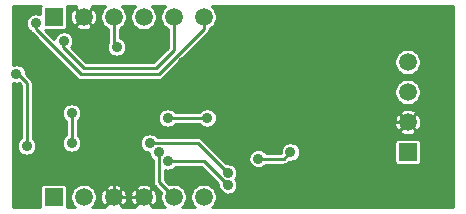
<source format=gbl>
G04 #@! TF.GenerationSoftware,KiCad,Pcbnew,(5.0.1)-3*
G04 #@! TF.CreationDate,2018-11-04T22:42:31+07:00*
G04 #@! TF.ProjectId,receiver,72656365697665722E6B696361645F70,rev?*
G04 #@! TF.SameCoordinates,Original*
G04 #@! TF.FileFunction,Copper,L2,Bot,Signal*
G04 #@! TF.FilePolarity,Positive*
%FSLAX46Y46*%
G04 Gerber Fmt 4.6, Leading zero omitted, Abs format (unit mm)*
G04 Created by KiCad (PCBNEW (5.0.1)-3) date 04-Nov-18 22:42:31*
%MOMM*%
%LPD*%
G01*
G04 APERTURE LIST*
G04 #@! TA.AperFunction,ComponentPad*
%ADD10C,1.500000*%
G04 #@! TD*
G04 #@! TA.AperFunction,ComponentPad*
%ADD11R,1.500000X1.500000*%
G04 #@! TD*
G04 #@! TA.AperFunction,ViaPad*
%ADD12C,0.889000*%
G04 #@! TD*
G04 #@! TA.AperFunction,Conductor*
%ADD13C,0.254000*%
G04 #@! TD*
G04 #@! TA.AperFunction,Conductor*
%ADD14C,0.253000*%
G04 #@! TD*
%ADD15C,0.253000*%
G04 APERTURE END LIST*
D10*
G04 #@! TO.P,P1,6*
G04 #@! TO.N,P-D3*
X79375000Y71120000D03*
G04 #@! TO.P,P1,5*
G04 #@! TO.N,G-D2*
X76835000Y71120000D03*
G04 #@! TO.P,P1,4*
G04 #@! TO.N,GND*
X74295000Y71120000D03*
G04 #@! TO.P,P1,3*
X71755000Y71120000D03*
G04 #@! TO.P,P1,2*
G04 #@! TO.N,RXI*
X69215000Y71120000D03*
D11*
G04 #@! TO.P,P1,1*
G04 #@! TO.N,TXO*
X66675000Y71120000D03*
G04 #@! TD*
G04 #@! TO.P,P3,1*
G04 #@! TO.N,VCC*
X96655000Y74930000D03*
D10*
G04 #@! TO.P,P3,2*
G04 #@! TO.N,GND*
X96655000Y77470000D03*
G04 #@! TO.P,P3,3*
G04 #@! TO.N,SWDIO*
X96655000Y80010000D03*
G04 #@! TO.P,P3,4*
G04 #@! TO.N,SWCLK*
X96655000Y82550000D03*
G04 #@! TD*
G04 #@! TO.P,P2,6*
G04 #@! TO.N,R-A2*
X79375000Y86360000D03*
G04 #@! TO.P,P2,5*
G04 #@! TO.N,B-A3*
X76835000Y86360000D03*
G04 #@! TO.P,P2,4*
G04 #@! TO.N,5V0*
X74295000Y86360000D03*
G04 #@! TO.P,P2,3*
G04 #@! TO.N,RST*
X71755000Y86360000D03*
G04 #@! TO.P,P2,2*
G04 #@! TO.N,GND*
X69215000Y86360000D03*
D11*
G04 #@! TO.P,P2,1*
G04 #@! TO.N,VIN*
X66675000Y86360000D03*
G04 #@! TD*
D12*
G04 #@! TO.N,GND*
X77605000Y82550000D03*
X74033000Y83820000D03*
G04 #@! TO.N,R-A2*
X65151000Y85845180D03*
G04 #@! TO.N,B-A3*
X67537000Y84328000D03*
G04 #@! TO.N,P-D3*
X76327000Y77804000D03*
X79681000Y77804000D03*
G04 #@! TO.N,G-D2*
X75565000Y74930000D03*
X63527000Y81534000D03*
X64389000Y75438000D03*
G04 #@! TO.N,TXO_DIV*
X81407000Y73152000D03*
X74803000Y75692000D03*
X68199000Y75692000D03*
X68199000Y78232000D03*
G04 #@! TO.N,GND*
X80735000Y75475000D03*
X66605000Y77478000D03*
X80137000Y80264000D03*
X80835000Y86475000D03*
X84375000Y86475000D03*
X83997800Y75476100D03*
X78311000Y73080000D03*
X74751000Y73080000D03*
X69675000Y73080000D03*
X66215000Y73080000D03*
G04 #@! TO.N,VCC*
X86725000Y74930000D03*
X83997800Y74375000D03*
G04 #@! TO.N,RST*
X72009000Y83820000D03*
G04 #@! TO.N,RXI*
X81407000Y72136000D03*
X76327000Y74168000D03*
G04 #@! TD*
D13*
G04 #@! TO.N,R-A2*
X75565000Y81534000D02*
X79375000Y85344000D01*
X68961000Y81534000D02*
X75565000Y81534000D01*
X65151000Y85344000D02*
X68961000Y81534000D01*
X65151000Y85344000D02*
X65151000Y85845180D01*
X79375000Y85344000D02*
X79375000Y86360000D01*
G04 #@! TO.N,B-A3*
X75311000Y82042000D02*
X76835000Y83566000D01*
X69215000Y82042000D02*
X75311000Y82042000D01*
X67437000Y83820000D02*
X69215000Y82042000D01*
X67437000Y83820000D02*
X67437000Y84328000D01*
X76835000Y83566000D02*
X76835000Y86360000D01*
G04 #@! TO.N,P-D3*
X76327000Y77804000D02*
X79681000Y77804000D01*
G04 #@! TO.N,G-D2*
X75565000Y72390000D02*
X76835000Y71120000D01*
X75565000Y72390000D02*
X75565000Y74930000D01*
X64389000Y75438000D02*
X64389000Y80772000D01*
X63627000Y81534000D02*
X64389000Y80772000D01*
G04 #@! TO.N,TXO_DIV*
X78867000Y75692000D02*
X81407000Y73152000D01*
X74803000Y75692000D02*
X78867000Y75692000D01*
X68199000Y75692000D02*
X68199000Y78232000D01*
G04 #@! TO.N,GND*
X79447000Y73080000D02*
X81407000Y71120000D01*
X81407000Y71120000D02*
X82423000Y71120000D01*
X82677000Y71374000D02*
X82677000Y75475000D01*
X67183000Y73080000D02*
X69775000Y73080000D01*
X66115000Y73080000D02*
X67183000Y73080000D01*
X67183000Y73080000D02*
X67183000Y73660000D01*
X66605000Y74238000D02*
X67183000Y73660000D01*
X66605000Y74238000D02*
X66605000Y77478000D01*
X80835000Y75475000D02*
X80835000Y78550000D01*
X71755000Y71120000D02*
X74295000Y71120000D01*
X82423000Y71120000D02*
X82677000Y71374000D01*
X78411000Y73080000D02*
X79447000Y73080000D01*
X71755000Y73080000D02*
X74751000Y73080000D01*
X69775000Y73080000D02*
X71755000Y73080000D01*
X71755000Y71120000D02*
X71755000Y73080000D01*
X82678100Y75476100D02*
X83997800Y75476100D01*
X82677000Y75475000D02*
X82678100Y75476100D01*
X85991700Y77470000D02*
X83997800Y75476100D01*
X97155000Y77470000D02*
X85991700Y77470000D01*
X80137000Y79248000D02*
X80835000Y78550000D01*
X80137000Y79248000D02*
X80137000Y80264000D01*
X80771000Y80264000D02*
X80137000Y80264000D01*
X80835000Y80328000D02*
X80771000Y80264000D01*
X80835000Y80328000D02*
X80835000Y86475000D01*
G04 #@! TO.N,VCC*
X86170000Y74375000D02*
X86725000Y74930000D01*
X83997800Y74375000D02*
X86170000Y74375000D01*
G04 #@! TO.N,RST*
X71755000Y84074000D02*
X72009000Y83820000D01*
X71755000Y84074000D02*
X71755000Y86360000D01*
G04 #@! TO.N,RXI*
X79375000Y74168000D02*
X81407000Y72136000D01*
X76327000Y74168000D02*
X79375000Y74168000D01*
G04 #@! TD*
D14*
G04 #@! TO.N,GND*
X63209940Y87258054D02*
X65572692Y87258054D01*
X80065814Y87258054D02*
X100521000Y87258054D01*
X63209940Y87017704D02*
X65542659Y87017704D01*
X80295178Y87017704D02*
X100521000Y87017704D01*
X63209940Y86777354D02*
X65542659Y86777354D01*
X80425772Y86777354D02*
X100521000Y86777354D01*
X63209940Y86537004D02*
X64701427Y86537004D01*
X80492440Y86537004D02*
X100521000Y86537004D01*
X63209940Y86296654D02*
X64460447Y86296654D01*
X80505500Y86296654D02*
X100521000Y86296654D01*
X63209940Y86056304D02*
X64351833Y86056304D01*
X80467239Y86056304D02*
X100521000Y86056304D01*
X63209940Y85815954D02*
X64326000Y85815954D01*
X80371121Y85815954D02*
X100521000Y85815954D01*
X63209940Y85575604D02*
X64369688Y85575604D01*
X80189373Y85575604D02*
X100521000Y85575604D01*
X63209940Y85335254D02*
X64499502Y85335254D01*
X79884093Y85335254D02*
X100521000Y85335254D01*
X63209940Y85094904D02*
X64708697Y85094904D01*
X79817302Y85094904D02*
X100521000Y85094904D01*
X63209940Y84854554D02*
X64922733Y84854554D01*
X79603267Y84854554D02*
X100521000Y84854554D01*
X63209940Y84614204D02*
X65163083Y84614204D01*
X79362917Y84614204D02*
X100521000Y84614204D01*
X63209940Y84373854D02*
X65403433Y84373854D01*
X79122567Y84373854D02*
X100521000Y84373854D01*
X63209940Y84133504D02*
X65643783Y84133504D01*
X78882217Y84133504D02*
X100521000Y84133504D01*
X63209940Y83893154D02*
X65884133Y83893154D01*
X78641867Y83893154D02*
X100521000Y83893154D01*
X63209940Y83652804D02*
X66124483Y83652804D01*
X78401517Y83652804D02*
X96404417Y83652804D01*
X96905584Y83652804D02*
X100521000Y83652804D01*
X63209940Y83412454D02*
X66364833Y83412454D01*
X78161167Y83412454D02*
X95918685Y83412454D01*
X97391315Y83412454D02*
X100521000Y83412454D01*
X63209940Y83172104D02*
X66605183Y83172104D01*
X77920817Y83172104D02*
X95711036Y83172104D01*
X97598965Y83172104D02*
X100521000Y83172104D01*
X63209940Y82931754D02*
X66845533Y82931754D01*
X77680467Y82931754D02*
X95589483Y82931754D01*
X97720518Y82931754D02*
X100521000Y82931754D01*
X63209940Y82691404D02*
X67085883Y82691404D01*
X77440117Y82691404D02*
X95530480Y82691404D01*
X97779521Y82691404D02*
X100521000Y82691404D01*
X63209940Y82451054D02*
X67326233Y82451054D01*
X77199767Y82451054D02*
X95524500Y82451054D01*
X97785500Y82451054D02*
X100521000Y82451054D01*
X63999202Y82210704D02*
X67566583Y82210704D01*
X76959417Y82210704D02*
X95571896Y82210704D01*
X97738103Y82210704D02*
X100521000Y82210704D01*
X64227657Y81970354D02*
X67806933Y81970354D01*
X76719067Y81970354D02*
X95682666Y81970354D01*
X97627333Y81970354D02*
X100521000Y81970354D01*
X64329176Y81730004D02*
X68047283Y81730004D01*
X76478717Y81730004D02*
X95876227Y81730004D01*
X97433773Y81730004D02*
X100521000Y81730004D01*
X64389059Y81489654D02*
X68287633Y81489654D01*
X76238367Y81489654D02*
X96260761Y81489654D01*
X97049238Y81489654D02*
X100521000Y81489654D01*
X64629409Y81249304D02*
X68527983Y81249304D01*
X75998017Y81249304D02*
X100521000Y81249304D01*
X64837793Y81008954D02*
X96115194Y81008954D01*
X97194807Y81008954D02*
X100521000Y81008954D01*
X63209940Y80768604D02*
X63219000Y80768604D01*
X64898620Y80768604D02*
X95814835Y80768604D01*
X97495165Y80768604D02*
X100521000Y80768604D01*
X63209940Y80528254D02*
X63881501Y80528254D01*
X64896500Y80528254D02*
X95646024Y80528254D01*
X97663977Y80528254D02*
X100521000Y80528254D01*
X63209940Y80287904D02*
X63881501Y80287904D01*
X64896500Y80287904D02*
X95557631Y80287904D01*
X97752370Y80287904D02*
X100521000Y80287904D01*
X63209940Y80047554D02*
X63881501Y80047554D01*
X64896500Y80047554D02*
X95524500Y80047554D01*
X97785500Y80047554D02*
X100521000Y80047554D01*
X63209940Y79807204D02*
X63881501Y79807204D01*
X64896500Y79807204D02*
X95542690Y79807204D01*
X97767309Y79807204D02*
X100521000Y79807204D01*
X63209940Y79566854D02*
X63881501Y79566854D01*
X64896500Y79566854D02*
X95614912Y79566854D01*
X97695087Y79566854D02*
X100521000Y79566854D01*
X63209940Y79326504D02*
X63881501Y79326504D01*
X64896500Y79326504D02*
X95752056Y79326504D01*
X97557943Y79326504D02*
X100521000Y79326504D01*
X63209940Y79086154D02*
X63881501Y79086154D01*
X64896500Y79086154D02*
X96002786Y79086154D01*
X97307213Y79086154D02*
X100521000Y79086154D01*
X63209940Y78845804D02*
X63881501Y78845804D01*
X64896500Y78845804D02*
X67646078Y78845804D01*
X68751922Y78845804D02*
X100521000Y78845804D01*
X63209940Y78605454D02*
X63881501Y78605454D01*
X64896500Y78605454D02*
X67460716Y78605454D01*
X68937285Y78605454D02*
X76127370Y78605454D01*
X76526631Y78605454D02*
X79481370Y78605454D01*
X79880631Y78605454D02*
X100521000Y78605454D01*
X63209940Y78365104D02*
X63881501Y78365104D01*
X64896500Y78365104D02*
X67384314Y78365104D01*
X69013687Y78365104D02*
X75721378Y78365104D01*
X76932622Y78365104D02*
X79075378Y78365104D01*
X80286622Y78365104D02*
X95978657Y78365104D01*
X97331344Y78365104D02*
X100521000Y78365104D01*
X63209940Y78124754D02*
X63881501Y78124754D01*
X64896500Y78124754D02*
X67379169Y78124754D01*
X69018830Y78124754D02*
X75566887Y78124754D01*
X80441114Y78124754D02*
X95728340Y78124754D01*
X95999539Y78124754D02*
X96000953Y78124754D01*
X97309047Y78124754D02*
X97310461Y78124754D01*
X97582698Y78124754D02*
X100521000Y78124754D01*
X63209940Y77884404D02*
X63881501Y77884404D01*
X64896500Y77884404D02*
X67450004Y77884404D01*
X68947994Y77884404D02*
X75502000Y77884404D01*
X80506000Y77884404D02*
X95602140Y77884404D01*
X96239889Y77884404D02*
X96241303Y77884404D01*
X97068697Y77884404D02*
X97070111Y77884404D01*
X97710506Y77884404D02*
X100521000Y77884404D01*
X63209940Y77644054D02*
X63881501Y77644054D01*
X64896500Y77644054D02*
X67620220Y77644054D01*
X68777780Y77644054D02*
X75517652Y77644054D01*
X80490347Y77644054D02*
X95537804Y77644054D01*
X96480239Y77644054D02*
X96481653Y77644054D01*
X96828347Y77644054D02*
X96829761Y77644054D01*
X97777153Y77644054D02*
X100521000Y77644054D01*
X63209940Y77403704D02*
X63881501Y77403704D01*
X64896500Y77403704D02*
X67691501Y77403704D01*
X68706500Y77403704D02*
X75602249Y77403704D01*
X80405750Y77403704D02*
X95526445Y77403704D01*
X96587997Y77403704D02*
X96589411Y77403704D01*
X96720589Y77403704D02*
X96722003Y77403704D01*
X97787053Y77403704D02*
X100521000Y77403704D01*
X63209940Y77163354D02*
X63881501Y77163354D01*
X64896500Y77163354D02*
X67691501Y77163354D01*
X68706500Y77163354D02*
X75800920Y77163354D01*
X76853080Y77163354D02*
X79154920Y77163354D01*
X80207080Y77163354D02*
X95566672Y77163354D01*
X96347647Y77163354D02*
X96349061Y77163354D01*
X96960939Y77163354D02*
X96962353Y77163354D01*
X97745174Y77163354D02*
X100521000Y77163354D01*
X63209940Y76923004D02*
X63881501Y76923004D01*
X64896500Y76923004D02*
X67691501Y76923004D01*
X68706500Y76923004D02*
X95663878Y76923004D01*
X96107297Y76923004D02*
X96108711Y76923004D01*
X97201289Y76923004D02*
X97202703Y76923004D01*
X97644754Y76923004D02*
X100521000Y76923004D01*
X63209940Y76682654D02*
X63881501Y76682654D01*
X64896500Y76682654D02*
X67691501Y76682654D01*
X68706500Y76682654D02*
X95938413Y76682654D01*
X97371586Y76682654D02*
X100521000Y76682654D01*
X63209940Y76442304D02*
X63881501Y76442304D01*
X64896500Y76442304D02*
X67691501Y76442304D01*
X68706500Y76442304D02*
X74458565Y76442304D01*
X75147436Y76442304D02*
X96172803Y76442304D01*
X97126674Y76442304D02*
X100521000Y76442304D01*
X63209940Y76201954D02*
X63881501Y76201954D01*
X64896500Y76201954D02*
X67547522Y76201954D01*
X68850479Y76201954D02*
X74151522Y76201954D01*
X75454479Y76201954D02*
X78866990Y76201954D01*
X78867011Y76201954D02*
X100521000Y76201954D01*
X63209940Y75961604D02*
X63746643Y75961604D01*
X65031358Y75961604D02*
X67417700Y75961604D01*
X68980301Y75961604D02*
X74021700Y75961604D01*
X79315110Y75961604D02*
X95648350Y75961604D01*
X97661651Y75961604D02*
X100521000Y75961604D01*
X63209940Y75721254D02*
X63613354Y75721254D01*
X65164647Y75721254D02*
X67374000Y75721254D01*
X69024000Y75721254D02*
X73978000Y75721254D01*
X79555460Y75721254D02*
X86479427Y75721254D01*
X86970574Y75721254D02*
X95526723Y75721254D01*
X97783278Y75721254D02*
X100521000Y75721254D01*
X63209940Y75480904D02*
X63564000Y75480904D01*
X65214000Y75480904D02*
X67399826Y75480904D01*
X68998173Y75480904D02*
X74003826Y75480904D01*
X79795810Y75480904D02*
X86109178Y75480904D01*
X87340822Y75480904D02*
X95522659Y75480904D01*
X97787341Y75480904D02*
X100521000Y75480904D01*
X63209940Y75240554D02*
X63587111Y75240554D01*
X65190888Y75240554D02*
X67508427Y75240554D01*
X68889572Y75240554D02*
X74112427Y75240554D01*
X80036160Y75240554D02*
X85960662Y75240554D01*
X87489339Y75240554D02*
X95522659Y75240554D01*
X97787341Y75240554D02*
X100521000Y75240554D01*
X63209940Y75000204D02*
X63689306Y75000204D01*
X65088693Y75000204D02*
X67749384Y75000204D01*
X68648615Y75000204D02*
X74353384Y75000204D01*
X80276510Y75000204D02*
X83456278Y75000204D01*
X84539322Y75000204D02*
X85900000Y75000204D01*
X87550000Y75000204D02*
X95522659Y75000204D01*
X97787341Y75000204D02*
X100521000Y75000204D01*
X63209940Y74759854D02*
X63918956Y74759854D01*
X64859043Y74759854D02*
X74757681Y74759854D01*
X80516860Y74759854D02*
X83264238Y74759854D01*
X87532318Y74759854D02*
X95522659Y74759854D01*
X97787341Y74759854D02*
X100521000Y74759854D01*
X63209940Y74519504D02*
X74847065Y74519504D01*
X80757210Y74519504D02*
X83185381Y74519504D01*
X87442934Y74519504D02*
X95522659Y74519504D01*
X97787341Y74519504D02*
X100521000Y74519504D01*
X63209940Y74279154D02*
X75054099Y74279154D01*
X80997560Y74279154D02*
X83175702Y74279154D01*
X87235900Y74279154D02*
X95522659Y74279154D01*
X97787341Y74279154D02*
X100521000Y74279154D01*
X63209940Y74038804D02*
X75057501Y74038804D01*
X81237910Y74038804D02*
X83244082Y74038804D01*
X86551517Y74038804D02*
X95550209Y74038804D01*
X97759790Y74038804D02*
X100521000Y74038804D01*
X63209940Y73798454D02*
X75057501Y73798454D01*
X81924474Y73798454D02*
X83407620Y73798454D01*
X84587980Y73798454D02*
X95896928Y73798454D01*
X97413071Y73798454D02*
X100521000Y73798454D01*
X63209940Y73558104D02*
X75057501Y73558104D01*
X76883830Y73558104D02*
X79267182Y73558104D01*
X82127870Y73558104D02*
X83875802Y73558104D01*
X84119797Y73558104D02*
X100521000Y73558104D01*
X63209940Y73317754D02*
X75057501Y73317754D01*
X76072500Y73317754D02*
X79507532Y73317754D01*
X82215193Y73317754D02*
X100521000Y73317754D01*
X63209940Y73077404D02*
X75057501Y73077404D01*
X76072500Y73077404D02*
X79747882Y73077404D01*
X82232000Y73077404D02*
X100521000Y73077404D01*
X63209940Y72837054D02*
X75057501Y72837054D01*
X76072500Y72837054D02*
X79988232Y72837054D01*
X82169519Y72837054D02*
X100521000Y72837054D01*
X63209940Y72596704D02*
X75057501Y72596704D01*
X76076009Y72596704D02*
X80228582Y72596704D01*
X82091387Y72596704D02*
X100521000Y72596704D01*
X63209940Y72356354D02*
X75058359Y72356354D01*
X76316359Y72356354D02*
X80468932Y72356354D01*
X82204332Y72356354D02*
X100521000Y72356354D01*
X63209940Y72116004D02*
X65634659Y72116004D01*
X67715342Y72116004D02*
X68670779Y72116004D01*
X69759222Y72116004D02*
X71218059Y72116004D01*
X72291323Y72116004D02*
X73758059Y72116004D01*
X74831323Y72116004D02*
X75136006Y72116004D01*
X77379222Y72116004D02*
X78830779Y72116004D01*
X79919222Y72116004D02*
X80582000Y72116004D01*
X82232000Y72116004D02*
X100521000Y72116004D01*
X63209940Y71875654D02*
X65543216Y71875654D01*
X67806785Y71875654D02*
X68371885Y71875654D01*
X70058115Y71875654D02*
X71026578Y71875654D01*
X72483423Y71875654D02*
X73566578Y71875654D01*
X75023423Y71875654D02*
X75361632Y71875654D01*
X77678115Y71875654D02*
X78531885Y71875654D01*
X80218115Y71875654D02*
X80621864Y71875654D01*
X82192135Y71875654D02*
X100521000Y71875654D01*
X63209940Y71635304D02*
X65542659Y71635304D01*
X67807341Y71635304D02*
X68204802Y71635304D01*
X70225199Y71635304D02*
X70746690Y71635304D01*
X71238989Y71635304D02*
X71240403Y71635304D01*
X72269597Y71635304D02*
X72271011Y71635304D01*
X72761511Y71635304D02*
X73286690Y71635304D01*
X73778989Y71635304D02*
X73780403Y71635304D01*
X74809597Y71635304D02*
X74811011Y71635304D01*
X75301511Y71635304D02*
X75601982Y71635304D01*
X77845199Y71635304D02*
X78364802Y71635304D01*
X80385199Y71635304D02*
X80749335Y71635304D01*
X82064664Y71635304D02*
X100521000Y71635304D01*
X63209940Y71394954D02*
X65542659Y71394954D01*
X67807341Y71394954D02*
X68117044Y71394954D01*
X70312957Y71394954D02*
X70653852Y71394954D01*
X71479339Y71394954D02*
X71480753Y71394954D01*
X72029247Y71394954D02*
X72030661Y71394954D01*
X72851613Y71394954D02*
X73193852Y71394954D01*
X74019339Y71394954D02*
X74020753Y71394954D01*
X74569247Y71394954D02*
X74570661Y71394954D01*
X75391613Y71394954D02*
X75737044Y71394954D01*
X77932957Y71394954D02*
X78277044Y71394954D01*
X80472957Y71394954D02*
X81040213Y71394954D01*
X81773786Y71394954D02*
X100521000Y71394954D01*
X63209940Y71154604D02*
X65542659Y71154604D01*
X67807341Y71154604D02*
X68084500Y71154604D01*
X70345500Y71154604D02*
X70620450Y71154604D01*
X71719689Y71154604D02*
X71721103Y71154604D01*
X71788897Y71154604D02*
X71790311Y71154604D01*
X72885439Y71154604D02*
X73160450Y71154604D01*
X74259689Y71154604D02*
X74261103Y71154604D01*
X74328897Y71154604D02*
X74330311Y71154604D01*
X75425438Y71154604D02*
X75704500Y71154604D01*
X77965500Y71154604D02*
X78244500Y71154604D01*
X80505500Y71154604D02*
X100521000Y71154604D01*
X63209940Y70914254D02*
X65542659Y70914254D01*
X67807341Y70914254D02*
X68103277Y70914254D01*
X70326722Y70914254D02*
X70640295Y70914254D01*
X71548547Y70914254D02*
X71549961Y70914254D01*
X71960039Y70914254D02*
X71961453Y70914254D01*
X72867827Y70914254D02*
X73180295Y70914254D01*
X74088547Y70914254D02*
X74089961Y70914254D01*
X74500039Y70914254D02*
X74501453Y70914254D01*
X75407827Y70914254D02*
X75723277Y70914254D01*
X77946722Y70914254D02*
X78263277Y70914254D01*
X80486722Y70914254D02*
X100521000Y70914254D01*
X63209940Y70673904D02*
X65542659Y70673904D01*
X67807341Y70673904D02*
X68176134Y70673904D01*
X70253865Y70673904D02*
X70714883Y70673904D01*
X71308197Y70673904D02*
X71309611Y70673904D01*
X72200389Y70673904D02*
X72201803Y70673904D01*
X72796886Y70673904D02*
X73254883Y70673904D01*
X73848197Y70673904D02*
X73849611Y70673904D01*
X74740389Y70673904D02*
X74741803Y70673904D01*
X75336886Y70673904D02*
X75796134Y70673904D01*
X77873865Y70673904D02*
X78336134Y70673904D01*
X80413865Y70673904D02*
X100521000Y70673904D01*
X63209940Y70433554D02*
X65542659Y70433554D01*
X67807341Y70433554D02*
X68314027Y70433554D01*
X70115972Y70433554D02*
X70886947Y70433554D01*
X71067847Y70433554D02*
X71069261Y70433554D01*
X72440739Y70433554D02*
X72442153Y70433554D01*
X72623052Y70433554D02*
X73426947Y70433554D01*
X73607847Y70433554D02*
X73609261Y70433554D01*
X74980739Y70433554D02*
X74982153Y70433554D01*
X75163052Y70433554D02*
X75934027Y70433554D01*
X77735972Y70433554D02*
X78474027Y70433554D01*
X80275972Y70433554D02*
X100521000Y70433554D01*
X100521000Y87258054D02*
X100521000Y70239054D01*
X100280650Y87258054D02*
X100280650Y70239054D01*
X100040300Y87258054D02*
X100040300Y70239054D01*
X99799950Y87258054D02*
X99799950Y70239054D01*
X99559600Y87258054D02*
X99559600Y70239054D01*
X99319250Y87258054D02*
X99319250Y70239054D01*
X99078900Y87258054D02*
X99078900Y70239054D01*
X98838550Y87258054D02*
X98838550Y70239054D01*
X98598200Y87258054D02*
X98598200Y70239054D01*
X98357850Y87258054D02*
X98357850Y70239054D01*
X98117500Y87258054D02*
X98117500Y70239054D01*
X97877150Y87258054D02*
X97877150Y70239054D01*
X97636800Y87258054D02*
X97636800Y83115479D01*
X97636800Y81984520D02*
X97636800Y80575479D01*
X97636800Y79444520D02*
X97636800Y78036193D01*
X97636800Y76909418D02*
X97636800Y75981997D01*
X97636800Y73878002D02*
X97636800Y70239054D01*
X97396450Y87258054D02*
X97396450Y83407319D01*
X97396450Y81692681D02*
X97396450Y80867319D01*
X97396450Y79152681D02*
X97396450Y78203727D01*
X97396450Y76736272D02*
X97396450Y76062341D01*
X97396450Y73797659D02*
X97396450Y70239054D01*
X97156100Y87258054D02*
X97156100Y83566082D01*
X97156100Y81533917D02*
X97156100Y81026082D01*
X97156100Y78993917D02*
X97156100Y78486627D01*
X97156100Y77971807D02*
X97156100Y77970393D01*
X97156100Y76969607D02*
X97156100Y76968193D01*
X97156100Y76456592D02*
X97156100Y76062341D01*
X97156100Y73797659D02*
X97156100Y70239054D01*
X96915750Y87258054D02*
X96915750Y83650781D01*
X96915750Y81449218D02*
X96915750Y81110781D01*
X96915750Y78909218D02*
X96915750Y78575243D01*
X96915750Y77731457D02*
X96915750Y77730043D01*
X96915750Y77209957D02*
X96915750Y77208543D01*
X96915750Y76369674D02*
X96915750Y76062341D01*
X96915750Y73797659D02*
X96915750Y70239054D01*
X96675400Y87258054D02*
X96675400Y83680500D01*
X96675400Y81419500D02*
X96675400Y81140500D01*
X96675400Y78879500D02*
X96675400Y78603706D01*
X96675400Y77491107D02*
X96675400Y77489693D01*
X96675400Y77450307D02*
X96675400Y77448893D01*
X96675400Y76338718D02*
X96675400Y76062341D01*
X96675400Y73797659D02*
X96675400Y70239054D01*
X96435050Y87258054D02*
X96435050Y83658898D01*
X96435050Y81441103D02*
X96435050Y81118898D01*
X96435050Y78901103D02*
X96435050Y78580992D01*
X96435050Y77690657D02*
X96435050Y77689243D01*
X96435050Y77250757D02*
X96435050Y77249343D01*
X96435050Y76359132D02*
X96435050Y76062341D01*
X96435050Y73797659D02*
X96435050Y70239054D01*
X96194700Y87258054D02*
X96194700Y83582983D01*
X96194700Y81517018D02*
X96194700Y81042983D01*
X96194700Y78977018D02*
X96194700Y78503220D01*
X96194700Y77931007D02*
X96194700Y77929593D01*
X96194700Y77010407D02*
X96194700Y77008993D01*
X96194700Y76433032D02*
X96194700Y76062341D01*
X96194700Y73797659D02*
X96194700Y70239054D01*
X95954350Y87258054D02*
X95954350Y83441482D01*
X95954350Y81658519D02*
X95954350Y80901482D01*
X95954350Y79118519D02*
X95954350Y78300020D01*
X95954350Y78171357D02*
X95954350Y78169943D01*
X95954350Y76770057D02*
X95954350Y76768643D01*
X95954350Y76639981D02*
X95954350Y76062341D01*
X95954350Y73797659D02*
X95954350Y70239054D01*
X95714000Y87258054D02*
X95714000Y83176541D01*
X95714000Y81923460D02*
X95714000Y80636541D01*
X95714000Y79383460D02*
X95714000Y78206342D01*
X95714000Y78206342D02*
X95714000Y78100264D01*
X95714000Y76835155D02*
X95714000Y76733658D01*
X95714000Y76733658D02*
X95714000Y76009353D01*
X95714000Y73850648D02*
X95714000Y70239054D01*
X95473650Y87258054D02*
X95473650Y82661345D01*
X95473650Y82661345D02*
X95473650Y80121345D01*
X95473650Y80121345D02*
X95473650Y78206342D01*
X95473650Y78206342D02*
X95473650Y77514099D01*
X95473650Y77514099D02*
X95473650Y76733658D01*
X95473650Y76733658D02*
X95473650Y75680000D01*
X95473650Y75680000D02*
X95473650Y70239054D01*
X95233300Y87258054D02*
X95233300Y82661345D01*
X95233300Y82661345D02*
X95233300Y80121345D01*
X95233300Y80121345D02*
X95233300Y78206342D01*
X95233300Y78206342D02*
X95233300Y77514099D01*
X95233300Y77514099D02*
X95233300Y76733658D01*
X95233300Y76733658D02*
X95233300Y75680000D01*
X95233300Y75680000D02*
X95233300Y70239054D01*
X94992950Y87258054D02*
X94992950Y82661345D01*
X94992950Y82661345D02*
X94992950Y80121345D01*
X94992950Y80121345D02*
X94992950Y78206342D01*
X94992950Y78206342D02*
X94992950Y77514099D01*
X94992950Y77514099D02*
X94992950Y76733658D01*
X94992950Y76733658D02*
X94992950Y75680000D01*
X94992950Y75680000D02*
X94992950Y70239054D01*
X94752600Y87258054D02*
X94752600Y82661345D01*
X94752600Y82661345D02*
X94752600Y80121345D01*
X94752600Y80121345D02*
X94752600Y78206342D01*
X94752600Y78206342D02*
X94752600Y77514099D01*
X94752600Y77514099D02*
X94752600Y76733658D01*
X94752600Y76733658D02*
X94752600Y75680000D01*
X94752600Y75680000D02*
X94752600Y70239054D01*
X94512250Y87258054D02*
X94512250Y82661345D01*
X94512250Y82661345D02*
X94512250Y80121345D01*
X94512250Y80121345D02*
X94512250Y78206342D01*
X94512250Y78206342D02*
X94512250Y77514099D01*
X94512250Y77514099D02*
X94512250Y76733658D01*
X94512250Y76733658D02*
X94512250Y75680000D01*
X94512250Y75680000D02*
X94512250Y70239054D01*
X94271900Y87258054D02*
X94271900Y82661345D01*
X94271900Y82661345D02*
X94271900Y80121345D01*
X94271900Y80121345D02*
X94271900Y78206342D01*
X94271900Y78206342D02*
X94271900Y77514099D01*
X94271900Y77514099D02*
X94271900Y76733658D01*
X94271900Y76733658D02*
X94271900Y75680000D01*
X94271900Y75680000D02*
X94271900Y70239054D01*
X94031550Y87258054D02*
X94031550Y82661345D01*
X94031550Y82661345D02*
X94031550Y80121345D01*
X94031550Y80121345D02*
X94031550Y78206342D01*
X94031550Y78206342D02*
X94031550Y77514099D01*
X94031550Y77514099D02*
X94031550Y76733658D01*
X94031550Y76733658D02*
X94031550Y75680000D01*
X94031550Y75680000D02*
X94031550Y70239054D01*
X93791200Y87258054D02*
X93791200Y82661345D01*
X93791200Y82661345D02*
X93791200Y80121345D01*
X93791200Y80121345D02*
X93791200Y78206342D01*
X93791200Y78206342D02*
X93791200Y77514099D01*
X93791200Y77514099D02*
X93791200Y76733658D01*
X93791200Y76733658D02*
X93791200Y75680000D01*
X93791200Y75680000D02*
X93791200Y70239054D01*
X93550850Y87258054D02*
X93550850Y82661345D01*
X93550850Y82661345D02*
X93550850Y80121345D01*
X93550850Y80121345D02*
X93550850Y78206342D01*
X93550850Y78206342D02*
X93550850Y77514099D01*
X93550850Y77514099D02*
X93550850Y76733658D01*
X93550850Y76733658D02*
X93550850Y75680000D01*
X93550850Y75680000D02*
X93550850Y70239054D01*
X93310500Y87258054D02*
X93310500Y82661345D01*
X93310500Y82661345D02*
X93310500Y80121345D01*
X93310500Y80121345D02*
X93310500Y78206342D01*
X93310500Y78206342D02*
X93310500Y77514099D01*
X93310500Y77514099D02*
X93310500Y76733658D01*
X93310500Y76733658D02*
X93310500Y75680000D01*
X93310500Y75680000D02*
X93310500Y70239054D01*
X93070150Y87258054D02*
X93070150Y82661345D01*
X93070150Y82661345D02*
X93070150Y80121345D01*
X93070150Y80121345D02*
X93070150Y78206342D01*
X93070150Y78206342D02*
X93070150Y77514099D01*
X93070150Y77514099D02*
X93070150Y76733658D01*
X93070150Y76733658D02*
X93070150Y75680000D01*
X93070150Y75680000D02*
X93070150Y70239054D01*
X92829800Y87258054D02*
X92829800Y82661345D01*
X92829800Y82661345D02*
X92829800Y80121345D01*
X92829800Y80121345D02*
X92829800Y78206342D01*
X92829800Y78206342D02*
X92829800Y77514099D01*
X92829800Y77514099D02*
X92829800Y76733658D01*
X92829800Y76733658D02*
X92829800Y75680000D01*
X92829800Y75680000D02*
X92829800Y70239054D01*
X92589450Y87258054D02*
X92589450Y82661345D01*
X92589450Y82661345D02*
X92589450Y80121345D01*
X92589450Y80121345D02*
X92589450Y78206342D01*
X92589450Y78206342D02*
X92589450Y77514099D01*
X92589450Y77514099D02*
X92589450Y76733658D01*
X92589450Y76733658D02*
X92589450Y75680000D01*
X92589450Y75680000D02*
X92589450Y70239054D01*
X92349100Y87258054D02*
X92349100Y82661345D01*
X92349100Y82661345D02*
X92349100Y80121345D01*
X92349100Y80121345D02*
X92349100Y78206342D01*
X92349100Y78206342D02*
X92349100Y77514099D01*
X92349100Y77514099D02*
X92349100Y76733658D01*
X92349100Y76733658D02*
X92349100Y75680000D01*
X92349100Y75680000D02*
X92349100Y70239054D01*
X92108750Y87258054D02*
X92108750Y82661345D01*
X92108750Y82661345D02*
X92108750Y80121345D01*
X92108750Y80121345D02*
X92108750Y78206342D01*
X92108750Y78206342D02*
X92108750Y77514099D01*
X92108750Y77514099D02*
X92108750Y76733658D01*
X92108750Y76733658D02*
X92108750Y75680000D01*
X92108750Y75680000D02*
X92108750Y70239054D01*
X91868400Y87258054D02*
X91868400Y82661345D01*
X91868400Y82661345D02*
X91868400Y80121345D01*
X91868400Y80121345D02*
X91868400Y78206342D01*
X91868400Y78206342D02*
X91868400Y77514099D01*
X91868400Y77514099D02*
X91868400Y76733658D01*
X91868400Y76733658D02*
X91868400Y75680000D01*
X91868400Y75680000D02*
X91868400Y70239054D01*
X91628050Y87258054D02*
X91628050Y82661345D01*
X91628050Y82661345D02*
X91628050Y80121345D01*
X91628050Y80121345D02*
X91628050Y78206342D01*
X91628050Y78206342D02*
X91628050Y77514099D01*
X91628050Y77514099D02*
X91628050Y76733658D01*
X91628050Y76733658D02*
X91628050Y75680000D01*
X91628050Y75680000D02*
X91628050Y70239054D01*
X91387700Y87258054D02*
X91387700Y82661345D01*
X91387700Y82661345D02*
X91387700Y80121345D01*
X91387700Y80121345D02*
X91387700Y78206342D01*
X91387700Y78206342D02*
X91387700Y77514099D01*
X91387700Y77514099D02*
X91387700Y76733658D01*
X91387700Y76733658D02*
X91387700Y75680000D01*
X91387700Y75680000D02*
X91387700Y70239054D01*
X91147350Y87258054D02*
X91147350Y82661345D01*
X91147350Y82661345D02*
X91147350Y80121345D01*
X91147350Y80121345D02*
X91147350Y78206342D01*
X91147350Y78206342D02*
X91147350Y77514099D01*
X91147350Y77514099D02*
X91147350Y76733658D01*
X91147350Y76733658D02*
X91147350Y75680000D01*
X91147350Y75680000D02*
X91147350Y70239054D01*
X90907000Y87258054D02*
X90907000Y82661345D01*
X90907000Y82661345D02*
X90907000Y80121345D01*
X90907000Y80121345D02*
X90907000Y78206342D01*
X90907000Y78206342D02*
X90907000Y77514099D01*
X90907000Y77514099D02*
X90907000Y76733658D01*
X90907000Y76733658D02*
X90907000Y75680000D01*
X90907000Y75680000D02*
X90907000Y70239054D01*
X90666650Y87258054D02*
X90666650Y82661345D01*
X90666650Y82661345D02*
X90666650Y80121345D01*
X90666650Y80121345D02*
X90666650Y78206342D01*
X90666650Y78206342D02*
X90666650Y77514099D01*
X90666650Y77514099D02*
X90666650Y76733658D01*
X90666650Y76733658D02*
X90666650Y75680000D01*
X90666650Y75680000D02*
X90666650Y70239054D01*
X90426300Y87258054D02*
X90426300Y82661345D01*
X90426300Y82661345D02*
X90426300Y80121345D01*
X90426300Y80121345D02*
X90426300Y78206342D01*
X90426300Y78206342D02*
X90426300Y77514099D01*
X90426300Y77514099D02*
X90426300Y76733658D01*
X90426300Y76733658D02*
X90426300Y75680000D01*
X90426300Y75680000D02*
X90426300Y70239054D01*
X90185950Y87258054D02*
X90185950Y82661345D01*
X90185950Y82661345D02*
X90185950Y80121345D01*
X90185950Y80121345D02*
X90185950Y78206342D01*
X90185950Y78206342D02*
X90185950Y77514099D01*
X90185950Y77514099D02*
X90185950Y76733658D01*
X90185950Y76733658D02*
X90185950Y75680000D01*
X90185950Y75680000D02*
X90185950Y70239054D01*
X89945600Y87258054D02*
X89945600Y82661345D01*
X89945600Y82661345D02*
X89945600Y80121345D01*
X89945600Y80121345D02*
X89945600Y78206342D01*
X89945600Y78206342D02*
X89945600Y77514099D01*
X89945600Y77514099D02*
X89945600Y76733658D01*
X89945600Y76733658D02*
X89945600Y75680000D01*
X89945600Y75680000D02*
X89945600Y70239054D01*
X89705250Y87258054D02*
X89705250Y82661345D01*
X89705250Y82661345D02*
X89705250Y80121345D01*
X89705250Y80121345D02*
X89705250Y78206342D01*
X89705250Y78206342D02*
X89705250Y77514099D01*
X89705250Y77514099D02*
X89705250Y76733658D01*
X89705250Y76733658D02*
X89705250Y75680000D01*
X89705250Y75680000D02*
X89705250Y70239054D01*
X89464900Y87258054D02*
X89464900Y82661345D01*
X89464900Y82661345D02*
X89464900Y80121345D01*
X89464900Y80121345D02*
X89464900Y78206342D01*
X89464900Y78206342D02*
X89464900Y77514099D01*
X89464900Y77514099D02*
X89464900Y76733658D01*
X89464900Y76733658D02*
X89464900Y75680000D01*
X89464900Y75680000D02*
X89464900Y70239054D01*
X89224550Y87258054D02*
X89224550Y82661345D01*
X89224550Y82661345D02*
X89224550Y80121345D01*
X89224550Y80121345D02*
X89224550Y78206342D01*
X89224550Y78206342D02*
X89224550Y77514099D01*
X89224550Y77514099D02*
X89224550Y76733658D01*
X89224550Y76733658D02*
X89224550Y75680000D01*
X89224550Y75680000D02*
X89224550Y70239054D01*
X88984200Y87258054D02*
X88984200Y82661345D01*
X88984200Y82661345D02*
X88984200Y80121345D01*
X88984200Y80121345D02*
X88984200Y78206342D01*
X88984200Y78206342D02*
X88984200Y77514099D01*
X88984200Y77514099D02*
X88984200Y76733658D01*
X88984200Y76733658D02*
X88984200Y75680000D01*
X88984200Y75680000D02*
X88984200Y70239054D01*
X88743850Y87258054D02*
X88743850Y82661345D01*
X88743850Y82661345D02*
X88743850Y80121345D01*
X88743850Y80121345D02*
X88743850Y78206342D01*
X88743850Y78206342D02*
X88743850Y77514099D01*
X88743850Y77514099D02*
X88743850Y76733658D01*
X88743850Y76733658D02*
X88743850Y75680000D01*
X88743850Y75680000D02*
X88743850Y70239054D01*
X88503500Y87258054D02*
X88503500Y82661345D01*
X88503500Y82661345D02*
X88503500Y80121345D01*
X88503500Y80121345D02*
X88503500Y78206342D01*
X88503500Y78206342D02*
X88503500Y77514099D01*
X88503500Y77514099D02*
X88503500Y76733658D01*
X88503500Y76733658D02*
X88503500Y75680000D01*
X88503500Y75680000D02*
X88503500Y70239054D01*
X88263150Y87258054D02*
X88263150Y82661345D01*
X88263150Y82661345D02*
X88263150Y80121345D01*
X88263150Y80121345D02*
X88263150Y78206342D01*
X88263150Y78206342D02*
X88263150Y77514099D01*
X88263150Y77514099D02*
X88263150Y76733658D01*
X88263150Y76733658D02*
X88263150Y75680000D01*
X88263150Y75680000D02*
X88263150Y70239054D01*
X88022800Y87258054D02*
X88022800Y82661345D01*
X88022800Y82661345D02*
X88022800Y80121345D01*
X88022800Y80121345D02*
X88022800Y78206342D01*
X88022800Y78206342D02*
X88022800Y77514099D01*
X88022800Y77514099D02*
X88022800Y76733658D01*
X88022800Y76733658D02*
X88022800Y75680000D01*
X88022800Y75680000D02*
X88022800Y70239054D01*
X87782450Y87258054D02*
X87782450Y82661345D01*
X87782450Y82661345D02*
X87782450Y80121345D01*
X87782450Y80121345D02*
X87782450Y78206342D01*
X87782450Y78206342D02*
X87782450Y77514099D01*
X87782450Y77514099D02*
X87782450Y76733658D01*
X87782450Y76733658D02*
X87782450Y75680000D01*
X87782450Y75680000D02*
X87782450Y70239054D01*
X87542100Y87258054D02*
X87542100Y82661345D01*
X87542100Y82661345D02*
X87542100Y80121345D01*
X87542100Y80121345D02*
X87542100Y78206342D01*
X87542100Y78206342D02*
X87542100Y77514099D01*
X87542100Y77514099D02*
X87542100Y76733658D01*
X87542100Y76733658D02*
X87542100Y75680000D01*
X87542100Y75680000D02*
X87542100Y75050971D01*
X87542100Y74809028D02*
X87542100Y70239054D01*
X87301750Y87258054D02*
X87301750Y82661345D01*
X87301750Y82661345D02*
X87301750Y80121345D01*
X87301750Y80121345D02*
X87301750Y78206342D01*
X87301750Y78206342D02*
X87301750Y77514099D01*
X87301750Y77514099D02*
X87301750Y76733658D01*
X87301750Y76733658D02*
X87301750Y75680000D01*
X87301750Y75680000D02*
X87301750Y75519976D01*
X87301750Y74340024D02*
X87301750Y70239054D01*
X87061400Y87258054D02*
X87061400Y82661345D01*
X87061400Y82661345D02*
X87061400Y80121345D01*
X87061400Y80121345D02*
X87061400Y78206342D01*
X87061400Y78206342D02*
X87061400Y77514099D01*
X87061400Y77514099D02*
X87061400Y76733658D01*
X87061400Y76733658D02*
X87061400Y75683632D01*
X87061400Y74176367D02*
X87061400Y70239054D01*
X86821050Y87258054D02*
X86821050Y82661345D01*
X86821050Y82661345D02*
X86821050Y80121345D01*
X86821050Y80121345D02*
X86821050Y78206342D01*
X86821050Y78206342D02*
X86821050Y77514099D01*
X86821050Y77514099D02*
X86821050Y76733658D01*
X86821050Y76733658D02*
X86821050Y75752057D01*
X86821050Y74107942D02*
X86821050Y70239054D01*
X86580700Y87258054D02*
X86580700Y82661345D01*
X86580700Y82661345D02*
X86580700Y80121345D01*
X86580700Y80121345D02*
X86580700Y78206342D01*
X86580700Y78206342D02*
X86580700Y77514099D01*
X86580700Y77514099D02*
X86580700Y76733658D01*
X86580700Y76733658D02*
X86580700Y75742460D01*
X86580700Y74067987D02*
X86580700Y70239054D01*
X86340350Y87258054D02*
X86340350Y82661345D01*
X86340350Y82661345D02*
X86340350Y80121345D01*
X86340350Y80121345D02*
X86340350Y78206342D01*
X86340350Y78206342D02*
X86340350Y77514099D01*
X86340350Y77514099D02*
X86340350Y76733658D01*
X86340350Y76733658D02*
X86340350Y75663647D01*
X86340350Y73896339D02*
X86340350Y70239054D01*
X86100000Y87258054D02*
X86100000Y82661345D01*
X86100000Y82661345D02*
X86100000Y80121345D01*
X86100000Y80121345D02*
X86100000Y78206342D01*
X86100000Y78206342D02*
X86100000Y77514099D01*
X86100000Y77514099D02*
X86100000Y76733658D01*
X86100000Y76733658D02*
X86100000Y75471726D01*
X86100000Y73867500D02*
X86100000Y70239054D01*
X85859650Y87258054D02*
X85859650Y82661345D01*
X85859650Y82661345D02*
X85859650Y80121345D01*
X85859650Y80121345D02*
X85859650Y78206342D01*
X85859650Y78206342D02*
X85859650Y77514099D01*
X85859650Y77514099D02*
X85859650Y76733658D01*
X85859650Y76733658D02*
X85859650Y74882500D01*
X85859650Y73867500D02*
X85859650Y70239054D01*
X85619300Y87258054D02*
X85619300Y82661345D01*
X85619300Y82661345D02*
X85619300Y80121345D01*
X85619300Y80121345D02*
X85619300Y78206342D01*
X85619300Y78206342D02*
X85619300Y77514099D01*
X85619300Y77514099D02*
X85619300Y76733658D01*
X85619300Y76733658D02*
X85619300Y74882500D01*
X85619300Y73867500D02*
X85619300Y70239054D01*
X85378950Y87258054D02*
X85378950Y82661345D01*
X85378950Y82661345D02*
X85378950Y80121345D01*
X85378950Y80121345D02*
X85378950Y78206342D01*
X85378950Y78206342D02*
X85378950Y77514099D01*
X85378950Y77514099D02*
X85378950Y76733658D01*
X85378950Y76733658D02*
X85378950Y74882500D01*
X85378950Y73867500D02*
X85378950Y70239054D01*
X85138600Y87258054D02*
X85138600Y82661345D01*
X85138600Y82661345D02*
X85138600Y80121345D01*
X85138600Y80121345D02*
X85138600Y78206342D01*
X85138600Y78206342D02*
X85138600Y77514099D01*
X85138600Y77514099D02*
X85138600Y76733658D01*
X85138600Y76733658D02*
X85138600Y74882500D01*
X85138600Y73867500D02*
X85138600Y70239054D01*
X84898250Y87258054D02*
X84898250Y82661345D01*
X84898250Y82661345D02*
X84898250Y80121345D01*
X84898250Y80121345D02*
X84898250Y78206342D01*
X84898250Y78206342D02*
X84898250Y77514099D01*
X84898250Y77514099D02*
X84898250Y76733658D01*
X84898250Y76733658D02*
X84898250Y74882500D01*
X84898250Y73867500D02*
X84898250Y70239054D01*
X84657900Y87258054D02*
X84657900Y82661345D01*
X84657900Y82661345D02*
X84657900Y80121345D01*
X84657900Y80121345D02*
X84657900Y78206342D01*
X84657900Y78206342D02*
X84657900Y77514099D01*
X84657900Y77514099D02*
X84657900Y76733658D01*
X84657900Y76733658D02*
X84657900Y74882500D01*
X84657900Y73867500D02*
X84657900Y70239054D01*
X84417550Y87258054D02*
X84417550Y82661345D01*
X84417550Y82661345D02*
X84417550Y80121345D01*
X84417550Y80121345D02*
X84417550Y78206342D01*
X84417550Y78206342D02*
X84417550Y77514099D01*
X84417550Y77514099D02*
X84417550Y76733658D01*
X84417550Y76733658D02*
X84417550Y75086751D01*
X84417550Y73663248D02*
X84417550Y70239054D01*
X84177200Y87258054D02*
X84177200Y82661345D01*
X84177200Y82661345D02*
X84177200Y80121345D01*
X84177200Y80121345D02*
X84177200Y78206342D01*
X84177200Y78206342D02*
X84177200Y77514099D01*
X84177200Y77514099D02*
X84177200Y76733658D01*
X84177200Y76733658D02*
X84177200Y75180478D01*
X84177200Y73569521D02*
X84177200Y70239054D01*
X83936850Y87258054D02*
X83936850Y82661345D01*
X83936850Y82661345D02*
X83936850Y80121345D01*
X83936850Y80121345D02*
X83936850Y78206342D01*
X83936850Y78206342D02*
X83936850Y77514099D01*
X83936850Y77514099D02*
X83936850Y76733658D01*
X83936850Y76733658D02*
X83936850Y75200000D01*
X83936850Y73550000D02*
X83936850Y70239054D01*
X83696500Y87258054D02*
X83696500Y82661345D01*
X83696500Y82661345D02*
X83696500Y80121345D01*
X83696500Y80121345D02*
X83696500Y78206342D01*
X83696500Y78206342D02*
X83696500Y77514099D01*
X83696500Y77514099D02*
X83696500Y76733658D01*
X83696500Y76733658D02*
X83696500Y75143172D01*
X83696500Y73606829D02*
X83696500Y70239054D01*
X83456150Y87258054D02*
X83456150Y82661345D01*
X83456150Y82661345D02*
X83456150Y80121345D01*
X83456150Y80121345D02*
X83456150Y78206342D01*
X83456150Y78206342D02*
X83456150Y77514099D01*
X83456150Y77514099D02*
X83456150Y76733658D01*
X83456150Y76733658D02*
X83456150Y75000076D01*
X83456150Y73749924D02*
X83456150Y70239054D01*
X83215800Y87258054D02*
X83215800Y82661345D01*
X83215800Y82661345D02*
X83215800Y80121345D01*
X83215800Y80121345D02*
X83215800Y78206342D01*
X83215800Y78206342D02*
X83215800Y77514099D01*
X83215800Y77514099D02*
X83215800Y76733658D01*
X83215800Y76733658D02*
X83215800Y74642915D01*
X83215800Y74107086D02*
X83215800Y70239054D01*
X82975450Y87258054D02*
X82975450Y82661345D01*
X82975450Y82661345D02*
X82975450Y80121345D01*
X82975450Y80121345D02*
X82975450Y78206342D01*
X82975450Y78206342D02*
X82975450Y77514099D01*
X82975450Y77514099D02*
X82975450Y76733658D01*
X82975450Y76733658D02*
X82975450Y74456255D01*
X82975450Y74456255D02*
X82975450Y70239054D01*
X82735100Y87258054D02*
X82735100Y82661345D01*
X82735100Y82661345D02*
X82735100Y80121345D01*
X82735100Y80121345D02*
X82735100Y78206342D01*
X82735100Y78206342D02*
X82735100Y77514099D01*
X82735100Y77514099D02*
X82735100Y76733658D01*
X82735100Y76733658D02*
X82735100Y74456255D01*
X82735100Y74456255D02*
X82735100Y70239054D01*
X82494750Y87258054D02*
X82494750Y82661345D01*
X82494750Y82661345D02*
X82494750Y80121345D01*
X82494750Y80121345D02*
X82494750Y78206342D01*
X82494750Y78206342D02*
X82494750Y77514099D01*
X82494750Y77514099D02*
X82494750Y76733658D01*
X82494750Y76733658D02*
X82494750Y74456255D01*
X82494750Y74456255D02*
X82494750Y70239054D01*
X82254400Y87258054D02*
X82254400Y82661345D01*
X82254400Y82661345D02*
X82254400Y80121345D01*
X82254400Y80121345D02*
X82254400Y78206342D01*
X82254400Y78206342D02*
X82254400Y77514099D01*
X82254400Y77514099D02*
X82254400Y76733658D01*
X82254400Y76733658D02*
X82254400Y74456255D01*
X82254400Y74456255D02*
X82254400Y70239054D01*
X82014050Y87258054D02*
X82014050Y82661345D01*
X82014050Y82661345D02*
X82014050Y80121345D01*
X82014050Y80121345D02*
X82014050Y78206342D01*
X82014050Y78206342D02*
X82014050Y77514099D01*
X82014050Y77514099D02*
X82014050Y76733658D01*
X82014050Y76733658D02*
X82014050Y74456255D01*
X82014050Y74456255D02*
X82014050Y73711676D01*
X82014050Y71576324D02*
X82014050Y70239054D01*
X81773700Y87258054D02*
X81773700Y82661345D01*
X81773700Y82661345D02*
X81773700Y80121345D01*
X81773700Y80121345D02*
X81773700Y78206342D01*
X81773700Y78206342D02*
X81773700Y77514099D01*
X81773700Y77514099D02*
X81773700Y76733658D01*
X81773700Y76733658D02*
X81773700Y74456255D01*
X81773700Y74456255D02*
X81773700Y73893081D01*
X81773700Y71394918D02*
X81773700Y70239054D01*
X81533350Y87258054D02*
X81533350Y82661345D01*
X81533350Y82661345D02*
X81533350Y80121345D01*
X81533350Y80121345D02*
X81533350Y78206342D01*
X81533350Y78206342D02*
X81533350Y77514099D01*
X81533350Y77514099D02*
X81533350Y76733658D01*
X81533350Y76733658D02*
X81533350Y74456255D01*
X81533350Y74456255D02*
X81533350Y73968030D01*
X81533350Y71319969D02*
X81533350Y70239054D01*
X81293000Y87258054D02*
X81293000Y82661345D01*
X81293000Y82661345D02*
X81293000Y80121345D01*
X81293000Y80121345D02*
X81293000Y78206342D01*
X81293000Y78206342D02*
X81293000Y77514099D01*
X81293000Y77514099D02*
X81293000Y76733658D01*
X81293000Y76733658D02*
X81293000Y74456255D01*
X81293000Y74456255D02*
X81293000Y73983714D01*
X81293000Y71317514D02*
X81293000Y70239054D01*
X81052650Y87258054D02*
X81052650Y82661345D01*
X81052650Y82661345D02*
X81052650Y80121345D01*
X81052650Y80121345D02*
X81052650Y78206342D01*
X81052650Y78206342D02*
X81052650Y77514099D01*
X81052650Y77514099D02*
X81052650Y76733658D01*
X81052650Y76733658D02*
X81052650Y74456255D01*
X81052650Y74456255D02*
X81052650Y74224064D01*
X81052650Y71389803D02*
X81052650Y70239054D01*
X80812300Y87258054D02*
X80812300Y82661345D01*
X80812300Y82661345D02*
X80812300Y80121345D01*
X80812300Y80121345D02*
X80812300Y78206342D01*
X80812300Y78206342D02*
X80812300Y77514099D01*
X80812300Y77514099D02*
X80812300Y76733658D01*
X80812300Y76733658D02*
X80812300Y74464413D01*
X80812300Y71563974D02*
X80812300Y70239054D01*
X80571950Y87258054D02*
X80571950Y82661345D01*
X80571950Y82661345D02*
X80571950Y80121345D01*
X80571950Y80121345D02*
X80571950Y78206342D01*
X80571950Y78206342D02*
X80571950Y77514099D01*
X80571950Y77514099D02*
X80571950Y76733658D01*
X80571950Y76733658D02*
X80571950Y74704763D01*
X80571950Y72253337D02*
X80571950Y70239054D01*
X80331600Y87258054D02*
X80331600Y86963193D01*
X80331600Y85756806D02*
X80331600Y82661345D01*
X80331600Y82661345D02*
X80331600Y80121345D01*
X80331600Y80121345D02*
X80331600Y78315268D01*
X80331600Y77292731D02*
X80331600Y76733658D01*
X80331600Y76733658D02*
X80331600Y74945113D01*
X80331600Y72493687D02*
X80331600Y71723193D01*
X80331600Y70516806D02*
X80331600Y70239054D01*
X80091250Y87258054D02*
X80091250Y87241058D01*
X80091250Y85478941D02*
X80091250Y82661345D01*
X80091250Y82661345D02*
X80091250Y80121345D01*
X80091250Y80121345D02*
X80091250Y78522099D01*
X80091250Y77085900D02*
X80091250Y76733658D01*
X80091250Y76733658D02*
X80091250Y75185463D01*
X80091250Y72734037D02*
X80091250Y72001058D01*
X79850900Y85164550D02*
X79850900Y82661345D01*
X79850900Y82661345D02*
X79850900Y80121345D01*
X79850900Y80121345D02*
X79850900Y78611367D01*
X79850900Y76996632D02*
X79850900Y76733658D01*
X79850900Y76733658D02*
X79850900Y75425813D01*
X79850900Y72974387D02*
X79850900Y72146520D01*
X79610550Y84861837D02*
X79610550Y82661345D01*
X79610550Y82661345D02*
X79610550Y80121345D01*
X79610550Y80121345D02*
X79610550Y78629000D01*
X79610550Y76979000D02*
X79610550Y76733658D01*
X79610550Y76733658D02*
X79610550Y75666163D01*
X79610550Y73214737D02*
X79610550Y72225794D01*
X79370200Y84621487D02*
X79370200Y82661345D01*
X79370200Y82661345D02*
X79370200Y80121345D01*
X79370200Y80121345D02*
X79370200Y78568237D01*
X79370200Y77039764D02*
X79370200Y76733658D01*
X79370200Y76733658D02*
X79370200Y75906513D01*
X79370200Y73455087D02*
X79370200Y72250500D01*
X79129850Y84381137D02*
X79129850Y82661345D01*
X79129850Y82661345D02*
X79129850Y80121345D01*
X79129850Y80121345D02*
X79129850Y78419576D01*
X79129850Y77188424D02*
X79129850Y76733658D01*
X79129850Y76733658D02*
X79129850Y76126951D01*
X79129850Y73660500D02*
X79129850Y72223885D01*
X78889500Y84140787D02*
X78889500Y82661345D01*
X78889500Y82661345D02*
X78889500Y80121345D01*
X78889500Y80121345D02*
X78889500Y78311500D01*
X78889500Y77296500D02*
X78889500Y76733658D01*
X78889500Y76733658D02*
X78889500Y76199738D01*
X78889500Y73660500D02*
X78889500Y72142544D01*
X78649150Y83900437D02*
X78649150Y82661345D01*
X78649150Y82661345D02*
X78649150Y80121345D01*
X78649150Y80121345D02*
X78649150Y78311500D01*
X78649150Y77296500D02*
X78649150Y76733658D01*
X78649150Y76733658D02*
X78649150Y76199500D01*
X78649150Y73660500D02*
X78649150Y71992919D01*
X78649150Y70247081D02*
X78649150Y70239054D01*
X78408800Y83660087D02*
X78408800Y82661345D01*
X78408800Y82661345D02*
X78408800Y80121345D01*
X78408800Y80121345D02*
X78408800Y78311500D01*
X78408800Y77296500D02*
X78408800Y76733658D01*
X78408800Y76733658D02*
X78408800Y76199500D01*
X78408800Y73660500D02*
X78408800Y71708827D01*
X78408800Y70531174D02*
X78408800Y70239054D01*
X78168450Y83419737D02*
X78168450Y82661345D01*
X78168450Y82661345D02*
X78168450Y80121345D01*
X78168450Y80121345D02*
X78168450Y78311500D01*
X78168450Y77296500D02*
X78168450Y76733658D01*
X78168450Y76733658D02*
X78168450Y76199500D01*
X78168450Y73660500D02*
X78168450Y70239054D01*
X77928100Y83179387D02*
X77928100Y82661345D01*
X77928100Y82661345D02*
X77928100Y80121345D01*
X77928100Y80121345D02*
X77928100Y78311500D01*
X77928100Y77296500D02*
X77928100Y76733658D01*
X77928100Y76733658D02*
X77928100Y76199500D01*
X77928100Y73660500D02*
X77928100Y71419369D01*
X77928100Y70820630D02*
X77928100Y70239054D01*
X77687750Y82939037D02*
X77687750Y82661345D01*
X77687750Y82661345D02*
X77687750Y80121345D01*
X77687750Y80121345D02*
X77687750Y78311500D01*
X77687750Y77296500D02*
X77687750Y76733658D01*
X77687750Y76733658D02*
X77687750Y76199500D01*
X77687750Y73660500D02*
X77687750Y71866019D01*
X77687750Y70373981D02*
X77687750Y70239054D01*
X77447400Y82698687D02*
X77447400Y82661345D01*
X77447400Y82661345D02*
X77447400Y80121345D01*
X77447400Y80121345D02*
X77447400Y78311500D01*
X77447400Y77296500D02*
X77447400Y76733658D01*
X77447400Y76733658D02*
X77447400Y76199500D01*
X77447400Y73660500D02*
X77447400Y72070448D01*
X77207050Y82458337D02*
X77207050Y80121345D01*
X77207050Y80121345D02*
X77207050Y78311500D01*
X77207050Y77296500D02*
X77207050Y76733658D01*
X77207050Y76733658D02*
X77207050Y76199500D01*
X77207050Y73660500D02*
X77207050Y72189536D01*
X76966700Y82217987D02*
X76966700Y80121345D01*
X76966700Y80121345D02*
X76966700Y78331026D01*
X76966700Y77276974D02*
X76966700Y76733658D01*
X76966700Y76733658D02*
X76966700Y76199500D01*
X76966700Y73640974D02*
X76966700Y72246451D01*
X76726350Y81977637D02*
X76726350Y80121345D01*
X76726350Y80121345D02*
X76726350Y78529382D01*
X76726350Y77078617D02*
X76726350Y76733658D01*
X76726350Y76733658D02*
X76726350Y76199500D01*
X76726350Y73442617D02*
X76726350Y72250500D01*
X76486000Y81737287D02*
X76486000Y80121345D01*
X76486000Y80121345D02*
X76486000Y78613535D01*
X76486000Y76994464D02*
X76486000Y76733658D01*
X76486000Y76733658D02*
X76486000Y76199500D01*
X76486000Y73358464D02*
X76486000Y72199085D01*
X76245650Y81496937D02*
X76245650Y80121345D01*
X76245650Y80121345D02*
X76245650Y78628982D01*
X76245650Y76979019D02*
X76245650Y76733658D01*
X76245650Y76733658D02*
X76245650Y76199500D01*
X76245650Y73343019D02*
X76245650Y72427063D01*
X76005300Y81256587D02*
X76005300Y80121345D01*
X76005300Y80121345D02*
X76005300Y78563722D01*
X76005300Y77044279D02*
X76005300Y76733658D01*
X76005300Y76733658D02*
X76005300Y76199500D01*
X76005300Y70350931D02*
X76005300Y70239054D01*
X75764950Y81065428D02*
X75764950Y80121345D01*
X75764950Y80121345D02*
X75764950Y78408676D01*
X75764950Y77199324D02*
X75764950Y76733658D01*
X75764950Y76733658D02*
X75764950Y76199500D01*
X75764950Y70749190D02*
X75764950Y70239054D01*
X75524600Y81026500D02*
X75524600Y80121345D01*
X75524600Y80121345D02*
X75524600Y77998875D01*
X75524600Y77609126D02*
X75524600Y76733658D01*
X75524600Y76733658D02*
X75524600Y76199500D01*
X75524600Y71712687D02*
X75524600Y70239054D01*
X75284250Y81026500D02*
X75284250Y80121345D01*
X75284250Y80121345D02*
X75284250Y77885255D01*
X75284250Y77885255D02*
X75284250Y76733658D01*
X75284250Y76733658D02*
X75284250Y76362658D01*
X75284250Y71953037D02*
X75284250Y71670851D01*
X75284250Y70572142D02*
X75284250Y70239054D01*
X75043900Y81026500D02*
X75043900Y80121345D01*
X75043900Y80121345D02*
X75043900Y77885255D01*
X75043900Y77885255D02*
X75043900Y76733658D01*
X75043900Y76733658D02*
X75043900Y76485189D01*
X75043900Y74285970D02*
X75043900Y71850945D01*
X75043900Y70389054D02*
X75043900Y70239054D01*
X74803550Y81026500D02*
X74803550Y80121345D01*
X74803550Y80121345D02*
X74803550Y77885255D01*
X74803550Y77885255D02*
X74803550Y76733658D01*
X74803550Y76733658D02*
X74803550Y76517000D01*
X74803550Y74612473D02*
X74803550Y72132265D01*
X74803550Y71629257D02*
X74803550Y71627843D01*
X74803550Y70612157D02*
X74803550Y70610743D01*
X74563200Y81026500D02*
X74563200Y80121345D01*
X74563200Y80121345D02*
X74563200Y77885255D01*
X74563200Y77885255D02*
X74563200Y76733658D01*
X74563200Y76733658D02*
X74563200Y76485464D01*
X74563200Y74898537D02*
X74563200Y72223487D01*
X74563200Y71388907D02*
X74563200Y71387493D01*
X74563200Y70852507D02*
X74563200Y70851093D01*
X74322850Y81026500D02*
X74322850Y80121345D01*
X74322850Y80121345D02*
X74322850Y77885255D01*
X74322850Y77885255D02*
X74322850Y76733658D01*
X74322850Y76733658D02*
X74322850Y76363394D01*
X74322850Y75020607D02*
X74322850Y72254149D01*
X74322850Y71148557D02*
X74322850Y71147143D01*
X74322850Y71092857D02*
X74322850Y71091443D01*
X74082500Y81026500D02*
X74082500Y80121345D01*
X74082500Y80121345D02*
X74082500Y77885255D01*
X74082500Y77885255D02*
X74082500Y76733658D01*
X74082500Y76733658D02*
X74082500Y76098657D01*
X74082500Y75285344D02*
X74082500Y72232940D01*
X74082500Y71333207D02*
X74082500Y71331793D01*
X74082500Y70908207D02*
X74082500Y70906793D01*
X73842150Y81026500D02*
X73842150Y80121345D01*
X73842150Y80121345D02*
X73842150Y77885255D01*
X73842150Y77885255D02*
X73842150Y76733658D01*
X73842150Y76733658D02*
X73842150Y72156837D01*
X73842150Y71573557D02*
X73842150Y71572143D01*
X73842150Y70667857D02*
X73842150Y70666443D01*
X73601800Y81026500D02*
X73601800Y80121345D01*
X73601800Y80121345D02*
X73601800Y77885255D01*
X73601800Y77885255D02*
X73601800Y76733658D01*
X73601800Y76733658D02*
X73601800Y71969968D01*
X73601800Y71813907D02*
X73601800Y71812493D01*
X73601800Y70427507D02*
X73601800Y70426093D01*
X73601800Y70270032D02*
X73601800Y70239054D01*
X73361450Y81026500D02*
X73361450Y80121345D01*
X73361450Y80121345D02*
X73361450Y77885255D01*
X73361450Y77885255D02*
X73361450Y76733658D01*
X73361450Y76733658D02*
X73361450Y71856342D01*
X73361450Y71856342D02*
X73361450Y71762987D01*
X73361450Y70474005D02*
X73361450Y70239054D01*
X73121100Y81026500D02*
X73121100Y80121345D01*
X73121100Y80121345D02*
X73121100Y77885255D01*
X73121100Y77885255D02*
X73121100Y76733658D01*
X73121100Y76733658D02*
X73121100Y71856342D01*
X73121100Y71856342D02*
X73121100Y71164099D01*
X73121100Y71164099D02*
X73121100Y70239054D01*
X72880750Y81026500D02*
X72880750Y80121345D01*
X72880750Y80121345D02*
X72880750Y77885255D01*
X72880750Y77885255D02*
X72880750Y76733658D01*
X72880750Y76733658D02*
X72880750Y71856342D01*
X72880750Y71856342D02*
X72880750Y71233505D01*
X72880750Y71007983D02*
X72880750Y70239054D01*
X72640400Y81026500D02*
X72640400Y80121345D01*
X72640400Y80121345D02*
X72640400Y77885255D01*
X72640400Y77885255D02*
X72640400Y76733658D01*
X72640400Y76733658D02*
X72640400Y71856342D01*
X72640400Y71856342D02*
X72640400Y71799967D01*
X72640400Y70440032D02*
X72640400Y70239054D01*
X72400050Y81026500D02*
X72400050Y80121345D01*
X72400050Y80121345D02*
X72400050Y77885255D01*
X72400050Y77885255D02*
X72400050Y76733658D01*
X72400050Y76733658D02*
X72400050Y72052341D01*
X72400050Y71765757D02*
X72400050Y71764343D01*
X72400050Y70475657D02*
X72400050Y70474243D01*
X72159700Y81026500D02*
X72159700Y80121345D01*
X72159700Y80121345D02*
X72159700Y77885255D01*
X72159700Y77885255D02*
X72159700Y76733658D01*
X72159700Y76733658D02*
X72159700Y72176221D01*
X72159700Y71525407D02*
X72159700Y71523993D01*
X72159700Y70716007D02*
X72159700Y70714593D01*
X71919350Y81026500D02*
X71919350Y80121345D01*
X71919350Y80121345D02*
X71919350Y77885255D01*
X71919350Y77885255D02*
X71919350Y76733658D01*
X71919350Y76733658D02*
X71919350Y72238534D01*
X71919350Y71285057D02*
X71919350Y71283643D01*
X71919350Y70956357D02*
X71919350Y70954943D01*
X71679000Y81026500D02*
X71679000Y80121345D01*
X71679000Y80121345D02*
X71679000Y77885255D01*
X71679000Y77885255D02*
X71679000Y76733658D01*
X71679000Y76733658D02*
X71679000Y72247979D01*
X71679000Y71196707D02*
X71679000Y71195293D01*
X71679000Y71044707D02*
X71679000Y71043293D01*
X71438650Y81026500D02*
X71438650Y80121345D01*
X71438650Y80121345D02*
X71438650Y77885255D01*
X71438650Y77885255D02*
X71438650Y76733658D01*
X71438650Y76733658D02*
X71438650Y72205792D01*
X71438650Y71437057D02*
X71438650Y71435643D01*
X71438650Y70804357D02*
X71438650Y70802943D01*
X71198300Y81026500D02*
X71198300Y80121345D01*
X71198300Y80121345D02*
X71198300Y77885255D01*
X71198300Y77885255D02*
X71198300Y76733658D01*
X71198300Y76733658D02*
X71198300Y72106410D01*
X71198300Y71677407D02*
X71198300Y71675993D01*
X71198300Y70564007D02*
X71198300Y70562593D01*
X70957950Y81026500D02*
X70957950Y80121345D01*
X70957950Y80121345D02*
X70957950Y77885255D01*
X70957950Y77885255D02*
X70957950Y76733658D01*
X70957950Y76733658D02*
X70957950Y71856342D01*
X70957950Y71856342D02*
X70957950Y71832963D01*
X70957950Y70407038D02*
X70957950Y70239054D01*
X70717600Y81026500D02*
X70717600Y80121345D01*
X70717600Y80121345D02*
X70717600Y77885255D01*
X70717600Y77885255D02*
X70717600Y76733658D01*
X70717600Y76733658D02*
X70717600Y71856342D01*
X70717600Y71856342D02*
X70717600Y71579054D01*
X70717600Y70668310D02*
X70717600Y70239054D01*
X70477250Y81026500D02*
X70477250Y80121345D01*
X70477250Y80121345D02*
X70477250Y77885255D01*
X70477250Y77885255D02*
X70477250Y76733658D01*
X70477250Y76733658D02*
X70477250Y71856342D01*
X70477250Y71856342D02*
X70477250Y71164099D01*
X70477250Y71164099D02*
X70477250Y70239054D01*
X70236900Y81026500D02*
X70236900Y80121345D01*
X70236900Y80121345D02*
X70236900Y77885255D01*
X70236900Y77885255D02*
X70236900Y76733658D01*
X70236900Y76733658D02*
X70236900Y71856342D01*
X70236900Y71856342D02*
X70236900Y71607054D01*
X70236900Y70632945D02*
X70236900Y70239054D01*
X69996550Y81026500D02*
X69996550Y80121345D01*
X69996550Y80121345D02*
X69996550Y77885255D01*
X69996550Y77885255D02*
X69996550Y76733658D01*
X69996550Y76733658D02*
X69996550Y71937219D01*
X69996550Y70302781D02*
X69996550Y70239054D01*
X69756200Y81026500D02*
X69756200Y80121345D01*
X69756200Y80121345D02*
X69756200Y77885255D01*
X69756200Y77885255D02*
X69756200Y76733658D01*
X69756200Y76733658D02*
X69756200Y72118022D01*
X69515850Y81026500D02*
X69515850Y80121345D01*
X69515850Y80121345D02*
X69515850Y77885255D01*
X69515850Y77885255D02*
X69515850Y76733658D01*
X69515850Y76733658D02*
X69515850Y72212805D01*
X69275500Y81026500D02*
X69275500Y80121345D01*
X69275500Y80121345D02*
X69275500Y77885255D01*
X69275500Y77885255D02*
X69275500Y76733658D01*
X69275500Y76733658D02*
X69275500Y72250500D01*
X69035150Y81026500D02*
X69035150Y80121345D01*
X69035150Y80121345D02*
X69035150Y77885255D01*
X69035150Y77885255D02*
X69035150Y76733658D01*
X69035150Y76733658D02*
X69035150Y72236874D01*
X68794800Y81054081D02*
X68794800Y80121345D01*
X68794800Y80121345D02*
X68794800Y78802926D01*
X68794800Y77661074D02*
X68794800Y76733658D01*
X68794800Y76733658D02*
X68794800Y76262926D01*
X68794800Y75121074D02*
X68794800Y72169593D01*
X68554450Y81222837D02*
X68554450Y80121345D01*
X68554450Y80121345D02*
X68554450Y78977741D01*
X68554450Y74946258D02*
X68554450Y72038276D01*
X68314100Y81463187D02*
X68314100Y80121345D01*
X68314100Y80121345D02*
X68314100Y79050267D01*
X68314100Y74873732D02*
X68314100Y71806555D01*
X68314100Y70433446D02*
X68314100Y70239054D01*
X68073750Y81703537D02*
X68073750Y80121345D01*
X68073750Y80121345D02*
X68073750Y79048249D01*
X68073750Y74875752D02*
X68073750Y70239054D01*
X67833400Y81943887D02*
X67833400Y80121345D01*
X67833400Y80121345D02*
X67833400Y78973538D01*
X67833400Y74950463D02*
X67833400Y70239054D01*
X67593050Y82184237D02*
X67593050Y80121345D01*
X67593050Y80121345D02*
X67593050Y78792776D01*
X67593050Y77671224D02*
X67593050Y76252776D01*
X67593050Y75131224D02*
X67593050Y72211619D01*
X67352700Y82424587D02*
X67352700Y80121345D01*
X67352700Y80121345D02*
X67352700Y78313255D01*
X67352700Y78313255D02*
X67352700Y72252341D01*
X67112350Y82664937D02*
X67112350Y80121345D01*
X67112350Y80121345D02*
X67112350Y78313255D01*
X67112350Y78313255D02*
X67112350Y72252341D01*
X66872000Y82905287D02*
X66872000Y80121345D01*
X66872000Y80121345D02*
X66872000Y78313255D01*
X66872000Y78313255D02*
X66872000Y72252341D01*
X66631650Y83145637D02*
X66631650Y80121345D01*
X66631650Y80121345D02*
X66631650Y78313255D01*
X66631650Y78313255D02*
X66631650Y72252341D01*
X66391300Y83385987D02*
X66391300Y80121345D01*
X66391300Y80121345D02*
X66391300Y78313255D01*
X66391300Y78313255D02*
X66391300Y72252341D01*
X66150950Y83626337D02*
X66150950Y80121345D01*
X66150950Y80121345D02*
X66150950Y78313255D01*
X66150950Y78313255D02*
X66150950Y72252341D01*
X65910600Y83866687D02*
X65910600Y80121345D01*
X65910600Y80121345D02*
X65910600Y78313255D01*
X65910600Y78313255D02*
X65910600Y72250923D01*
X65670250Y84107037D02*
X65670250Y80121345D01*
X65670250Y80121345D02*
X65670250Y78313255D01*
X65670250Y78313255D02*
X65670250Y72153164D01*
X65429900Y87258054D02*
X65429900Y86622629D01*
X65429900Y84347387D02*
X65429900Y80121345D01*
X65429900Y80121345D02*
X65429900Y78313255D01*
X65429900Y78313255D02*
X65429900Y70239054D01*
X65189550Y87258054D02*
X65189550Y86670180D01*
X65189550Y84587737D02*
X65189550Y80121345D01*
X65189550Y80121345D02*
X65189550Y78313255D01*
X65189550Y78313255D02*
X65189550Y75642175D01*
X65189550Y75233824D02*
X65189550Y70239054D01*
X64949200Y87258054D02*
X64949200Y86646203D01*
X64949200Y84828087D02*
X64949200Y80121345D01*
X64949200Y80121345D02*
X64949200Y78313255D01*
X64949200Y78313255D02*
X64949200Y76044526D01*
X64949200Y74831474D02*
X64949200Y70239054D01*
X64708850Y87258054D02*
X64708850Y86541965D01*
X64708850Y85094619D02*
X64708850Y81169863D01*
X64708850Y74677512D02*
X64708850Y70239054D01*
X64468500Y87258054D02*
X64468500Y86308708D01*
X64468500Y85381653D02*
X64468500Y81410213D01*
X64468500Y74613000D02*
X64468500Y70239054D01*
X64228150Y87258054D02*
X64228150Y81969615D01*
X64228150Y74628833D02*
X64228150Y70239054D01*
X63987800Y87258054D02*
X63987800Y82218322D01*
X63987800Y74713854D02*
X63987800Y70239054D01*
X63747450Y87258054D02*
X63747450Y82331312D01*
X63747450Y80695837D02*
X63747450Y75962813D01*
X63747450Y74913188D02*
X63747450Y70239054D01*
X63507100Y87258054D02*
X63507100Y82359000D01*
X63507100Y80709000D02*
X63507100Y70239054D01*
X63266750Y87258054D02*
X63266750Y82319175D01*
X63266750Y80748826D02*
X63266750Y70239054D01*
X67777308Y87258054D02*
X68539759Y87258054D01*
X69890241Y87258054D02*
X71064186Y87258054D01*
X72445814Y87258054D02*
X73604186Y87258054D01*
X74985814Y87258054D02*
X76144186Y87258054D01*
X67807341Y87017704D02*
X68290068Y87017704D01*
X68556589Y87017704D02*
X68558003Y87017704D01*
X69871997Y87017704D02*
X69873411Y87017704D01*
X70140727Y87017704D02*
X70834823Y87017704D01*
X72675178Y87017704D02*
X73374823Y87017704D01*
X75215178Y87017704D02*
X75914823Y87017704D01*
X67807341Y86777354D02*
X68163161Y86777354D01*
X68796939Y86777354D02*
X68798353Y86777354D01*
X69631647Y86777354D02*
X69633061Y86777354D01*
X70269073Y86777354D02*
X70704229Y86777354D01*
X72805772Y86777354D02*
X73244229Y86777354D01*
X75345772Y86777354D02*
X75784229Y86777354D01*
X67807341Y86537004D02*
X68098211Y86537004D01*
X69037289Y86537004D02*
X69038703Y86537004D01*
X69391297Y86537004D02*
X69392711Y86537004D01*
X70336978Y86537004D02*
X70637561Y86537004D01*
X72872440Y86537004D02*
X73177561Y86537004D01*
X75412440Y86537004D02*
X75717561Y86537004D01*
X67807341Y86296654D02*
X68086269Y86296654D01*
X69150947Y86296654D02*
X69152361Y86296654D01*
X69277639Y86296654D02*
X69279053Y86296654D01*
X70347460Y86296654D02*
X70624500Y86296654D01*
X72885500Y86296654D02*
X73164500Y86296654D01*
X75425500Y86296654D02*
X75704500Y86296654D01*
X67807341Y86056304D02*
X68125901Y86056304D01*
X68910597Y86056304D02*
X68912011Y86056304D01*
X69517989Y86056304D02*
X69519403Y86056304D01*
X70306195Y86056304D02*
X70662760Y86056304D01*
X72847239Y86056304D02*
X73202760Y86056304D01*
X75387239Y86056304D02*
X75742760Y86056304D01*
X67807341Y85815954D02*
X68222445Y85815954D01*
X68670247Y85815954D02*
X68671661Y85815954D01*
X69758339Y85815954D02*
X69759753Y85815954D01*
X70206481Y85815954D02*
X70758878Y85815954D01*
X72751121Y85815954D02*
X73298878Y85815954D01*
X75291121Y85815954D02*
X75838878Y85815954D01*
X67803953Y85575604D02*
X68497311Y85575604D01*
X69932688Y85575604D02*
X70940627Y85575604D01*
X72569373Y85575604D02*
X73480627Y85575604D01*
X75109373Y85575604D02*
X76020627Y85575604D01*
X67690006Y85335254D02*
X68727765Y85335254D01*
X69692750Y85335254D02*
X71247501Y85335254D01*
X72262500Y85335254D02*
X73814816Y85335254D01*
X74775183Y85335254D02*
X76327501Y85335254D01*
X66117809Y85094904D02*
X67232641Y85094904D01*
X67841360Y85094904D02*
X71247501Y85094904D01*
X72262500Y85094904D02*
X76327501Y85094904D01*
X66358159Y84854554D02*
X66896828Y84854554D01*
X68177172Y84854554D02*
X71247501Y84854554D01*
X72262500Y84854554D02*
X76327501Y84854554D01*
X66598509Y84614204D02*
X66762576Y84614204D01*
X68311425Y84614204D02*
X71247501Y84614204D01*
X72262500Y84614204D02*
X76327501Y84614204D01*
X68362000Y84373854D02*
X71247501Y84373854D01*
X72621872Y84373854D02*
X76327501Y84373854D01*
X68339475Y84133504D02*
X71245884Y84133504D01*
X72772117Y84133504D02*
X76327501Y84133504D01*
X68238664Y83893154D02*
X71184000Y83893154D01*
X72834000Y83893154D02*
X76327501Y83893154D01*
X68321910Y83652804D02*
X71201094Y83652804D01*
X72816905Y83652804D02*
X76204091Y83652804D01*
X68562260Y83412454D02*
X71289094Y83412454D01*
X72728905Y83412454D02*
X75963741Y83412454D01*
X68802610Y83172104D02*
X71493684Y83172104D01*
X72524315Y83172104D02*
X75723391Y83172104D01*
X69042960Y82931754D02*
X75483041Y82931754D01*
X69283310Y82691404D02*
X75242691Y82691404D01*
X76327501Y85346569D02*
X76327501Y85346569D01*
X76087151Y87258054D02*
X76087151Y87210920D01*
X76087151Y85509080D02*
X76087151Y83535864D01*
X75846801Y87258054D02*
X75846801Y86915903D01*
X75846801Y85804098D02*
X75846801Y83295514D01*
X75606451Y87258054D02*
X75606451Y83055164D01*
X75366101Y87258054D02*
X75366101Y86728273D01*
X75366101Y85991726D02*
X75366101Y82814814D01*
X75125751Y87258054D02*
X75125751Y87128018D01*
X75125751Y85591982D02*
X75125751Y82574464D01*
X74885401Y85394852D02*
X74885401Y82549500D01*
X74645051Y85281350D02*
X74645051Y82549500D01*
X74404701Y85229500D02*
X74404701Y82549500D01*
X74164351Y85233340D02*
X74164351Y82549500D01*
X73924001Y85290028D02*
X73924001Y82549500D01*
X73683651Y85408850D02*
X73683651Y82549500D01*
X73443301Y87258054D02*
X73443301Y87107070D01*
X73443301Y85612930D02*
X73443301Y82549500D01*
X73202951Y87258054D02*
X73202951Y86664654D01*
X73202951Y86055347D02*
X73202951Y82549500D01*
X72962601Y87258054D02*
X72962601Y82549500D01*
X72722251Y87258054D02*
X72722251Y86947253D01*
X72722251Y85772746D02*
X72722251Y84237505D01*
X72722251Y83402494D02*
X72722251Y82549500D01*
X72481901Y87258054D02*
X72481901Y87231868D01*
X72481901Y85488132D02*
X72481901Y84496236D01*
X72481901Y83143763D02*
X72481901Y82549500D01*
X72241551Y83025094D02*
X72241551Y82549500D01*
X72001201Y82995000D02*
X72001201Y82549500D01*
X71760851Y83029813D02*
X71760851Y82549500D01*
X71520501Y83154186D02*
X71520501Y82549500D01*
X71280151Y83425839D02*
X71280151Y82549500D01*
X71039801Y87258054D02*
X71039801Y87241761D01*
X71039801Y85478240D02*
X71039801Y82549500D01*
X70799451Y87258054D02*
X70799451Y86964767D01*
X70799451Y85755234D02*
X70799451Y82549500D01*
X70559101Y87258054D02*
X70559101Y82549500D01*
X70318751Y87258054D02*
X70318751Y86607647D01*
X70318751Y86092562D02*
X70318751Y82549500D01*
X70078401Y87258054D02*
X70078401Y87048183D01*
X70078401Y85671816D02*
X70078401Y82549500D01*
X69838051Y86983758D02*
X69838051Y86982344D01*
X69838051Y85737656D02*
X69838051Y85736242D01*
X69838051Y85411119D02*
X69838051Y82549500D01*
X69597701Y86743408D02*
X69597701Y86741994D01*
X69597701Y85978006D02*
X69597701Y85976592D01*
X69597701Y85291554D02*
X69597701Y82549500D01*
X69357351Y86503058D02*
X69357351Y86501644D01*
X69357351Y86218356D02*
X69357351Y86216942D01*
X69357351Y85235964D02*
X69357351Y82617362D01*
X69117001Y86458706D02*
X69117001Y86457292D01*
X69117001Y86262708D02*
X69117001Y86261294D01*
X69117001Y85232318D02*
X69117001Y82857712D01*
X68876651Y86699056D02*
X68876651Y86697642D01*
X68876651Y86022358D02*
X68876651Y86020944D01*
X68876651Y85280804D02*
X68876651Y83098062D01*
X68636301Y86939406D02*
X68636301Y86937992D01*
X68636301Y85782008D02*
X68636301Y85780594D01*
X68636301Y85388809D02*
X68636301Y83338412D01*
X68395951Y87258054D02*
X68395951Y87064747D01*
X68395951Y85655254D02*
X68395951Y85623658D01*
X68395951Y85623658D02*
X68395951Y83578762D01*
X68155601Y87258054D02*
X68155601Y86755523D01*
X68155601Y85953615D02*
X68155601Y85623658D01*
X68155601Y85623658D02*
X68155601Y84876125D01*
X67915251Y87258054D02*
X67915251Y86404099D01*
X67915251Y86404099D02*
X67915251Y85623658D01*
X67915251Y85623658D02*
X67915251Y85064297D01*
X67674901Y85322857D02*
X67674901Y85141732D01*
X67434551Y85228599D02*
X67434551Y85148785D01*
X67194201Y85227659D02*
X67194201Y85078983D01*
X66953851Y85227659D02*
X66953851Y84911577D01*
X66713501Y85227659D02*
X66713501Y84499212D01*
X66473151Y85227659D02*
X66473151Y84739562D01*
X66232801Y85227659D02*
X66232801Y84979912D01*
X65992451Y85227659D02*
X65992451Y85220262D01*
D15*
X65571763Y87256316D02*
X65550006Y87184591D01*
X65542659Y87110000D01*
X65542659Y86575701D01*
X65541784Y86576286D01*
X65391644Y86638476D01*
X65232255Y86670180D01*
X65069745Y86670180D01*
X64910356Y86638476D01*
X64760216Y86576286D01*
X64625093Y86485999D01*
X64510181Y86371087D01*
X64419894Y86235964D01*
X64357704Y86085824D01*
X64326000Y85926435D01*
X64326000Y85763925D01*
X64357704Y85604536D01*
X64419894Y85454396D01*
X64510181Y85319273D01*
X64625093Y85204361D01*
X64672667Y85172573D01*
X64679863Y85148850D01*
X64726988Y85060684D01*
X64790407Y84983407D01*
X64809774Y84967513D01*
X68584513Y81192774D01*
X68600407Y81173407D01*
X68677684Y81109988D01*
X68765849Y81062863D01*
X68861513Y81033844D01*
X68961000Y81024045D01*
X68985925Y81026500D01*
X75540075Y81026500D01*
X75565000Y81024045D01*
X75589925Y81026500D01*
X75664487Y81033844D01*
X75760151Y81062863D01*
X75848316Y81109988D01*
X75925593Y81173407D01*
X75941487Y81192774D01*
X77410058Y82661345D01*
X95524500Y82661345D01*
X95524500Y82438655D01*
X95567944Y82220245D01*
X95653164Y82014507D01*
X95776883Y81829348D01*
X95934348Y81671883D01*
X96119507Y81548164D01*
X96325245Y81462944D01*
X96543655Y81419500D01*
X96766345Y81419500D01*
X96984755Y81462944D01*
X97190493Y81548164D01*
X97375652Y81671883D01*
X97533117Y81829348D01*
X97656836Y82014507D01*
X97742056Y82220245D01*
X97785500Y82438655D01*
X97785500Y82661345D01*
X97742056Y82879755D01*
X97656836Y83085493D01*
X97533117Y83270652D01*
X97375652Y83428117D01*
X97190493Y83551836D01*
X96984755Y83637056D01*
X96766345Y83680500D01*
X96543655Y83680500D01*
X96325245Y83637056D01*
X96119507Y83551836D01*
X95934348Y83428117D01*
X95776883Y83270652D01*
X95653164Y83085493D01*
X95567944Y82879755D01*
X95524500Y82661345D01*
X77410058Y82661345D01*
X79716226Y84967513D01*
X79735593Y84983407D01*
X79799012Y85060684D01*
X79846137Y85148849D01*
X79875156Y85244513D01*
X79882500Y85319075D01*
X79882500Y85319076D01*
X79884955Y85344000D01*
X79884616Y85347445D01*
X79910493Y85358164D01*
X80095652Y85481883D01*
X80253117Y85639348D01*
X80376836Y85824507D01*
X80462056Y86030245D01*
X80505500Y86248655D01*
X80505500Y86471345D01*
X80462056Y86689755D01*
X80376836Y86895493D01*
X80253117Y87080652D01*
X80095652Y87238117D01*
X80065814Y87258054D01*
X100521000Y87258054D01*
X100521000Y70239054D01*
X80091418Y70239054D01*
X80095652Y70241883D01*
X80253117Y70399348D01*
X80376836Y70584507D01*
X80462056Y70790245D01*
X80505500Y71008655D01*
X80505500Y71231345D01*
X80462056Y71449755D01*
X80376836Y71655493D01*
X80253117Y71840652D01*
X80095652Y71998117D01*
X79910493Y72121836D01*
X79704755Y72207056D01*
X79486345Y72250500D01*
X79263655Y72250500D01*
X79045245Y72207056D01*
X78839507Y72121836D01*
X78654348Y71998117D01*
X78496883Y71840652D01*
X78373164Y71655493D01*
X78287944Y71449755D01*
X78244500Y71231345D01*
X78244500Y71008655D01*
X78287944Y70790245D01*
X78373164Y70584507D01*
X78496883Y70399348D01*
X78654348Y70241883D01*
X78658582Y70239054D01*
X77551418Y70239054D01*
X77555652Y70241883D01*
X77713117Y70399348D01*
X77836836Y70584507D01*
X77922056Y70790245D01*
X77965500Y71008655D01*
X77965500Y71231345D01*
X77922056Y71449755D01*
X77836836Y71655493D01*
X77713117Y71840652D01*
X77555652Y71998117D01*
X77370493Y72121836D01*
X77164755Y72207056D01*
X76946345Y72250500D01*
X76723655Y72250500D01*
X76505245Y72207056D01*
X76477252Y72195461D01*
X76072500Y72600213D01*
X76072500Y73380443D01*
X76086356Y73374704D01*
X76245745Y73343000D01*
X76408255Y73343000D01*
X76567644Y73374704D01*
X76717784Y73436894D01*
X76852907Y73527181D01*
X76967819Y73642093D01*
X76980118Y73660500D01*
X79164787Y73660500D01*
X80586319Y72238967D01*
X80582000Y72217255D01*
X80582000Y72054745D01*
X80613704Y71895356D01*
X80675894Y71745216D01*
X80766181Y71610093D01*
X80881093Y71495181D01*
X81016216Y71404894D01*
X81166356Y71342704D01*
X81325745Y71311000D01*
X81488255Y71311000D01*
X81647644Y71342704D01*
X81797784Y71404894D01*
X81932907Y71495181D01*
X82047819Y71610093D01*
X82138106Y71745216D01*
X82200296Y71895356D01*
X82232000Y72054745D01*
X82232000Y72217255D01*
X82200296Y72376644D01*
X82138106Y72526784D01*
X82059784Y72644000D01*
X82138106Y72761216D01*
X82200296Y72911356D01*
X82232000Y73070745D01*
X82232000Y73233255D01*
X82200296Y73392644D01*
X82138106Y73542784D01*
X82047819Y73677907D01*
X81932907Y73792819D01*
X81797784Y73883106D01*
X81647644Y73945296D01*
X81488255Y73977000D01*
X81325745Y73977000D01*
X81304033Y73972681D01*
X80820459Y74456255D01*
X83172800Y74456255D01*
X83172800Y74293745D01*
X83204504Y74134356D01*
X83266694Y73984216D01*
X83356981Y73849093D01*
X83471893Y73734181D01*
X83607016Y73643894D01*
X83757156Y73581704D01*
X83916545Y73550000D01*
X84079055Y73550000D01*
X84238444Y73581704D01*
X84388584Y73643894D01*
X84523707Y73734181D01*
X84638619Y73849093D01*
X84650918Y73867500D01*
X86145075Y73867500D01*
X86170000Y73865045D01*
X86194925Y73867500D01*
X86269487Y73874844D01*
X86365151Y73903863D01*
X86453316Y73950988D01*
X86530593Y74014407D01*
X86546487Y74033774D01*
X86622032Y74109319D01*
X86643745Y74105000D01*
X86806255Y74105000D01*
X86965644Y74136704D01*
X87115784Y74198894D01*
X87250907Y74289181D01*
X87365819Y74404093D01*
X87456106Y74539216D01*
X87518296Y74689356D01*
X87550000Y74848745D01*
X87550000Y75011255D01*
X87518296Y75170644D01*
X87456106Y75320784D01*
X87365819Y75455907D01*
X87250907Y75570819D01*
X87115784Y75661106D01*
X87070170Y75680000D01*
X95522659Y75680000D01*
X95522659Y74180000D01*
X95530006Y74105409D01*
X95551763Y74033684D01*
X95587095Y73967583D01*
X95634644Y73909644D01*
X95692583Y73862095D01*
X95758684Y73826763D01*
X95830409Y73805006D01*
X95905000Y73797659D01*
X97405000Y73797659D01*
X97479591Y73805006D01*
X97551316Y73826763D01*
X97617417Y73862095D01*
X97675356Y73909644D01*
X97722905Y73967583D01*
X97758237Y74033684D01*
X97779994Y74105409D01*
X97787341Y74180000D01*
X97787341Y75680000D01*
X97779994Y75754591D01*
X97758237Y75826316D01*
X97722905Y75892417D01*
X97675356Y75950356D01*
X97617417Y75997905D01*
X97551316Y76033237D01*
X97479591Y76054994D01*
X97405000Y76062341D01*
X95905000Y76062341D01*
X95830409Y76054994D01*
X95758684Y76033237D01*
X95692583Y75997905D01*
X95634644Y75950356D01*
X95587095Y75892417D01*
X95551763Y75826316D01*
X95530006Y75754591D01*
X95522659Y75680000D01*
X87070170Y75680000D01*
X86965644Y75723296D01*
X86806255Y75755000D01*
X86643745Y75755000D01*
X86484356Y75723296D01*
X86334216Y75661106D01*
X86199093Y75570819D01*
X86084181Y75455907D01*
X85993894Y75320784D01*
X85931704Y75170644D01*
X85900000Y75011255D01*
X85900000Y74882500D01*
X84650918Y74882500D01*
X84638619Y74900907D01*
X84523707Y75015819D01*
X84388584Y75106106D01*
X84238444Y75168296D01*
X84079055Y75200000D01*
X83916545Y75200000D01*
X83757156Y75168296D01*
X83607016Y75106106D01*
X83471893Y75015819D01*
X83356981Y74900907D01*
X83266694Y74765784D01*
X83204504Y74615644D01*
X83172800Y74456255D01*
X80820459Y74456255D01*
X79243487Y76033226D01*
X79227593Y76052593D01*
X79150316Y76116012D01*
X79062151Y76163137D01*
X78966487Y76192156D01*
X78891925Y76199500D01*
X78867000Y76201955D01*
X78842075Y76199500D01*
X75456118Y76199500D01*
X75443819Y76217907D01*
X75328907Y76332819D01*
X75193784Y76423106D01*
X75043644Y76485296D01*
X74884255Y76517000D01*
X74721745Y76517000D01*
X74562356Y76485296D01*
X74412216Y76423106D01*
X74277093Y76332819D01*
X74162181Y76217907D01*
X74071894Y76082784D01*
X74009704Y75932644D01*
X73978000Y75773255D01*
X73978000Y75610745D01*
X74009704Y75451356D01*
X74071894Y75301216D01*
X74162181Y75166093D01*
X74277093Y75051181D01*
X74412216Y74960894D01*
X74562356Y74898704D01*
X74721745Y74867000D01*
X74740000Y74867000D01*
X74740000Y74848745D01*
X74771704Y74689356D01*
X74833894Y74539216D01*
X74924181Y74404093D01*
X75039093Y74289181D01*
X75057501Y74276881D01*
X75057500Y72414925D01*
X75055045Y72390000D01*
X75057500Y72365076D01*
X75064844Y72290514D01*
X75093863Y72194850D01*
X75140988Y72106684D01*
X75204407Y72029407D01*
X75223773Y72013513D01*
X75759539Y71477748D01*
X75747944Y71449755D01*
X75704500Y71231345D01*
X75704500Y71008655D01*
X75747944Y70790245D01*
X75833164Y70584507D01*
X75956883Y70399348D01*
X76114348Y70241883D01*
X76118582Y70239054D01*
X74976631Y70239054D01*
X75030635Y70383658D01*
X74295000Y71119293D01*
X73559365Y70383658D01*
X73613369Y70239054D01*
X72436631Y70239054D01*
X72490635Y70383658D01*
X71755000Y71119293D01*
X71019365Y70383658D01*
X71073369Y70239054D01*
X69931418Y70239054D01*
X69935652Y70241883D01*
X70093117Y70399348D01*
X70216836Y70584507D01*
X70302056Y70790245D01*
X70345500Y71008655D01*
X70345500Y71164099D01*
X70619886Y71164099D01*
X70633094Y70941801D01*
X70689416Y70726352D01*
X70786687Y70526031D01*
X70835687Y70452698D01*
X71018658Y70384365D01*
X71754293Y71120000D01*
X71755707Y71120000D01*
X72491342Y70384365D01*
X72674313Y70452698D01*
X72786833Y70644869D01*
X72859699Y70855300D01*
X72890114Y71075901D01*
X72884874Y71164099D01*
X73159886Y71164099D01*
X73173094Y70941801D01*
X73229416Y70726352D01*
X73326687Y70526031D01*
X73375687Y70452698D01*
X73558658Y70384365D01*
X74294293Y71120000D01*
X74295707Y71120000D01*
X75031342Y70384365D01*
X75214313Y70452698D01*
X75326833Y70644869D01*
X75399699Y70855300D01*
X75430114Y71075901D01*
X75416906Y71298199D01*
X75360584Y71513648D01*
X75263313Y71713969D01*
X75214313Y71787302D01*
X75031342Y71855635D01*
X74295707Y71120000D01*
X74294293Y71120000D01*
X73558658Y71855635D01*
X73375687Y71787302D01*
X73263167Y71595131D01*
X73190301Y71384700D01*
X73159886Y71164099D01*
X72884874Y71164099D01*
X72876906Y71298199D01*
X72820584Y71513648D01*
X72723313Y71713969D01*
X72674313Y71787302D01*
X72491342Y71855635D01*
X71755707Y71120000D01*
X71754293Y71120000D01*
X71018658Y71855635D01*
X70835687Y71787302D01*
X70723167Y71595131D01*
X70650301Y71384700D01*
X70619886Y71164099D01*
X70345500Y71164099D01*
X70345500Y71231345D01*
X70302056Y71449755D01*
X70216836Y71655493D01*
X70093117Y71840652D01*
X70077427Y71856342D01*
X71019365Y71856342D01*
X71755000Y71120707D01*
X72490635Y71856342D01*
X73559365Y71856342D01*
X74295000Y71120707D01*
X75030635Y71856342D01*
X74962302Y72039313D01*
X74770131Y72151833D01*
X74559700Y72224699D01*
X74339099Y72255114D01*
X74116801Y72241906D01*
X73901352Y72185584D01*
X73701031Y72088313D01*
X73627698Y72039313D01*
X73559365Y71856342D01*
X72490635Y71856342D01*
X72422302Y72039313D01*
X72230131Y72151833D01*
X72019700Y72224699D01*
X71799099Y72255114D01*
X71576801Y72241906D01*
X71361352Y72185584D01*
X71161031Y72088313D01*
X71087698Y72039313D01*
X71019365Y71856342D01*
X70077427Y71856342D01*
X69935652Y71998117D01*
X69750493Y72121836D01*
X69544755Y72207056D01*
X69326345Y72250500D01*
X69103655Y72250500D01*
X68885245Y72207056D01*
X68679507Y72121836D01*
X68494348Y71998117D01*
X68336883Y71840652D01*
X68213164Y71655493D01*
X68127944Y71449755D01*
X68084500Y71231345D01*
X68084500Y71008655D01*
X68127944Y70790245D01*
X68213164Y70584507D01*
X68336883Y70399348D01*
X68494348Y70241883D01*
X68498582Y70239054D01*
X67782899Y70239054D01*
X67799994Y70295409D01*
X67807341Y70370000D01*
X67807341Y71870000D01*
X67799994Y71944591D01*
X67778237Y72016316D01*
X67742905Y72082417D01*
X67695356Y72140356D01*
X67637417Y72187905D01*
X67571316Y72223237D01*
X67499591Y72244994D01*
X67425000Y72252341D01*
X65925000Y72252341D01*
X65850409Y72244994D01*
X65778684Y72223237D01*
X65712583Y72187905D01*
X65654644Y72140356D01*
X65607095Y72082417D01*
X65571763Y72016316D01*
X65550006Y71944591D01*
X65542659Y71870000D01*
X65542659Y70370000D01*
X65550006Y70295409D01*
X65567101Y70239054D01*
X63209940Y70239054D01*
X63209940Y80772357D01*
X63286356Y80740704D01*
X63445745Y80709000D01*
X63608255Y80709000D01*
X63713377Y80729910D01*
X63881501Y80561786D01*
X63881500Y76091118D01*
X63863093Y76078819D01*
X63748181Y75963907D01*
X63657894Y75828784D01*
X63595704Y75678644D01*
X63564000Y75519255D01*
X63564000Y75356745D01*
X63595704Y75197356D01*
X63657894Y75047216D01*
X63748181Y74912093D01*
X63863093Y74797181D01*
X63998216Y74706894D01*
X64148356Y74644704D01*
X64307745Y74613000D01*
X64470255Y74613000D01*
X64629644Y74644704D01*
X64779784Y74706894D01*
X64914907Y74797181D01*
X65029819Y74912093D01*
X65120106Y75047216D01*
X65182296Y75197356D01*
X65214000Y75356745D01*
X65214000Y75519255D01*
X65182296Y75678644D01*
X65120106Y75828784D01*
X65029819Y75963907D01*
X64914907Y76078819D01*
X64896500Y76091118D01*
X64896500Y78313255D01*
X67374000Y78313255D01*
X67374000Y78150745D01*
X67405704Y77991356D01*
X67467894Y77841216D01*
X67558181Y77706093D01*
X67673093Y77591181D01*
X67691501Y77578881D01*
X67691500Y76345118D01*
X67673093Y76332819D01*
X67558181Y76217907D01*
X67467894Y76082784D01*
X67405704Y75932644D01*
X67374000Y75773255D01*
X67374000Y75610745D01*
X67405704Y75451356D01*
X67467894Y75301216D01*
X67558181Y75166093D01*
X67673093Y75051181D01*
X67808216Y74960894D01*
X67958356Y74898704D01*
X68117745Y74867000D01*
X68280255Y74867000D01*
X68439644Y74898704D01*
X68589784Y74960894D01*
X68724907Y75051181D01*
X68839819Y75166093D01*
X68930106Y75301216D01*
X68992296Y75451356D01*
X69024000Y75610745D01*
X69024000Y75773255D01*
X68992296Y75932644D01*
X68930106Y76082784D01*
X68839819Y76217907D01*
X68724907Y76332819D01*
X68706500Y76345118D01*
X68706500Y76733658D01*
X95919365Y76733658D01*
X95987698Y76550687D01*
X96179869Y76438167D01*
X96390300Y76365301D01*
X96610901Y76334886D01*
X96833199Y76348094D01*
X97048648Y76404416D01*
X97248969Y76501687D01*
X97322302Y76550687D01*
X97390635Y76733658D01*
X96655000Y77469293D01*
X95919365Y76733658D01*
X68706500Y76733658D01*
X68706500Y77578882D01*
X68724907Y77591181D01*
X68839819Y77706093D01*
X68930106Y77841216D01*
X68948347Y77885255D01*
X75502000Y77885255D01*
X75502000Y77722745D01*
X75533704Y77563356D01*
X75595894Y77413216D01*
X75686181Y77278093D01*
X75801093Y77163181D01*
X75936216Y77072894D01*
X76086356Y77010704D01*
X76245745Y76979000D01*
X76408255Y76979000D01*
X76567644Y77010704D01*
X76717784Y77072894D01*
X76852907Y77163181D01*
X76967819Y77278093D01*
X76980118Y77296500D01*
X79027882Y77296500D01*
X79040181Y77278093D01*
X79155093Y77163181D01*
X79290216Y77072894D01*
X79440356Y77010704D01*
X79599745Y76979000D01*
X79762255Y76979000D01*
X79921644Y77010704D01*
X80071784Y77072894D01*
X80206907Y77163181D01*
X80321819Y77278093D01*
X80412106Y77413216D01*
X80453893Y77514099D01*
X95519886Y77514099D01*
X95533094Y77291801D01*
X95589416Y77076352D01*
X95686687Y76876031D01*
X95735687Y76802698D01*
X95918658Y76734365D01*
X96654293Y77470000D01*
X96655707Y77470000D01*
X97391342Y76734365D01*
X97574313Y76802698D01*
X97686833Y76994869D01*
X97759699Y77205300D01*
X97790114Y77425901D01*
X97776906Y77648199D01*
X97720584Y77863648D01*
X97623313Y78063969D01*
X97574313Y78137302D01*
X97391342Y78205635D01*
X96655707Y77470000D01*
X96654293Y77470000D01*
X95918658Y78205635D01*
X95735687Y78137302D01*
X95623167Y77945131D01*
X95550301Y77734700D01*
X95519886Y77514099D01*
X80453893Y77514099D01*
X80474296Y77563356D01*
X80506000Y77722745D01*
X80506000Y77885255D01*
X80474296Y78044644D01*
X80412106Y78194784D01*
X80404384Y78206342D01*
X95919365Y78206342D01*
X96655000Y77470707D01*
X97390635Y78206342D01*
X97322302Y78389313D01*
X97130131Y78501833D01*
X96919700Y78574699D01*
X96699099Y78605114D01*
X96476801Y78591906D01*
X96261352Y78535584D01*
X96061031Y78438313D01*
X95987698Y78389313D01*
X95919365Y78206342D01*
X80404384Y78206342D01*
X80321819Y78329907D01*
X80206907Y78444819D01*
X80071784Y78535106D01*
X79921644Y78597296D01*
X79762255Y78629000D01*
X79599745Y78629000D01*
X79440356Y78597296D01*
X79290216Y78535106D01*
X79155093Y78444819D01*
X79040181Y78329907D01*
X79027882Y78311500D01*
X76980118Y78311500D01*
X76967819Y78329907D01*
X76852907Y78444819D01*
X76717784Y78535106D01*
X76567644Y78597296D01*
X76408255Y78629000D01*
X76245745Y78629000D01*
X76086356Y78597296D01*
X75936216Y78535106D01*
X75801093Y78444819D01*
X75686181Y78329907D01*
X75595894Y78194784D01*
X75533704Y78044644D01*
X75502000Y77885255D01*
X68948347Y77885255D01*
X68992296Y77991356D01*
X69024000Y78150745D01*
X69024000Y78313255D01*
X68992296Y78472644D01*
X68930106Y78622784D01*
X68839819Y78757907D01*
X68724907Y78872819D01*
X68589784Y78963106D01*
X68439644Y79025296D01*
X68280255Y79057000D01*
X68117745Y79057000D01*
X67958356Y79025296D01*
X67808216Y78963106D01*
X67673093Y78872819D01*
X67558181Y78757907D01*
X67467894Y78622784D01*
X67405704Y78472644D01*
X67374000Y78313255D01*
X64896500Y78313255D01*
X64896500Y80121345D01*
X95524500Y80121345D01*
X95524500Y79898655D01*
X95567944Y79680245D01*
X95653164Y79474507D01*
X95776883Y79289348D01*
X95934348Y79131883D01*
X96119507Y79008164D01*
X96325245Y78922944D01*
X96543655Y78879500D01*
X96766345Y78879500D01*
X96984755Y78922944D01*
X97190493Y79008164D01*
X97375652Y79131883D01*
X97533117Y79289348D01*
X97656836Y79474507D01*
X97742056Y79680245D01*
X97785500Y79898655D01*
X97785500Y80121345D01*
X97742056Y80339755D01*
X97656836Y80545493D01*
X97533117Y80730652D01*
X97375652Y80888117D01*
X97190493Y81011836D01*
X96984755Y81097056D01*
X96766345Y81140500D01*
X96543655Y81140500D01*
X96325245Y81097056D01*
X96119507Y81011836D01*
X95934348Y80888117D01*
X95776883Y80730652D01*
X95653164Y80545493D01*
X95567944Y80339755D01*
X95524500Y80121345D01*
X64896500Y80121345D01*
X64896500Y80747075D01*
X64898955Y80772000D01*
X64889156Y80871487D01*
X64882575Y80893181D01*
X64860137Y80967151D01*
X64813012Y81055316D01*
X64749593Y81132593D01*
X64730226Y81148487D01*
X64352000Y81526713D01*
X64352000Y81615255D01*
X64320296Y81774644D01*
X64258106Y81924784D01*
X64167819Y82059907D01*
X64052907Y82174819D01*
X63917784Y82265106D01*
X63767644Y82327296D01*
X63608255Y82359000D01*
X63445745Y82359000D01*
X63286356Y82327296D01*
X63209940Y82295643D01*
X63209940Y87258054D01*
X65572692Y87258054D01*
X65571763Y87256316D01*
D14*
X63209940Y87258054D02*
X65572692Y87258054D01*
X80065814Y87258054D02*
X100521000Y87258054D01*
X63209940Y87017704D02*
X65542659Y87017704D01*
X80295178Y87017704D02*
X100521000Y87017704D01*
X63209940Y86777354D02*
X65542659Y86777354D01*
X80425772Y86777354D02*
X100521000Y86777354D01*
X63209940Y86537004D02*
X64701427Y86537004D01*
X80492440Y86537004D02*
X100521000Y86537004D01*
X63209940Y86296654D02*
X64460447Y86296654D01*
X80505500Y86296654D02*
X100521000Y86296654D01*
X63209940Y86056304D02*
X64351833Y86056304D01*
X80467239Y86056304D02*
X100521000Y86056304D01*
X63209940Y85815954D02*
X64326000Y85815954D01*
X80371121Y85815954D02*
X100521000Y85815954D01*
X63209940Y85575604D02*
X64369688Y85575604D01*
X80189373Y85575604D02*
X100521000Y85575604D01*
X63209940Y85335254D02*
X64499502Y85335254D01*
X79884093Y85335254D02*
X100521000Y85335254D01*
X63209940Y85094904D02*
X64708697Y85094904D01*
X79817302Y85094904D02*
X100521000Y85094904D01*
X63209940Y84854554D02*
X64922733Y84854554D01*
X79603267Y84854554D02*
X100521000Y84854554D01*
X63209940Y84614204D02*
X65163083Y84614204D01*
X79362917Y84614204D02*
X100521000Y84614204D01*
X63209940Y84373854D02*
X65403433Y84373854D01*
X79122567Y84373854D02*
X100521000Y84373854D01*
X63209940Y84133504D02*
X65643783Y84133504D01*
X78882217Y84133504D02*
X100521000Y84133504D01*
X63209940Y83893154D02*
X65884133Y83893154D01*
X78641867Y83893154D02*
X100521000Y83893154D01*
X63209940Y83652804D02*
X66124483Y83652804D01*
X78401517Y83652804D02*
X96404417Y83652804D01*
X96905584Y83652804D02*
X100521000Y83652804D01*
X63209940Y83412454D02*
X66364833Y83412454D01*
X78161167Y83412454D02*
X95918685Y83412454D01*
X97391315Y83412454D02*
X100521000Y83412454D01*
X63209940Y83172104D02*
X66605183Y83172104D01*
X77920817Y83172104D02*
X95711036Y83172104D01*
X97598965Y83172104D02*
X100521000Y83172104D01*
X63209940Y82931754D02*
X66845533Y82931754D01*
X77680467Y82931754D02*
X95589483Y82931754D01*
X97720518Y82931754D02*
X100521000Y82931754D01*
X63209940Y82691404D02*
X67085883Y82691404D01*
X77440117Y82691404D02*
X95530480Y82691404D01*
X97779521Y82691404D02*
X100521000Y82691404D01*
X63209940Y82451054D02*
X67326233Y82451054D01*
X77199767Y82451054D02*
X95524500Y82451054D01*
X97785500Y82451054D02*
X100521000Y82451054D01*
X63999202Y82210704D02*
X67566583Y82210704D01*
X76959417Y82210704D02*
X95571896Y82210704D01*
X97738103Y82210704D02*
X100521000Y82210704D01*
X64227657Y81970354D02*
X67806933Y81970354D01*
X76719067Y81970354D02*
X95682666Y81970354D01*
X97627333Y81970354D02*
X100521000Y81970354D01*
X64329176Y81730004D02*
X68047283Y81730004D01*
X76478717Y81730004D02*
X95876227Y81730004D01*
X97433773Y81730004D02*
X100521000Y81730004D01*
X64389059Y81489654D02*
X68287633Y81489654D01*
X76238367Y81489654D02*
X96260761Y81489654D01*
X97049238Y81489654D02*
X100521000Y81489654D01*
X64629409Y81249304D02*
X68527983Y81249304D01*
X75998017Y81249304D02*
X100521000Y81249304D01*
X64837793Y81008954D02*
X96115194Y81008954D01*
X97194807Y81008954D02*
X100521000Y81008954D01*
X63209940Y80768604D02*
X63219000Y80768604D01*
X64898620Y80768604D02*
X95814835Y80768604D01*
X97495165Y80768604D02*
X100521000Y80768604D01*
X63209940Y80528254D02*
X63881501Y80528254D01*
X64896500Y80528254D02*
X95646024Y80528254D01*
X97663977Y80528254D02*
X100521000Y80528254D01*
X63209940Y80287904D02*
X63881501Y80287904D01*
X64896500Y80287904D02*
X95557631Y80287904D01*
X97752370Y80287904D02*
X100521000Y80287904D01*
X63209940Y80047554D02*
X63881501Y80047554D01*
X64896500Y80047554D02*
X95524500Y80047554D01*
X97785500Y80047554D02*
X100521000Y80047554D01*
X63209940Y79807204D02*
X63881501Y79807204D01*
X64896500Y79807204D02*
X95542690Y79807204D01*
X97767309Y79807204D02*
X100521000Y79807204D01*
X63209940Y79566854D02*
X63881501Y79566854D01*
X64896500Y79566854D02*
X95614912Y79566854D01*
X97695087Y79566854D02*
X100521000Y79566854D01*
X63209940Y79326504D02*
X63881501Y79326504D01*
X64896500Y79326504D02*
X95752056Y79326504D01*
X97557943Y79326504D02*
X100521000Y79326504D01*
X63209940Y79086154D02*
X63881501Y79086154D01*
X64896500Y79086154D02*
X96002786Y79086154D01*
X97307213Y79086154D02*
X100521000Y79086154D01*
X63209940Y78845804D02*
X63881501Y78845804D01*
X64896500Y78845804D02*
X67646078Y78845804D01*
X68751922Y78845804D02*
X100521000Y78845804D01*
X63209940Y78605454D02*
X63881501Y78605454D01*
X64896500Y78605454D02*
X67460716Y78605454D01*
X68937285Y78605454D02*
X76127370Y78605454D01*
X76526631Y78605454D02*
X79481370Y78605454D01*
X79880631Y78605454D02*
X100521000Y78605454D01*
X63209940Y78365104D02*
X63881501Y78365104D01*
X64896500Y78365104D02*
X67384314Y78365104D01*
X69013687Y78365104D02*
X75721378Y78365104D01*
X76932622Y78365104D02*
X79075378Y78365104D01*
X80286622Y78365104D02*
X95978657Y78365104D01*
X97331344Y78365104D02*
X100521000Y78365104D01*
X63209940Y78124754D02*
X63881501Y78124754D01*
X64896500Y78124754D02*
X67379169Y78124754D01*
X69018830Y78124754D02*
X75566887Y78124754D01*
X80441114Y78124754D02*
X95728340Y78124754D01*
X95999539Y78124754D02*
X96000953Y78124754D01*
X97309047Y78124754D02*
X97310461Y78124754D01*
X97582698Y78124754D02*
X100521000Y78124754D01*
X63209940Y77884404D02*
X63881501Y77884404D01*
X64896500Y77884404D02*
X67450004Y77884404D01*
X68947994Y77884404D02*
X75502000Y77884404D01*
X80506000Y77884404D02*
X95602140Y77884404D01*
X96239889Y77884404D02*
X96241303Y77884404D01*
X97068697Y77884404D02*
X97070111Y77884404D01*
X97710506Y77884404D02*
X100521000Y77884404D01*
X63209940Y77644054D02*
X63881501Y77644054D01*
X64896500Y77644054D02*
X67620220Y77644054D01*
X68777780Y77644054D02*
X75517652Y77644054D01*
X80490347Y77644054D02*
X95537804Y77644054D01*
X96480239Y77644054D02*
X96481653Y77644054D01*
X96828347Y77644054D02*
X96829761Y77644054D01*
X97777153Y77644054D02*
X100521000Y77644054D01*
X63209940Y77403704D02*
X63881501Y77403704D01*
X64896500Y77403704D02*
X67691501Y77403704D01*
X68706500Y77403704D02*
X75602249Y77403704D01*
X80405750Y77403704D02*
X95526445Y77403704D01*
X96587997Y77403704D02*
X96589411Y77403704D01*
X96720589Y77403704D02*
X96722003Y77403704D01*
X97787053Y77403704D02*
X100521000Y77403704D01*
X63209940Y77163354D02*
X63881501Y77163354D01*
X64896500Y77163354D02*
X67691501Y77163354D01*
X68706500Y77163354D02*
X75800920Y77163354D01*
X76853080Y77163354D02*
X79154920Y77163354D01*
X80207080Y77163354D02*
X95566672Y77163354D01*
X96347647Y77163354D02*
X96349061Y77163354D01*
X96960939Y77163354D02*
X96962353Y77163354D01*
X97745174Y77163354D02*
X100521000Y77163354D01*
X63209940Y76923004D02*
X63881501Y76923004D01*
X64896500Y76923004D02*
X67691501Y76923004D01*
X68706500Y76923004D02*
X95663878Y76923004D01*
X96107297Y76923004D02*
X96108711Y76923004D01*
X97201289Y76923004D02*
X97202703Y76923004D01*
X97644754Y76923004D02*
X100521000Y76923004D01*
X63209940Y76682654D02*
X63881501Y76682654D01*
X64896500Y76682654D02*
X67691501Y76682654D01*
X68706500Y76682654D02*
X95938413Y76682654D01*
X97371586Y76682654D02*
X100521000Y76682654D01*
X63209940Y76442304D02*
X63881501Y76442304D01*
X64896500Y76442304D02*
X67691501Y76442304D01*
X68706500Y76442304D02*
X74458565Y76442304D01*
X75147436Y76442304D02*
X96172803Y76442304D01*
X97126674Y76442304D02*
X100521000Y76442304D01*
X63209940Y76201954D02*
X63881501Y76201954D01*
X64896500Y76201954D02*
X67547522Y76201954D01*
X68850479Y76201954D02*
X74151522Y76201954D01*
X75454479Y76201954D02*
X78866990Y76201954D01*
X78867011Y76201954D02*
X100521000Y76201954D01*
X63209940Y75961604D02*
X63746643Y75961604D01*
X65031358Y75961604D02*
X67417700Y75961604D01*
X68980301Y75961604D02*
X74021700Y75961604D01*
X79315110Y75961604D02*
X95648350Y75961604D01*
X97661651Y75961604D02*
X100521000Y75961604D01*
X63209940Y75721254D02*
X63613354Y75721254D01*
X65164647Y75721254D02*
X67374000Y75721254D01*
X69024000Y75721254D02*
X73978000Y75721254D01*
X79555460Y75721254D02*
X86479427Y75721254D01*
X86970574Y75721254D02*
X95526723Y75721254D01*
X97783278Y75721254D02*
X100521000Y75721254D01*
X63209940Y75480904D02*
X63564000Y75480904D01*
X65214000Y75480904D02*
X67399826Y75480904D01*
X68998173Y75480904D02*
X74003826Y75480904D01*
X79795810Y75480904D02*
X86109178Y75480904D01*
X87340822Y75480904D02*
X95522659Y75480904D01*
X97787341Y75480904D02*
X100521000Y75480904D01*
X63209940Y75240554D02*
X63587111Y75240554D01*
X65190888Y75240554D02*
X67508427Y75240554D01*
X68889572Y75240554D02*
X74112427Y75240554D01*
X80036160Y75240554D02*
X85960662Y75240554D01*
X87489339Y75240554D02*
X95522659Y75240554D01*
X97787341Y75240554D02*
X100521000Y75240554D01*
X63209940Y75000204D02*
X63689306Y75000204D01*
X65088693Y75000204D02*
X67749384Y75000204D01*
X68648615Y75000204D02*
X74353384Y75000204D01*
X80276510Y75000204D02*
X83456278Y75000204D01*
X84539322Y75000204D02*
X85900000Y75000204D01*
X87550000Y75000204D02*
X95522659Y75000204D01*
X97787341Y75000204D02*
X100521000Y75000204D01*
X63209940Y74759854D02*
X63918956Y74759854D01*
X64859043Y74759854D02*
X74757681Y74759854D01*
X80516860Y74759854D02*
X83264238Y74759854D01*
X87532318Y74759854D02*
X95522659Y74759854D01*
X97787341Y74759854D02*
X100521000Y74759854D01*
X63209940Y74519504D02*
X74847065Y74519504D01*
X80757210Y74519504D02*
X83185381Y74519504D01*
X87442934Y74519504D02*
X95522659Y74519504D01*
X97787341Y74519504D02*
X100521000Y74519504D01*
X63209940Y74279154D02*
X75054099Y74279154D01*
X80997560Y74279154D02*
X83175702Y74279154D01*
X87235900Y74279154D02*
X95522659Y74279154D01*
X97787341Y74279154D02*
X100521000Y74279154D01*
X63209940Y74038804D02*
X75057501Y74038804D01*
X81237910Y74038804D02*
X83244082Y74038804D01*
X86551517Y74038804D02*
X95550209Y74038804D01*
X97759790Y74038804D02*
X100521000Y74038804D01*
X63209940Y73798454D02*
X75057501Y73798454D01*
X81924474Y73798454D02*
X83407620Y73798454D01*
X84587980Y73798454D02*
X95896928Y73798454D01*
X97413071Y73798454D02*
X100521000Y73798454D01*
X63209940Y73558104D02*
X75057501Y73558104D01*
X76883830Y73558104D02*
X79267182Y73558104D01*
X82127870Y73558104D02*
X83875802Y73558104D01*
X84119797Y73558104D02*
X100521000Y73558104D01*
X63209940Y73317754D02*
X75057501Y73317754D01*
X76072500Y73317754D02*
X79507532Y73317754D01*
X82215193Y73317754D02*
X100521000Y73317754D01*
X63209940Y73077404D02*
X75057501Y73077404D01*
X76072500Y73077404D02*
X79747882Y73077404D01*
X82232000Y73077404D02*
X100521000Y73077404D01*
X63209940Y72837054D02*
X75057501Y72837054D01*
X76072500Y72837054D02*
X79988232Y72837054D01*
X82169519Y72837054D02*
X100521000Y72837054D01*
X63209940Y72596704D02*
X75057501Y72596704D01*
X76076009Y72596704D02*
X80228582Y72596704D01*
X82091387Y72596704D02*
X100521000Y72596704D01*
X63209940Y72356354D02*
X75058359Y72356354D01*
X76316359Y72356354D02*
X80468932Y72356354D01*
X82204332Y72356354D02*
X100521000Y72356354D01*
X63209940Y72116004D02*
X65634659Y72116004D01*
X67715342Y72116004D02*
X68670779Y72116004D01*
X69759222Y72116004D02*
X71218059Y72116004D01*
X72291323Y72116004D02*
X73758059Y72116004D01*
X74831323Y72116004D02*
X75136006Y72116004D01*
X77379222Y72116004D02*
X78830779Y72116004D01*
X79919222Y72116004D02*
X80582000Y72116004D01*
X82232000Y72116004D02*
X100521000Y72116004D01*
X63209940Y71875654D02*
X65543216Y71875654D01*
X67806785Y71875654D02*
X68371885Y71875654D01*
X70058115Y71875654D02*
X71026578Y71875654D01*
X72483423Y71875654D02*
X73566578Y71875654D01*
X75023423Y71875654D02*
X75361632Y71875654D01*
X77678115Y71875654D02*
X78531885Y71875654D01*
X80218115Y71875654D02*
X80621864Y71875654D01*
X82192135Y71875654D02*
X100521000Y71875654D01*
X63209940Y71635304D02*
X65542659Y71635304D01*
X67807341Y71635304D02*
X68204802Y71635304D01*
X70225199Y71635304D02*
X70746690Y71635304D01*
X71238989Y71635304D02*
X71240403Y71635304D01*
X72269597Y71635304D02*
X72271011Y71635304D01*
X72761511Y71635304D02*
X73286690Y71635304D01*
X73778989Y71635304D02*
X73780403Y71635304D01*
X74809597Y71635304D02*
X74811011Y71635304D01*
X75301511Y71635304D02*
X75601982Y71635304D01*
X77845199Y71635304D02*
X78364802Y71635304D01*
X80385199Y71635304D02*
X80749335Y71635304D01*
X82064664Y71635304D02*
X100521000Y71635304D01*
X63209940Y71394954D02*
X65542659Y71394954D01*
X67807341Y71394954D02*
X68117044Y71394954D01*
X70312957Y71394954D02*
X70653852Y71394954D01*
X71479339Y71394954D02*
X71480753Y71394954D01*
X72029247Y71394954D02*
X72030661Y71394954D01*
X72851613Y71394954D02*
X73193852Y71394954D01*
X74019339Y71394954D02*
X74020753Y71394954D01*
X74569247Y71394954D02*
X74570661Y71394954D01*
X75391613Y71394954D02*
X75737044Y71394954D01*
X77932957Y71394954D02*
X78277044Y71394954D01*
X80472957Y71394954D02*
X81040213Y71394954D01*
X81773786Y71394954D02*
X100521000Y71394954D01*
X63209940Y71154604D02*
X65542659Y71154604D01*
X67807341Y71154604D02*
X68084500Y71154604D01*
X70345500Y71154604D02*
X70620450Y71154604D01*
X71719689Y71154604D02*
X71721103Y71154604D01*
X71788897Y71154604D02*
X71790311Y71154604D01*
X72885439Y71154604D02*
X73160450Y71154604D01*
X74259689Y71154604D02*
X74261103Y71154604D01*
X74328897Y71154604D02*
X74330311Y71154604D01*
X75425438Y71154604D02*
X75704500Y71154604D01*
X77965500Y71154604D02*
X78244500Y71154604D01*
X80505500Y71154604D02*
X100521000Y71154604D01*
X63209940Y70914254D02*
X65542659Y70914254D01*
X67807341Y70914254D02*
X68103277Y70914254D01*
X70326722Y70914254D02*
X70640295Y70914254D01*
X71548547Y70914254D02*
X71549961Y70914254D01*
X71960039Y70914254D02*
X71961453Y70914254D01*
X72867827Y70914254D02*
X73180295Y70914254D01*
X74088547Y70914254D02*
X74089961Y70914254D01*
X74500039Y70914254D02*
X74501453Y70914254D01*
X75407827Y70914254D02*
X75723277Y70914254D01*
X77946722Y70914254D02*
X78263277Y70914254D01*
X80486722Y70914254D02*
X100521000Y70914254D01*
X63209940Y70673904D02*
X65542659Y70673904D01*
X67807341Y70673904D02*
X68176134Y70673904D01*
X70253865Y70673904D02*
X70714883Y70673904D01*
X71308197Y70673904D02*
X71309611Y70673904D01*
X72200389Y70673904D02*
X72201803Y70673904D01*
X72796886Y70673904D02*
X73254883Y70673904D01*
X73848197Y70673904D02*
X73849611Y70673904D01*
X74740389Y70673904D02*
X74741803Y70673904D01*
X75336886Y70673904D02*
X75796134Y70673904D01*
X77873865Y70673904D02*
X78336134Y70673904D01*
X80413865Y70673904D02*
X100521000Y70673904D01*
X63209940Y70433554D02*
X65542659Y70433554D01*
X67807341Y70433554D02*
X68314027Y70433554D01*
X70115972Y70433554D02*
X70886947Y70433554D01*
X71067847Y70433554D02*
X71069261Y70433554D01*
X72440739Y70433554D02*
X72442153Y70433554D01*
X72623052Y70433554D02*
X73426947Y70433554D01*
X73607847Y70433554D02*
X73609261Y70433554D01*
X74980739Y70433554D02*
X74982153Y70433554D01*
X75163052Y70433554D02*
X75934027Y70433554D01*
X77735972Y70433554D02*
X78474027Y70433554D01*
X80275972Y70433554D02*
X100521000Y70433554D01*
X100521000Y87258054D02*
X100521000Y70239054D01*
X100280650Y87258054D02*
X100280650Y70239054D01*
X100040300Y87258054D02*
X100040300Y70239054D01*
X99799950Y87258054D02*
X99799950Y70239054D01*
X99559600Y87258054D02*
X99559600Y70239054D01*
X99319250Y87258054D02*
X99319250Y70239054D01*
X99078900Y87258054D02*
X99078900Y70239054D01*
X98838550Y87258054D02*
X98838550Y70239054D01*
X98598200Y87258054D02*
X98598200Y70239054D01*
X98357850Y87258054D02*
X98357850Y70239054D01*
X98117500Y87258054D02*
X98117500Y70239054D01*
X97877150Y87258054D02*
X97877150Y70239054D01*
X97636800Y87258054D02*
X97636800Y83115479D01*
X97636800Y81984520D02*
X97636800Y80575479D01*
X97636800Y79444520D02*
X97636800Y78036193D01*
X97636800Y76909418D02*
X97636800Y75981997D01*
X97636800Y73878002D02*
X97636800Y70239054D01*
X97396450Y87258054D02*
X97396450Y83407319D01*
X97396450Y81692681D02*
X97396450Y80867319D01*
X97396450Y79152681D02*
X97396450Y78203727D01*
X97396450Y76736272D02*
X97396450Y76062341D01*
X97396450Y73797659D02*
X97396450Y70239054D01*
X97156100Y87258054D02*
X97156100Y83566082D01*
X97156100Y81533917D02*
X97156100Y81026082D01*
X97156100Y78993917D02*
X97156100Y78486627D01*
X97156100Y77971807D02*
X97156100Y77970393D01*
X97156100Y76969607D02*
X97156100Y76968193D01*
X97156100Y76456592D02*
X97156100Y76062341D01*
X97156100Y73797659D02*
X97156100Y70239054D01*
X96915750Y87258054D02*
X96915750Y83650781D01*
X96915750Y81449218D02*
X96915750Y81110781D01*
X96915750Y78909218D02*
X96915750Y78575243D01*
X96915750Y77731457D02*
X96915750Y77730043D01*
X96915750Y77209957D02*
X96915750Y77208543D01*
X96915750Y76369674D02*
X96915750Y76062341D01*
X96915750Y73797659D02*
X96915750Y70239054D01*
X96675400Y87258054D02*
X96675400Y83680500D01*
X96675400Y81419500D02*
X96675400Y81140500D01*
X96675400Y78879500D02*
X96675400Y78603706D01*
X96675400Y77491107D02*
X96675400Y77489693D01*
X96675400Y77450307D02*
X96675400Y77448893D01*
X96675400Y76338718D02*
X96675400Y76062341D01*
X96675400Y73797659D02*
X96675400Y70239054D01*
X96435050Y87258054D02*
X96435050Y83658898D01*
X96435050Y81441103D02*
X96435050Y81118898D01*
X96435050Y78901103D02*
X96435050Y78580992D01*
X96435050Y77690657D02*
X96435050Y77689243D01*
X96435050Y77250757D02*
X96435050Y77249343D01*
X96435050Y76359132D02*
X96435050Y76062341D01*
X96435050Y73797659D02*
X96435050Y70239054D01*
X96194700Y87258054D02*
X96194700Y83582983D01*
X96194700Y81517018D02*
X96194700Y81042983D01*
X96194700Y78977018D02*
X96194700Y78503220D01*
X96194700Y77931007D02*
X96194700Y77929593D01*
X96194700Y77010407D02*
X96194700Y77008993D01*
X96194700Y76433032D02*
X96194700Y76062341D01*
X96194700Y73797659D02*
X96194700Y70239054D01*
X95954350Y87258054D02*
X95954350Y83441482D01*
X95954350Y81658519D02*
X95954350Y80901482D01*
X95954350Y79118519D02*
X95954350Y78300020D01*
X95954350Y78171357D02*
X95954350Y78169943D01*
X95954350Y76770057D02*
X95954350Y76768643D01*
X95954350Y76639981D02*
X95954350Y76062341D01*
X95954350Y73797659D02*
X95954350Y70239054D01*
X95714000Y87258054D02*
X95714000Y83176541D01*
X95714000Y81923460D02*
X95714000Y80636541D01*
X95714000Y79383460D02*
X95714000Y78206342D01*
X95714000Y78206342D02*
X95714000Y78100264D01*
X95714000Y76835155D02*
X95714000Y76733658D01*
X95714000Y76733658D02*
X95714000Y76009353D01*
X95714000Y73850648D02*
X95714000Y70239054D01*
X95473650Y87258054D02*
X95473650Y82661345D01*
X95473650Y82661345D02*
X95473650Y80121345D01*
X95473650Y80121345D02*
X95473650Y78206342D01*
X95473650Y78206342D02*
X95473650Y77514099D01*
X95473650Y77514099D02*
X95473650Y76733658D01*
X95473650Y76733658D02*
X95473650Y75680000D01*
X95473650Y75680000D02*
X95473650Y70239054D01*
X95233300Y87258054D02*
X95233300Y82661345D01*
X95233300Y82661345D02*
X95233300Y80121345D01*
X95233300Y80121345D02*
X95233300Y78206342D01*
X95233300Y78206342D02*
X95233300Y77514099D01*
X95233300Y77514099D02*
X95233300Y76733658D01*
X95233300Y76733658D02*
X95233300Y75680000D01*
X95233300Y75680000D02*
X95233300Y70239054D01*
X94992950Y87258054D02*
X94992950Y82661345D01*
X94992950Y82661345D02*
X94992950Y80121345D01*
X94992950Y80121345D02*
X94992950Y78206342D01*
X94992950Y78206342D02*
X94992950Y77514099D01*
X94992950Y77514099D02*
X94992950Y76733658D01*
X94992950Y76733658D02*
X94992950Y75680000D01*
X94992950Y75680000D02*
X94992950Y70239054D01*
X94752600Y87258054D02*
X94752600Y82661345D01*
X94752600Y82661345D02*
X94752600Y80121345D01*
X94752600Y80121345D02*
X94752600Y78206342D01*
X94752600Y78206342D02*
X94752600Y77514099D01*
X94752600Y77514099D02*
X94752600Y76733658D01*
X94752600Y76733658D02*
X94752600Y75680000D01*
X94752600Y75680000D02*
X94752600Y70239054D01*
X94512250Y87258054D02*
X94512250Y82661345D01*
X94512250Y82661345D02*
X94512250Y80121345D01*
X94512250Y80121345D02*
X94512250Y78206342D01*
X94512250Y78206342D02*
X94512250Y77514099D01*
X94512250Y77514099D02*
X94512250Y76733658D01*
X94512250Y76733658D02*
X94512250Y75680000D01*
X94512250Y75680000D02*
X94512250Y70239054D01*
X94271900Y87258054D02*
X94271900Y82661345D01*
X94271900Y82661345D02*
X94271900Y80121345D01*
X94271900Y80121345D02*
X94271900Y78206342D01*
X94271900Y78206342D02*
X94271900Y77514099D01*
X94271900Y77514099D02*
X94271900Y76733658D01*
X94271900Y76733658D02*
X94271900Y75680000D01*
X94271900Y75680000D02*
X94271900Y70239054D01*
X94031550Y87258054D02*
X94031550Y82661345D01*
X94031550Y82661345D02*
X94031550Y80121345D01*
X94031550Y80121345D02*
X94031550Y78206342D01*
X94031550Y78206342D02*
X94031550Y77514099D01*
X94031550Y77514099D02*
X94031550Y76733658D01*
X94031550Y76733658D02*
X94031550Y75680000D01*
X94031550Y75680000D02*
X94031550Y70239054D01*
X93791200Y87258054D02*
X93791200Y82661345D01*
X93791200Y82661345D02*
X93791200Y80121345D01*
X93791200Y80121345D02*
X93791200Y78206342D01*
X93791200Y78206342D02*
X93791200Y77514099D01*
X93791200Y77514099D02*
X93791200Y76733658D01*
X93791200Y76733658D02*
X93791200Y75680000D01*
X93791200Y75680000D02*
X93791200Y70239054D01*
X93550850Y87258054D02*
X93550850Y82661345D01*
X93550850Y82661345D02*
X93550850Y80121345D01*
X93550850Y80121345D02*
X93550850Y78206342D01*
X93550850Y78206342D02*
X93550850Y77514099D01*
X93550850Y77514099D02*
X93550850Y76733658D01*
X93550850Y76733658D02*
X93550850Y75680000D01*
X93550850Y75680000D02*
X93550850Y70239054D01*
X93310500Y87258054D02*
X93310500Y82661345D01*
X93310500Y82661345D02*
X93310500Y80121345D01*
X93310500Y80121345D02*
X93310500Y78206342D01*
X93310500Y78206342D02*
X93310500Y77514099D01*
X93310500Y77514099D02*
X93310500Y76733658D01*
X93310500Y76733658D02*
X93310500Y75680000D01*
X93310500Y75680000D02*
X93310500Y70239054D01*
X93070150Y87258054D02*
X93070150Y82661345D01*
X93070150Y82661345D02*
X93070150Y80121345D01*
X93070150Y80121345D02*
X93070150Y78206342D01*
X93070150Y78206342D02*
X93070150Y77514099D01*
X93070150Y77514099D02*
X93070150Y76733658D01*
X93070150Y76733658D02*
X93070150Y75680000D01*
X93070150Y75680000D02*
X93070150Y70239054D01*
X92829800Y87258054D02*
X92829800Y82661345D01*
X92829800Y82661345D02*
X92829800Y80121345D01*
X92829800Y80121345D02*
X92829800Y78206342D01*
X92829800Y78206342D02*
X92829800Y77514099D01*
X92829800Y77514099D02*
X92829800Y76733658D01*
X92829800Y76733658D02*
X92829800Y75680000D01*
X92829800Y75680000D02*
X92829800Y70239054D01*
X92589450Y87258054D02*
X92589450Y82661345D01*
X92589450Y82661345D02*
X92589450Y80121345D01*
X92589450Y80121345D02*
X92589450Y78206342D01*
X92589450Y78206342D02*
X92589450Y77514099D01*
X92589450Y77514099D02*
X92589450Y76733658D01*
X92589450Y76733658D02*
X92589450Y75680000D01*
X92589450Y75680000D02*
X92589450Y70239054D01*
X92349100Y87258054D02*
X92349100Y82661345D01*
X92349100Y82661345D02*
X92349100Y80121345D01*
X92349100Y80121345D02*
X92349100Y78206342D01*
X92349100Y78206342D02*
X92349100Y77514099D01*
X92349100Y77514099D02*
X92349100Y76733658D01*
X92349100Y76733658D02*
X92349100Y75680000D01*
X92349100Y75680000D02*
X92349100Y70239054D01*
X92108750Y87258054D02*
X92108750Y82661345D01*
X92108750Y82661345D02*
X92108750Y80121345D01*
X92108750Y80121345D02*
X92108750Y78206342D01*
X92108750Y78206342D02*
X92108750Y77514099D01*
X92108750Y77514099D02*
X92108750Y76733658D01*
X92108750Y76733658D02*
X92108750Y75680000D01*
X92108750Y75680000D02*
X92108750Y70239054D01*
X91868400Y87258054D02*
X91868400Y82661345D01*
X91868400Y82661345D02*
X91868400Y80121345D01*
X91868400Y80121345D02*
X91868400Y78206342D01*
X91868400Y78206342D02*
X91868400Y77514099D01*
X91868400Y77514099D02*
X91868400Y76733658D01*
X91868400Y76733658D02*
X91868400Y75680000D01*
X91868400Y75680000D02*
X91868400Y70239054D01*
X91628050Y87258054D02*
X91628050Y82661345D01*
X91628050Y82661345D02*
X91628050Y80121345D01*
X91628050Y80121345D02*
X91628050Y78206342D01*
X91628050Y78206342D02*
X91628050Y77514099D01*
X91628050Y77514099D02*
X91628050Y76733658D01*
X91628050Y76733658D02*
X91628050Y75680000D01*
X91628050Y75680000D02*
X91628050Y70239054D01*
X91387700Y87258054D02*
X91387700Y82661345D01*
X91387700Y82661345D02*
X91387700Y80121345D01*
X91387700Y80121345D02*
X91387700Y78206342D01*
X91387700Y78206342D02*
X91387700Y77514099D01*
X91387700Y77514099D02*
X91387700Y76733658D01*
X91387700Y76733658D02*
X91387700Y75680000D01*
X91387700Y75680000D02*
X91387700Y70239054D01*
X91147350Y87258054D02*
X91147350Y82661345D01*
X91147350Y82661345D02*
X91147350Y80121345D01*
X91147350Y80121345D02*
X91147350Y78206342D01*
X91147350Y78206342D02*
X91147350Y77514099D01*
X91147350Y77514099D02*
X91147350Y76733658D01*
X91147350Y76733658D02*
X91147350Y75680000D01*
X91147350Y75680000D02*
X91147350Y70239054D01*
X90907000Y87258054D02*
X90907000Y82661345D01*
X90907000Y82661345D02*
X90907000Y80121345D01*
X90907000Y80121345D02*
X90907000Y78206342D01*
X90907000Y78206342D02*
X90907000Y77514099D01*
X90907000Y77514099D02*
X90907000Y76733658D01*
X90907000Y76733658D02*
X90907000Y75680000D01*
X90907000Y75680000D02*
X90907000Y70239054D01*
X90666650Y87258054D02*
X90666650Y82661345D01*
X90666650Y82661345D02*
X90666650Y80121345D01*
X90666650Y80121345D02*
X90666650Y78206342D01*
X90666650Y78206342D02*
X90666650Y77514099D01*
X90666650Y77514099D02*
X90666650Y76733658D01*
X90666650Y76733658D02*
X90666650Y75680000D01*
X90666650Y75680000D02*
X90666650Y70239054D01*
X90426300Y87258054D02*
X90426300Y82661345D01*
X90426300Y82661345D02*
X90426300Y80121345D01*
X90426300Y80121345D02*
X90426300Y78206342D01*
X90426300Y78206342D02*
X90426300Y77514099D01*
X90426300Y77514099D02*
X90426300Y76733658D01*
X90426300Y76733658D02*
X90426300Y75680000D01*
X90426300Y75680000D02*
X90426300Y70239054D01*
X90185950Y87258054D02*
X90185950Y82661345D01*
X90185950Y82661345D02*
X90185950Y80121345D01*
X90185950Y80121345D02*
X90185950Y78206342D01*
X90185950Y78206342D02*
X90185950Y77514099D01*
X90185950Y77514099D02*
X90185950Y76733658D01*
X90185950Y76733658D02*
X90185950Y75680000D01*
X90185950Y75680000D02*
X90185950Y70239054D01*
X89945600Y87258054D02*
X89945600Y82661345D01*
X89945600Y82661345D02*
X89945600Y80121345D01*
X89945600Y80121345D02*
X89945600Y78206342D01*
X89945600Y78206342D02*
X89945600Y77514099D01*
X89945600Y77514099D02*
X89945600Y76733658D01*
X89945600Y76733658D02*
X89945600Y75680000D01*
X89945600Y75680000D02*
X89945600Y70239054D01*
X89705250Y87258054D02*
X89705250Y82661345D01*
X89705250Y82661345D02*
X89705250Y80121345D01*
X89705250Y80121345D02*
X89705250Y78206342D01*
X89705250Y78206342D02*
X89705250Y77514099D01*
X89705250Y77514099D02*
X89705250Y76733658D01*
X89705250Y76733658D02*
X89705250Y75680000D01*
X89705250Y75680000D02*
X89705250Y70239054D01*
X89464900Y87258054D02*
X89464900Y82661345D01*
X89464900Y82661345D02*
X89464900Y80121345D01*
X89464900Y80121345D02*
X89464900Y78206342D01*
X89464900Y78206342D02*
X89464900Y77514099D01*
X89464900Y77514099D02*
X89464900Y76733658D01*
X89464900Y76733658D02*
X89464900Y75680000D01*
X89464900Y75680000D02*
X89464900Y70239054D01*
X89224550Y87258054D02*
X89224550Y82661345D01*
X89224550Y82661345D02*
X89224550Y80121345D01*
X89224550Y80121345D02*
X89224550Y78206342D01*
X89224550Y78206342D02*
X89224550Y77514099D01*
X89224550Y77514099D02*
X89224550Y76733658D01*
X89224550Y76733658D02*
X89224550Y75680000D01*
X89224550Y75680000D02*
X89224550Y70239054D01*
X88984200Y87258054D02*
X88984200Y82661345D01*
X88984200Y82661345D02*
X88984200Y80121345D01*
X88984200Y80121345D02*
X88984200Y78206342D01*
X88984200Y78206342D02*
X88984200Y77514099D01*
X88984200Y77514099D02*
X88984200Y76733658D01*
X88984200Y76733658D02*
X88984200Y75680000D01*
X88984200Y75680000D02*
X88984200Y70239054D01*
X88743850Y87258054D02*
X88743850Y82661345D01*
X88743850Y82661345D02*
X88743850Y80121345D01*
X88743850Y80121345D02*
X88743850Y78206342D01*
X88743850Y78206342D02*
X88743850Y77514099D01*
X88743850Y77514099D02*
X88743850Y76733658D01*
X88743850Y76733658D02*
X88743850Y75680000D01*
X88743850Y75680000D02*
X88743850Y70239054D01*
X88503500Y87258054D02*
X88503500Y82661345D01*
X88503500Y82661345D02*
X88503500Y80121345D01*
X88503500Y80121345D02*
X88503500Y78206342D01*
X88503500Y78206342D02*
X88503500Y77514099D01*
X88503500Y77514099D02*
X88503500Y76733658D01*
X88503500Y76733658D02*
X88503500Y75680000D01*
X88503500Y75680000D02*
X88503500Y70239054D01*
X88263150Y87258054D02*
X88263150Y82661345D01*
X88263150Y82661345D02*
X88263150Y80121345D01*
X88263150Y80121345D02*
X88263150Y78206342D01*
X88263150Y78206342D02*
X88263150Y77514099D01*
X88263150Y77514099D02*
X88263150Y76733658D01*
X88263150Y76733658D02*
X88263150Y75680000D01*
X88263150Y75680000D02*
X88263150Y70239054D01*
X88022800Y87258054D02*
X88022800Y82661345D01*
X88022800Y82661345D02*
X88022800Y80121345D01*
X88022800Y80121345D02*
X88022800Y78206342D01*
X88022800Y78206342D02*
X88022800Y77514099D01*
X88022800Y77514099D02*
X88022800Y76733658D01*
X88022800Y76733658D02*
X88022800Y75680000D01*
X88022800Y75680000D02*
X88022800Y70239054D01*
X87782450Y87258054D02*
X87782450Y82661345D01*
X87782450Y82661345D02*
X87782450Y80121345D01*
X87782450Y80121345D02*
X87782450Y78206342D01*
X87782450Y78206342D02*
X87782450Y77514099D01*
X87782450Y77514099D02*
X87782450Y76733658D01*
X87782450Y76733658D02*
X87782450Y75680000D01*
X87782450Y75680000D02*
X87782450Y70239054D01*
X87542100Y87258054D02*
X87542100Y82661345D01*
X87542100Y82661345D02*
X87542100Y80121345D01*
X87542100Y80121345D02*
X87542100Y78206342D01*
X87542100Y78206342D02*
X87542100Y77514099D01*
X87542100Y77514099D02*
X87542100Y76733658D01*
X87542100Y76733658D02*
X87542100Y75680000D01*
X87542100Y75680000D02*
X87542100Y75050971D01*
X87542100Y74809028D02*
X87542100Y70239054D01*
X87301750Y87258054D02*
X87301750Y82661345D01*
X87301750Y82661345D02*
X87301750Y80121345D01*
X87301750Y80121345D02*
X87301750Y78206342D01*
X87301750Y78206342D02*
X87301750Y77514099D01*
X87301750Y77514099D02*
X87301750Y76733658D01*
X87301750Y76733658D02*
X87301750Y75680000D01*
X87301750Y75680000D02*
X87301750Y75519976D01*
X87301750Y74340024D02*
X87301750Y70239054D01*
X87061400Y87258054D02*
X87061400Y82661345D01*
X87061400Y82661345D02*
X87061400Y80121345D01*
X87061400Y80121345D02*
X87061400Y78206342D01*
X87061400Y78206342D02*
X87061400Y77514099D01*
X87061400Y77514099D02*
X87061400Y76733658D01*
X87061400Y76733658D02*
X87061400Y75683632D01*
X87061400Y74176367D02*
X87061400Y70239054D01*
X86821050Y87258054D02*
X86821050Y82661345D01*
X86821050Y82661345D02*
X86821050Y80121345D01*
X86821050Y80121345D02*
X86821050Y78206342D01*
X86821050Y78206342D02*
X86821050Y77514099D01*
X86821050Y77514099D02*
X86821050Y76733658D01*
X86821050Y76733658D02*
X86821050Y75752057D01*
X86821050Y74107942D02*
X86821050Y70239054D01*
X86580700Y87258054D02*
X86580700Y82661345D01*
X86580700Y82661345D02*
X86580700Y80121345D01*
X86580700Y80121345D02*
X86580700Y78206342D01*
X86580700Y78206342D02*
X86580700Y77514099D01*
X86580700Y77514099D02*
X86580700Y76733658D01*
X86580700Y76733658D02*
X86580700Y75742460D01*
X86580700Y74067987D02*
X86580700Y70239054D01*
X86340350Y87258054D02*
X86340350Y82661345D01*
X86340350Y82661345D02*
X86340350Y80121345D01*
X86340350Y80121345D02*
X86340350Y78206342D01*
X86340350Y78206342D02*
X86340350Y77514099D01*
X86340350Y77514099D02*
X86340350Y76733658D01*
X86340350Y76733658D02*
X86340350Y75663647D01*
X86340350Y73896339D02*
X86340350Y70239054D01*
X86100000Y87258054D02*
X86100000Y82661345D01*
X86100000Y82661345D02*
X86100000Y80121345D01*
X86100000Y80121345D02*
X86100000Y78206342D01*
X86100000Y78206342D02*
X86100000Y77514099D01*
X86100000Y77514099D02*
X86100000Y76733658D01*
X86100000Y76733658D02*
X86100000Y75471726D01*
X86100000Y73867500D02*
X86100000Y70239054D01*
X85859650Y87258054D02*
X85859650Y82661345D01*
X85859650Y82661345D02*
X85859650Y80121345D01*
X85859650Y80121345D02*
X85859650Y78206342D01*
X85859650Y78206342D02*
X85859650Y77514099D01*
X85859650Y77514099D02*
X85859650Y76733658D01*
X85859650Y76733658D02*
X85859650Y74882500D01*
X85859650Y73867500D02*
X85859650Y70239054D01*
X85619300Y87258054D02*
X85619300Y82661345D01*
X85619300Y82661345D02*
X85619300Y80121345D01*
X85619300Y80121345D02*
X85619300Y78206342D01*
X85619300Y78206342D02*
X85619300Y77514099D01*
X85619300Y77514099D02*
X85619300Y76733658D01*
X85619300Y76733658D02*
X85619300Y74882500D01*
X85619300Y73867500D02*
X85619300Y70239054D01*
X85378950Y87258054D02*
X85378950Y82661345D01*
X85378950Y82661345D02*
X85378950Y80121345D01*
X85378950Y80121345D02*
X85378950Y78206342D01*
X85378950Y78206342D02*
X85378950Y77514099D01*
X85378950Y77514099D02*
X85378950Y76733658D01*
X85378950Y76733658D02*
X85378950Y74882500D01*
X85378950Y73867500D02*
X85378950Y70239054D01*
X85138600Y87258054D02*
X85138600Y82661345D01*
X85138600Y82661345D02*
X85138600Y80121345D01*
X85138600Y80121345D02*
X85138600Y78206342D01*
X85138600Y78206342D02*
X85138600Y77514099D01*
X85138600Y77514099D02*
X85138600Y76733658D01*
X85138600Y76733658D02*
X85138600Y74882500D01*
X85138600Y73867500D02*
X85138600Y70239054D01*
X84898250Y87258054D02*
X84898250Y82661345D01*
X84898250Y82661345D02*
X84898250Y80121345D01*
X84898250Y80121345D02*
X84898250Y78206342D01*
X84898250Y78206342D02*
X84898250Y77514099D01*
X84898250Y77514099D02*
X84898250Y76733658D01*
X84898250Y76733658D02*
X84898250Y74882500D01*
X84898250Y73867500D02*
X84898250Y70239054D01*
X84657900Y87258054D02*
X84657900Y82661345D01*
X84657900Y82661345D02*
X84657900Y80121345D01*
X84657900Y80121345D02*
X84657900Y78206342D01*
X84657900Y78206342D02*
X84657900Y77514099D01*
X84657900Y77514099D02*
X84657900Y76733658D01*
X84657900Y76733658D02*
X84657900Y74882500D01*
X84657900Y73867500D02*
X84657900Y70239054D01*
X84417550Y87258054D02*
X84417550Y82661345D01*
X84417550Y82661345D02*
X84417550Y80121345D01*
X84417550Y80121345D02*
X84417550Y78206342D01*
X84417550Y78206342D02*
X84417550Y77514099D01*
X84417550Y77514099D02*
X84417550Y76733658D01*
X84417550Y76733658D02*
X84417550Y75086751D01*
X84417550Y73663248D02*
X84417550Y70239054D01*
X84177200Y87258054D02*
X84177200Y82661345D01*
X84177200Y82661345D02*
X84177200Y80121345D01*
X84177200Y80121345D02*
X84177200Y78206342D01*
X84177200Y78206342D02*
X84177200Y77514099D01*
X84177200Y77514099D02*
X84177200Y76733658D01*
X84177200Y76733658D02*
X84177200Y75180478D01*
X84177200Y73569521D02*
X84177200Y70239054D01*
X83936850Y87258054D02*
X83936850Y82661345D01*
X83936850Y82661345D02*
X83936850Y80121345D01*
X83936850Y80121345D02*
X83936850Y78206342D01*
X83936850Y78206342D02*
X83936850Y77514099D01*
X83936850Y77514099D02*
X83936850Y76733658D01*
X83936850Y76733658D02*
X83936850Y75200000D01*
X83936850Y73550000D02*
X83936850Y70239054D01*
X83696500Y87258054D02*
X83696500Y82661345D01*
X83696500Y82661345D02*
X83696500Y80121345D01*
X83696500Y80121345D02*
X83696500Y78206342D01*
X83696500Y78206342D02*
X83696500Y77514099D01*
X83696500Y77514099D02*
X83696500Y76733658D01*
X83696500Y76733658D02*
X83696500Y75143172D01*
X83696500Y73606829D02*
X83696500Y70239054D01*
X83456150Y87258054D02*
X83456150Y82661345D01*
X83456150Y82661345D02*
X83456150Y80121345D01*
X83456150Y80121345D02*
X83456150Y78206342D01*
X83456150Y78206342D02*
X83456150Y77514099D01*
X83456150Y77514099D02*
X83456150Y76733658D01*
X83456150Y76733658D02*
X83456150Y75000076D01*
X83456150Y73749924D02*
X83456150Y70239054D01*
X83215800Y87258054D02*
X83215800Y82661345D01*
X83215800Y82661345D02*
X83215800Y80121345D01*
X83215800Y80121345D02*
X83215800Y78206342D01*
X83215800Y78206342D02*
X83215800Y77514099D01*
X83215800Y77514099D02*
X83215800Y76733658D01*
X83215800Y76733658D02*
X83215800Y74642915D01*
X83215800Y74107086D02*
X83215800Y70239054D01*
X82975450Y87258054D02*
X82975450Y82661345D01*
X82975450Y82661345D02*
X82975450Y80121345D01*
X82975450Y80121345D02*
X82975450Y78206342D01*
X82975450Y78206342D02*
X82975450Y77514099D01*
X82975450Y77514099D02*
X82975450Y76733658D01*
X82975450Y76733658D02*
X82975450Y74456255D01*
X82975450Y74456255D02*
X82975450Y70239054D01*
X82735100Y87258054D02*
X82735100Y82661345D01*
X82735100Y82661345D02*
X82735100Y80121345D01*
X82735100Y80121345D02*
X82735100Y78206342D01*
X82735100Y78206342D02*
X82735100Y77514099D01*
X82735100Y77514099D02*
X82735100Y76733658D01*
X82735100Y76733658D02*
X82735100Y74456255D01*
X82735100Y74456255D02*
X82735100Y70239054D01*
X82494750Y87258054D02*
X82494750Y82661345D01*
X82494750Y82661345D02*
X82494750Y80121345D01*
X82494750Y80121345D02*
X82494750Y78206342D01*
X82494750Y78206342D02*
X82494750Y77514099D01*
X82494750Y77514099D02*
X82494750Y76733658D01*
X82494750Y76733658D02*
X82494750Y74456255D01*
X82494750Y74456255D02*
X82494750Y70239054D01*
X82254400Y87258054D02*
X82254400Y82661345D01*
X82254400Y82661345D02*
X82254400Y80121345D01*
X82254400Y80121345D02*
X82254400Y78206342D01*
X82254400Y78206342D02*
X82254400Y77514099D01*
X82254400Y77514099D02*
X82254400Y76733658D01*
X82254400Y76733658D02*
X82254400Y74456255D01*
X82254400Y74456255D02*
X82254400Y70239054D01*
X82014050Y87258054D02*
X82014050Y82661345D01*
X82014050Y82661345D02*
X82014050Y80121345D01*
X82014050Y80121345D02*
X82014050Y78206342D01*
X82014050Y78206342D02*
X82014050Y77514099D01*
X82014050Y77514099D02*
X82014050Y76733658D01*
X82014050Y76733658D02*
X82014050Y74456255D01*
X82014050Y74456255D02*
X82014050Y73711676D01*
X82014050Y71576324D02*
X82014050Y70239054D01*
X81773700Y87258054D02*
X81773700Y82661345D01*
X81773700Y82661345D02*
X81773700Y80121345D01*
X81773700Y80121345D02*
X81773700Y78206342D01*
X81773700Y78206342D02*
X81773700Y77514099D01*
X81773700Y77514099D02*
X81773700Y76733658D01*
X81773700Y76733658D02*
X81773700Y74456255D01*
X81773700Y74456255D02*
X81773700Y73893081D01*
X81773700Y71394918D02*
X81773700Y70239054D01*
X81533350Y87258054D02*
X81533350Y82661345D01*
X81533350Y82661345D02*
X81533350Y80121345D01*
X81533350Y80121345D02*
X81533350Y78206342D01*
X81533350Y78206342D02*
X81533350Y77514099D01*
X81533350Y77514099D02*
X81533350Y76733658D01*
X81533350Y76733658D02*
X81533350Y74456255D01*
X81533350Y74456255D02*
X81533350Y73968030D01*
X81533350Y71319969D02*
X81533350Y70239054D01*
X81293000Y87258054D02*
X81293000Y82661345D01*
X81293000Y82661345D02*
X81293000Y80121345D01*
X81293000Y80121345D02*
X81293000Y78206342D01*
X81293000Y78206342D02*
X81293000Y77514099D01*
X81293000Y77514099D02*
X81293000Y76733658D01*
X81293000Y76733658D02*
X81293000Y74456255D01*
X81293000Y74456255D02*
X81293000Y73983714D01*
X81293000Y71317514D02*
X81293000Y70239054D01*
X81052650Y87258054D02*
X81052650Y82661345D01*
X81052650Y82661345D02*
X81052650Y80121345D01*
X81052650Y80121345D02*
X81052650Y78206342D01*
X81052650Y78206342D02*
X81052650Y77514099D01*
X81052650Y77514099D02*
X81052650Y76733658D01*
X81052650Y76733658D02*
X81052650Y74456255D01*
X81052650Y74456255D02*
X81052650Y74224064D01*
X81052650Y71389803D02*
X81052650Y70239054D01*
X80812300Y87258054D02*
X80812300Y82661345D01*
X80812300Y82661345D02*
X80812300Y80121345D01*
X80812300Y80121345D02*
X80812300Y78206342D01*
X80812300Y78206342D02*
X80812300Y77514099D01*
X80812300Y77514099D02*
X80812300Y76733658D01*
X80812300Y76733658D02*
X80812300Y74464413D01*
X80812300Y71563974D02*
X80812300Y70239054D01*
X80571950Y87258054D02*
X80571950Y82661345D01*
X80571950Y82661345D02*
X80571950Y80121345D01*
X80571950Y80121345D02*
X80571950Y78206342D01*
X80571950Y78206342D02*
X80571950Y77514099D01*
X80571950Y77514099D02*
X80571950Y76733658D01*
X80571950Y76733658D02*
X80571950Y74704763D01*
X80571950Y72253337D02*
X80571950Y70239054D01*
X80331600Y87258054D02*
X80331600Y86963193D01*
X80331600Y85756806D02*
X80331600Y82661345D01*
X80331600Y82661345D02*
X80331600Y80121345D01*
X80331600Y80121345D02*
X80331600Y78315268D01*
X80331600Y77292731D02*
X80331600Y76733658D01*
X80331600Y76733658D02*
X80331600Y74945113D01*
X80331600Y72493687D02*
X80331600Y71723193D01*
X80331600Y70516806D02*
X80331600Y70239054D01*
X80091250Y87258054D02*
X80091250Y87241058D01*
X80091250Y85478941D02*
X80091250Y82661345D01*
X80091250Y82661345D02*
X80091250Y80121345D01*
X80091250Y80121345D02*
X80091250Y78522099D01*
X80091250Y77085900D02*
X80091250Y76733658D01*
X80091250Y76733658D02*
X80091250Y75185463D01*
X80091250Y72734037D02*
X80091250Y72001058D01*
X79850900Y85164550D02*
X79850900Y82661345D01*
X79850900Y82661345D02*
X79850900Y80121345D01*
X79850900Y80121345D02*
X79850900Y78611367D01*
X79850900Y76996632D02*
X79850900Y76733658D01*
X79850900Y76733658D02*
X79850900Y75425813D01*
X79850900Y72974387D02*
X79850900Y72146520D01*
X79610550Y84861837D02*
X79610550Y82661345D01*
X79610550Y82661345D02*
X79610550Y80121345D01*
X79610550Y80121345D02*
X79610550Y78629000D01*
X79610550Y76979000D02*
X79610550Y76733658D01*
X79610550Y76733658D02*
X79610550Y75666163D01*
X79610550Y73214737D02*
X79610550Y72225794D01*
X79370200Y84621487D02*
X79370200Y82661345D01*
X79370200Y82661345D02*
X79370200Y80121345D01*
X79370200Y80121345D02*
X79370200Y78568237D01*
X79370200Y77039764D02*
X79370200Y76733658D01*
X79370200Y76733658D02*
X79370200Y75906513D01*
X79370200Y73455087D02*
X79370200Y72250500D01*
X79129850Y84381137D02*
X79129850Y82661345D01*
X79129850Y82661345D02*
X79129850Y80121345D01*
X79129850Y80121345D02*
X79129850Y78419576D01*
X79129850Y77188424D02*
X79129850Y76733658D01*
X79129850Y76733658D02*
X79129850Y76126951D01*
X79129850Y73660500D02*
X79129850Y72223885D01*
X78889500Y84140787D02*
X78889500Y82661345D01*
X78889500Y82661345D02*
X78889500Y80121345D01*
X78889500Y80121345D02*
X78889500Y78311500D01*
X78889500Y77296500D02*
X78889500Y76733658D01*
X78889500Y76733658D02*
X78889500Y76199738D01*
X78889500Y73660500D02*
X78889500Y72142544D01*
X78649150Y83900437D02*
X78649150Y82661345D01*
X78649150Y82661345D02*
X78649150Y80121345D01*
X78649150Y80121345D02*
X78649150Y78311500D01*
X78649150Y77296500D02*
X78649150Y76733658D01*
X78649150Y76733658D02*
X78649150Y76199500D01*
X78649150Y73660500D02*
X78649150Y71992919D01*
X78649150Y70247081D02*
X78649150Y70239054D01*
X78408800Y83660087D02*
X78408800Y82661345D01*
X78408800Y82661345D02*
X78408800Y80121345D01*
X78408800Y80121345D02*
X78408800Y78311500D01*
X78408800Y77296500D02*
X78408800Y76733658D01*
X78408800Y76733658D02*
X78408800Y76199500D01*
X78408800Y73660500D02*
X78408800Y71708827D01*
X78408800Y70531174D02*
X78408800Y70239054D01*
X78168450Y83419737D02*
X78168450Y82661345D01*
X78168450Y82661345D02*
X78168450Y80121345D01*
X78168450Y80121345D02*
X78168450Y78311500D01*
X78168450Y77296500D02*
X78168450Y76733658D01*
X78168450Y76733658D02*
X78168450Y76199500D01*
X78168450Y73660500D02*
X78168450Y70239054D01*
X77928100Y83179387D02*
X77928100Y82661345D01*
X77928100Y82661345D02*
X77928100Y80121345D01*
X77928100Y80121345D02*
X77928100Y78311500D01*
X77928100Y77296500D02*
X77928100Y76733658D01*
X77928100Y76733658D02*
X77928100Y76199500D01*
X77928100Y73660500D02*
X77928100Y71419369D01*
X77928100Y70820630D02*
X77928100Y70239054D01*
X77687750Y82939037D02*
X77687750Y82661345D01*
X77687750Y82661345D02*
X77687750Y80121345D01*
X77687750Y80121345D02*
X77687750Y78311500D01*
X77687750Y77296500D02*
X77687750Y76733658D01*
X77687750Y76733658D02*
X77687750Y76199500D01*
X77687750Y73660500D02*
X77687750Y71866019D01*
X77687750Y70373981D02*
X77687750Y70239054D01*
X77447400Y82698687D02*
X77447400Y82661345D01*
X77447400Y82661345D02*
X77447400Y80121345D01*
X77447400Y80121345D02*
X77447400Y78311500D01*
X77447400Y77296500D02*
X77447400Y76733658D01*
X77447400Y76733658D02*
X77447400Y76199500D01*
X77447400Y73660500D02*
X77447400Y72070448D01*
X77207050Y82458337D02*
X77207050Y80121345D01*
X77207050Y80121345D02*
X77207050Y78311500D01*
X77207050Y77296500D02*
X77207050Y76733658D01*
X77207050Y76733658D02*
X77207050Y76199500D01*
X77207050Y73660500D02*
X77207050Y72189536D01*
X76966700Y82217987D02*
X76966700Y80121345D01*
X76966700Y80121345D02*
X76966700Y78331026D01*
X76966700Y77276974D02*
X76966700Y76733658D01*
X76966700Y76733658D02*
X76966700Y76199500D01*
X76966700Y73640974D02*
X76966700Y72246451D01*
X76726350Y81977637D02*
X76726350Y80121345D01*
X76726350Y80121345D02*
X76726350Y78529382D01*
X76726350Y77078617D02*
X76726350Y76733658D01*
X76726350Y76733658D02*
X76726350Y76199500D01*
X76726350Y73442617D02*
X76726350Y72250500D01*
X76486000Y81737287D02*
X76486000Y80121345D01*
X76486000Y80121345D02*
X76486000Y78613535D01*
X76486000Y76994464D02*
X76486000Y76733658D01*
X76486000Y76733658D02*
X76486000Y76199500D01*
X76486000Y73358464D02*
X76486000Y72199085D01*
X76245650Y81496937D02*
X76245650Y80121345D01*
X76245650Y80121345D02*
X76245650Y78628982D01*
X76245650Y76979019D02*
X76245650Y76733658D01*
X76245650Y76733658D02*
X76245650Y76199500D01*
X76245650Y73343019D02*
X76245650Y72427063D01*
X76005300Y81256587D02*
X76005300Y80121345D01*
X76005300Y80121345D02*
X76005300Y78563722D01*
X76005300Y77044279D02*
X76005300Y76733658D01*
X76005300Y76733658D02*
X76005300Y76199500D01*
X76005300Y70350931D02*
X76005300Y70239054D01*
X75764950Y81065428D02*
X75764950Y80121345D01*
X75764950Y80121345D02*
X75764950Y78408676D01*
X75764950Y77199324D02*
X75764950Y76733658D01*
X75764950Y76733658D02*
X75764950Y76199500D01*
X75764950Y70749190D02*
X75764950Y70239054D01*
X75524600Y81026500D02*
X75524600Y80121345D01*
X75524600Y80121345D02*
X75524600Y77998875D01*
X75524600Y77609126D02*
X75524600Y76733658D01*
X75524600Y76733658D02*
X75524600Y76199500D01*
X75524600Y71712687D02*
X75524600Y70239054D01*
X75284250Y81026500D02*
X75284250Y80121345D01*
X75284250Y80121345D02*
X75284250Y77885255D01*
X75284250Y77885255D02*
X75284250Y76733658D01*
X75284250Y76733658D02*
X75284250Y76362658D01*
X75284250Y71953037D02*
X75284250Y71670851D01*
X75284250Y70572142D02*
X75284250Y70239054D01*
X75043900Y81026500D02*
X75043900Y80121345D01*
X75043900Y80121345D02*
X75043900Y77885255D01*
X75043900Y77885255D02*
X75043900Y76733658D01*
X75043900Y76733658D02*
X75043900Y76485189D01*
X75043900Y74285970D02*
X75043900Y71850945D01*
X75043900Y70389054D02*
X75043900Y70239054D01*
X74803550Y81026500D02*
X74803550Y80121345D01*
X74803550Y80121345D02*
X74803550Y77885255D01*
X74803550Y77885255D02*
X74803550Y76733658D01*
X74803550Y76733658D02*
X74803550Y76517000D01*
X74803550Y74612473D02*
X74803550Y72132265D01*
X74803550Y71629257D02*
X74803550Y71627843D01*
X74803550Y70612157D02*
X74803550Y70610743D01*
X74563200Y81026500D02*
X74563200Y80121345D01*
X74563200Y80121345D02*
X74563200Y77885255D01*
X74563200Y77885255D02*
X74563200Y76733658D01*
X74563200Y76733658D02*
X74563200Y76485464D01*
X74563200Y74898537D02*
X74563200Y72223487D01*
X74563200Y71388907D02*
X74563200Y71387493D01*
X74563200Y70852507D02*
X74563200Y70851093D01*
X74322850Y81026500D02*
X74322850Y80121345D01*
X74322850Y80121345D02*
X74322850Y77885255D01*
X74322850Y77885255D02*
X74322850Y76733658D01*
X74322850Y76733658D02*
X74322850Y76363394D01*
X74322850Y75020607D02*
X74322850Y72254149D01*
X74322850Y71148557D02*
X74322850Y71147143D01*
X74322850Y71092857D02*
X74322850Y71091443D01*
X74082500Y81026500D02*
X74082500Y80121345D01*
X74082500Y80121345D02*
X74082500Y77885255D01*
X74082500Y77885255D02*
X74082500Y76733658D01*
X74082500Y76733658D02*
X74082500Y76098657D01*
X74082500Y75285344D02*
X74082500Y72232940D01*
X74082500Y71333207D02*
X74082500Y71331793D01*
X74082500Y70908207D02*
X74082500Y70906793D01*
X73842150Y81026500D02*
X73842150Y80121345D01*
X73842150Y80121345D02*
X73842150Y77885255D01*
X73842150Y77885255D02*
X73842150Y76733658D01*
X73842150Y76733658D02*
X73842150Y72156837D01*
X73842150Y71573557D02*
X73842150Y71572143D01*
X73842150Y70667857D02*
X73842150Y70666443D01*
X73601800Y81026500D02*
X73601800Y80121345D01*
X73601800Y80121345D02*
X73601800Y77885255D01*
X73601800Y77885255D02*
X73601800Y76733658D01*
X73601800Y76733658D02*
X73601800Y71969968D01*
X73601800Y71813907D02*
X73601800Y71812493D01*
X73601800Y70427507D02*
X73601800Y70426093D01*
X73601800Y70270032D02*
X73601800Y70239054D01*
X73361450Y81026500D02*
X73361450Y80121345D01*
X73361450Y80121345D02*
X73361450Y77885255D01*
X73361450Y77885255D02*
X73361450Y76733658D01*
X73361450Y76733658D02*
X73361450Y71856342D01*
X73361450Y71856342D02*
X73361450Y71762987D01*
X73361450Y70474005D02*
X73361450Y70239054D01*
X73121100Y81026500D02*
X73121100Y80121345D01*
X73121100Y80121345D02*
X73121100Y77885255D01*
X73121100Y77885255D02*
X73121100Y76733658D01*
X73121100Y76733658D02*
X73121100Y71856342D01*
X73121100Y71856342D02*
X73121100Y71164099D01*
X73121100Y71164099D02*
X73121100Y70239054D01*
X72880750Y81026500D02*
X72880750Y80121345D01*
X72880750Y80121345D02*
X72880750Y77885255D01*
X72880750Y77885255D02*
X72880750Y76733658D01*
X72880750Y76733658D02*
X72880750Y71856342D01*
X72880750Y71856342D02*
X72880750Y71233505D01*
X72880750Y71007983D02*
X72880750Y70239054D01*
X72640400Y81026500D02*
X72640400Y80121345D01*
X72640400Y80121345D02*
X72640400Y77885255D01*
X72640400Y77885255D02*
X72640400Y76733658D01*
X72640400Y76733658D02*
X72640400Y71856342D01*
X72640400Y71856342D02*
X72640400Y71799967D01*
X72640400Y70440032D02*
X72640400Y70239054D01*
X72400050Y81026500D02*
X72400050Y80121345D01*
X72400050Y80121345D02*
X72400050Y77885255D01*
X72400050Y77885255D02*
X72400050Y76733658D01*
X72400050Y76733658D02*
X72400050Y72052341D01*
X72400050Y71765757D02*
X72400050Y71764343D01*
X72400050Y70475657D02*
X72400050Y70474243D01*
X72159700Y81026500D02*
X72159700Y80121345D01*
X72159700Y80121345D02*
X72159700Y77885255D01*
X72159700Y77885255D02*
X72159700Y76733658D01*
X72159700Y76733658D02*
X72159700Y72176221D01*
X72159700Y71525407D02*
X72159700Y71523993D01*
X72159700Y70716007D02*
X72159700Y70714593D01*
X71919350Y81026500D02*
X71919350Y80121345D01*
X71919350Y80121345D02*
X71919350Y77885255D01*
X71919350Y77885255D02*
X71919350Y76733658D01*
X71919350Y76733658D02*
X71919350Y72238534D01*
X71919350Y71285057D02*
X71919350Y71283643D01*
X71919350Y70956357D02*
X71919350Y70954943D01*
X71679000Y81026500D02*
X71679000Y80121345D01*
X71679000Y80121345D02*
X71679000Y77885255D01*
X71679000Y77885255D02*
X71679000Y76733658D01*
X71679000Y76733658D02*
X71679000Y72247979D01*
X71679000Y71196707D02*
X71679000Y71195293D01*
X71679000Y71044707D02*
X71679000Y71043293D01*
X71438650Y81026500D02*
X71438650Y80121345D01*
X71438650Y80121345D02*
X71438650Y77885255D01*
X71438650Y77885255D02*
X71438650Y76733658D01*
X71438650Y76733658D02*
X71438650Y72205792D01*
X71438650Y71437057D02*
X71438650Y71435643D01*
X71438650Y70804357D02*
X71438650Y70802943D01*
X71198300Y81026500D02*
X71198300Y80121345D01*
X71198300Y80121345D02*
X71198300Y77885255D01*
X71198300Y77885255D02*
X71198300Y76733658D01*
X71198300Y76733658D02*
X71198300Y72106410D01*
X71198300Y71677407D02*
X71198300Y71675993D01*
X71198300Y70564007D02*
X71198300Y70562593D01*
X70957950Y81026500D02*
X70957950Y80121345D01*
X70957950Y80121345D02*
X70957950Y77885255D01*
X70957950Y77885255D02*
X70957950Y76733658D01*
X70957950Y76733658D02*
X70957950Y71856342D01*
X70957950Y71856342D02*
X70957950Y71832963D01*
X70957950Y70407038D02*
X70957950Y70239054D01*
X70717600Y81026500D02*
X70717600Y80121345D01*
X70717600Y80121345D02*
X70717600Y77885255D01*
X70717600Y77885255D02*
X70717600Y76733658D01*
X70717600Y76733658D02*
X70717600Y71856342D01*
X70717600Y71856342D02*
X70717600Y71579054D01*
X70717600Y70668310D02*
X70717600Y70239054D01*
X70477250Y81026500D02*
X70477250Y80121345D01*
X70477250Y80121345D02*
X70477250Y77885255D01*
X70477250Y77885255D02*
X70477250Y76733658D01*
X70477250Y76733658D02*
X70477250Y71856342D01*
X70477250Y71856342D02*
X70477250Y71164099D01*
X70477250Y71164099D02*
X70477250Y70239054D01*
X70236900Y81026500D02*
X70236900Y80121345D01*
X70236900Y80121345D02*
X70236900Y77885255D01*
X70236900Y77885255D02*
X70236900Y76733658D01*
X70236900Y76733658D02*
X70236900Y71856342D01*
X70236900Y71856342D02*
X70236900Y71607054D01*
X70236900Y70632945D02*
X70236900Y70239054D01*
X69996550Y81026500D02*
X69996550Y80121345D01*
X69996550Y80121345D02*
X69996550Y77885255D01*
X69996550Y77885255D02*
X69996550Y76733658D01*
X69996550Y76733658D02*
X69996550Y71937219D01*
X69996550Y70302781D02*
X69996550Y70239054D01*
X69756200Y81026500D02*
X69756200Y80121345D01*
X69756200Y80121345D02*
X69756200Y77885255D01*
X69756200Y77885255D02*
X69756200Y76733658D01*
X69756200Y76733658D02*
X69756200Y72118022D01*
X69515850Y81026500D02*
X69515850Y80121345D01*
X69515850Y80121345D02*
X69515850Y77885255D01*
X69515850Y77885255D02*
X69515850Y76733658D01*
X69515850Y76733658D02*
X69515850Y72212805D01*
X69275500Y81026500D02*
X69275500Y80121345D01*
X69275500Y80121345D02*
X69275500Y77885255D01*
X69275500Y77885255D02*
X69275500Y76733658D01*
X69275500Y76733658D02*
X69275500Y72250500D01*
X69035150Y81026500D02*
X69035150Y80121345D01*
X69035150Y80121345D02*
X69035150Y77885255D01*
X69035150Y77885255D02*
X69035150Y76733658D01*
X69035150Y76733658D02*
X69035150Y72236874D01*
X68794800Y81054081D02*
X68794800Y80121345D01*
X68794800Y80121345D02*
X68794800Y78802926D01*
X68794800Y77661074D02*
X68794800Y76733658D01*
X68794800Y76733658D02*
X68794800Y76262926D01*
X68794800Y75121074D02*
X68794800Y72169593D01*
X68554450Y81222837D02*
X68554450Y80121345D01*
X68554450Y80121345D02*
X68554450Y78977741D01*
X68554450Y74946258D02*
X68554450Y72038276D01*
X68314100Y81463187D02*
X68314100Y80121345D01*
X68314100Y80121345D02*
X68314100Y79050267D01*
X68314100Y74873732D02*
X68314100Y71806555D01*
X68314100Y70433446D02*
X68314100Y70239054D01*
X68073750Y81703537D02*
X68073750Y80121345D01*
X68073750Y80121345D02*
X68073750Y79048249D01*
X68073750Y74875752D02*
X68073750Y70239054D01*
X67833400Y81943887D02*
X67833400Y80121345D01*
X67833400Y80121345D02*
X67833400Y78973538D01*
X67833400Y74950463D02*
X67833400Y70239054D01*
X67593050Y82184237D02*
X67593050Y80121345D01*
X67593050Y80121345D02*
X67593050Y78792776D01*
X67593050Y77671224D02*
X67593050Y76252776D01*
X67593050Y75131224D02*
X67593050Y72211619D01*
X67352700Y82424587D02*
X67352700Y80121345D01*
X67352700Y80121345D02*
X67352700Y78313255D01*
X67352700Y78313255D02*
X67352700Y72252341D01*
X67112350Y82664937D02*
X67112350Y80121345D01*
X67112350Y80121345D02*
X67112350Y78313255D01*
X67112350Y78313255D02*
X67112350Y72252341D01*
X66872000Y82905287D02*
X66872000Y80121345D01*
X66872000Y80121345D02*
X66872000Y78313255D01*
X66872000Y78313255D02*
X66872000Y72252341D01*
X66631650Y83145637D02*
X66631650Y80121345D01*
X66631650Y80121345D02*
X66631650Y78313255D01*
X66631650Y78313255D02*
X66631650Y72252341D01*
X66391300Y83385987D02*
X66391300Y80121345D01*
X66391300Y80121345D02*
X66391300Y78313255D01*
X66391300Y78313255D02*
X66391300Y72252341D01*
X66150950Y83626337D02*
X66150950Y80121345D01*
X66150950Y80121345D02*
X66150950Y78313255D01*
X66150950Y78313255D02*
X66150950Y72252341D01*
X65910600Y83866687D02*
X65910600Y80121345D01*
X65910600Y80121345D02*
X65910600Y78313255D01*
X65910600Y78313255D02*
X65910600Y72250923D01*
X65670250Y84107037D02*
X65670250Y80121345D01*
X65670250Y80121345D02*
X65670250Y78313255D01*
X65670250Y78313255D02*
X65670250Y72153164D01*
X65429900Y87258054D02*
X65429900Y86622629D01*
X65429900Y84347387D02*
X65429900Y80121345D01*
X65429900Y80121345D02*
X65429900Y78313255D01*
X65429900Y78313255D02*
X65429900Y70239054D01*
X65189550Y87258054D02*
X65189550Y86670180D01*
X65189550Y84587737D02*
X65189550Y80121345D01*
X65189550Y80121345D02*
X65189550Y78313255D01*
X65189550Y78313255D02*
X65189550Y75642175D01*
X65189550Y75233824D02*
X65189550Y70239054D01*
X64949200Y87258054D02*
X64949200Y86646203D01*
X64949200Y84828087D02*
X64949200Y80121345D01*
X64949200Y80121345D02*
X64949200Y78313255D01*
X64949200Y78313255D02*
X64949200Y76044526D01*
X64949200Y74831474D02*
X64949200Y70239054D01*
X64708850Y87258054D02*
X64708850Y86541965D01*
X64708850Y85094619D02*
X64708850Y81169863D01*
X64708850Y74677512D02*
X64708850Y70239054D01*
X64468500Y87258054D02*
X64468500Y86308708D01*
X64468500Y85381653D02*
X64468500Y81410213D01*
X64468500Y74613000D02*
X64468500Y70239054D01*
X64228150Y87258054D02*
X64228150Y81969615D01*
X64228150Y74628833D02*
X64228150Y70239054D01*
X63987800Y87258054D02*
X63987800Y82218322D01*
X63987800Y74713854D02*
X63987800Y70239054D01*
X63747450Y87258054D02*
X63747450Y82331312D01*
X63747450Y80695837D02*
X63747450Y75962813D01*
X63747450Y74913188D02*
X63747450Y70239054D01*
X63507100Y87258054D02*
X63507100Y82359000D01*
X63507100Y80709000D02*
X63507100Y70239054D01*
X63266750Y87258054D02*
X63266750Y82319175D01*
X63266750Y80748826D02*
X63266750Y70239054D01*
X67777308Y87258054D02*
X68539759Y87258054D01*
X69890241Y87258054D02*
X71064186Y87258054D01*
X72445814Y87258054D02*
X73604186Y87258054D01*
X74985814Y87258054D02*
X76144186Y87258054D01*
X67807341Y87017704D02*
X68290068Y87017704D01*
X68556589Y87017704D02*
X68558003Y87017704D01*
X69871997Y87017704D02*
X69873411Y87017704D01*
X70140727Y87017704D02*
X70834823Y87017704D01*
X72675178Y87017704D02*
X73374823Y87017704D01*
X75215178Y87017704D02*
X75914823Y87017704D01*
X67807341Y86777354D02*
X68163161Y86777354D01*
X68796939Y86777354D02*
X68798353Y86777354D01*
X69631647Y86777354D02*
X69633061Y86777354D01*
X70269073Y86777354D02*
X70704229Y86777354D01*
X72805772Y86777354D02*
X73244229Y86777354D01*
X75345772Y86777354D02*
X75784229Y86777354D01*
X67807341Y86537004D02*
X68098211Y86537004D01*
X69037289Y86537004D02*
X69038703Y86537004D01*
X69391297Y86537004D02*
X69392711Y86537004D01*
X70336978Y86537004D02*
X70637561Y86537004D01*
X72872440Y86537004D02*
X73177561Y86537004D01*
X75412440Y86537004D02*
X75717561Y86537004D01*
X67807341Y86296654D02*
X68086269Y86296654D01*
X69150947Y86296654D02*
X69152361Y86296654D01*
X69277639Y86296654D02*
X69279053Y86296654D01*
X70347460Y86296654D02*
X70624500Y86296654D01*
X72885500Y86296654D02*
X73164500Y86296654D01*
X75425500Y86296654D02*
X75704500Y86296654D01*
X67807341Y86056304D02*
X68125901Y86056304D01*
X68910597Y86056304D02*
X68912011Y86056304D01*
X69517989Y86056304D02*
X69519403Y86056304D01*
X70306195Y86056304D02*
X70662760Y86056304D01*
X72847239Y86056304D02*
X73202760Y86056304D01*
X75387239Y86056304D02*
X75742760Y86056304D01*
X67807341Y85815954D02*
X68222445Y85815954D01*
X68670247Y85815954D02*
X68671661Y85815954D01*
X69758339Y85815954D02*
X69759753Y85815954D01*
X70206481Y85815954D02*
X70758878Y85815954D01*
X72751121Y85815954D02*
X73298878Y85815954D01*
X75291121Y85815954D02*
X75838878Y85815954D01*
X67803953Y85575604D02*
X68497311Y85575604D01*
X69932688Y85575604D02*
X70940627Y85575604D01*
X72569373Y85575604D02*
X73480627Y85575604D01*
X75109373Y85575604D02*
X76020627Y85575604D01*
X67690006Y85335254D02*
X68727765Y85335254D01*
X69692750Y85335254D02*
X71247501Y85335254D01*
X72262500Y85335254D02*
X73814816Y85335254D01*
X74775183Y85335254D02*
X76327501Y85335254D01*
X66117809Y85094904D02*
X67232641Y85094904D01*
X67841360Y85094904D02*
X71247501Y85094904D01*
X72262500Y85094904D02*
X76327501Y85094904D01*
X66358159Y84854554D02*
X66896828Y84854554D01*
X68177172Y84854554D02*
X71247501Y84854554D01*
X72262500Y84854554D02*
X76327501Y84854554D01*
X66598509Y84614204D02*
X66762576Y84614204D01*
X68311425Y84614204D02*
X71247501Y84614204D01*
X72262500Y84614204D02*
X76327501Y84614204D01*
X68362000Y84373854D02*
X71247501Y84373854D01*
X72621872Y84373854D02*
X76327501Y84373854D01*
X68339475Y84133504D02*
X71245884Y84133504D01*
X72772117Y84133504D02*
X76327501Y84133504D01*
X68238664Y83893154D02*
X71184000Y83893154D01*
X72834000Y83893154D02*
X76327501Y83893154D01*
X68321910Y83652804D02*
X71201094Y83652804D01*
X72816905Y83652804D02*
X76204091Y83652804D01*
X68562260Y83412454D02*
X71289094Y83412454D01*
X72728905Y83412454D02*
X75963741Y83412454D01*
X68802610Y83172104D02*
X71493684Y83172104D01*
X72524315Y83172104D02*
X75723391Y83172104D01*
X69042960Y82931754D02*
X75483041Y82931754D01*
X69283310Y82691404D02*
X75242691Y82691404D01*
X76327501Y85346569D02*
X76327501Y85346569D01*
X76087151Y87258054D02*
X76087151Y87210920D01*
X76087151Y85509080D02*
X76087151Y83535864D01*
X75846801Y87258054D02*
X75846801Y86915903D01*
X75846801Y85804098D02*
X75846801Y83295514D01*
X75606451Y87258054D02*
X75606451Y83055164D01*
X75366101Y87258054D02*
X75366101Y86728273D01*
X75366101Y85991726D02*
X75366101Y82814814D01*
X75125751Y87258054D02*
X75125751Y87128018D01*
X75125751Y85591982D02*
X75125751Y82574464D01*
X74885401Y85394852D02*
X74885401Y82549500D01*
X74645051Y85281350D02*
X74645051Y82549500D01*
X74404701Y85229500D02*
X74404701Y82549500D01*
X74164351Y85233340D02*
X74164351Y82549500D01*
X73924001Y85290028D02*
X73924001Y82549500D01*
X73683651Y85408850D02*
X73683651Y82549500D01*
X73443301Y87258054D02*
X73443301Y87107070D01*
X73443301Y85612930D02*
X73443301Y82549500D01*
X73202951Y87258054D02*
X73202951Y86664654D01*
X73202951Y86055347D02*
X73202951Y82549500D01*
X72962601Y87258054D02*
X72962601Y82549500D01*
X72722251Y87258054D02*
X72722251Y86947253D01*
X72722251Y85772746D02*
X72722251Y84237505D01*
X72722251Y83402494D02*
X72722251Y82549500D01*
X72481901Y87258054D02*
X72481901Y87231868D01*
X72481901Y85488132D02*
X72481901Y84496236D01*
X72481901Y83143763D02*
X72481901Y82549500D01*
X72241551Y83025094D02*
X72241551Y82549500D01*
X72001201Y82995000D02*
X72001201Y82549500D01*
X71760851Y83029813D02*
X71760851Y82549500D01*
X71520501Y83154186D02*
X71520501Y82549500D01*
X71280151Y83425839D02*
X71280151Y82549500D01*
X71039801Y87258054D02*
X71039801Y87241761D01*
X71039801Y85478240D02*
X71039801Y82549500D01*
X70799451Y87258054D02*
X70799451Y86964767D01*
X70799451Y85755234D02*
X70799451Y82549500D01*
X70559101Y87258054D02*
X70559101Y82549500D01*
X70318751Y87258054D02*
X70318751Y86607647D01*
X70318751Y86092562D02*
X70318751Y82549500D01*
X70078401Y87258054D02*
X70078401Y87048183D01*
X70078401Y85671816D02*
X70078401Y82549500D01*
X69838051Y86983758D02*
X69838051Y86982344D01*
X69838051Y85737656D02*
X69838051Y85736242D01*
X69838051Y85411119D02*
X69838051Y82549500D01*
X69597701Y86743408D02*
X69597701Y86741994D01*
X69597701Y85978006D02*
X69597701Y85976592D01*
X69597701Y85291554D02*
X69597701Y82549500D01*
X69357351Y86503058D02*
X69357351Y86501644D01*
X69357351Y86218356D02*
X69357351Y86216942D01*
X69357351Y85235964D02*
X69357351Y82617362D01*
X69117001Y86458706D02*
X69117001Y86457292D01*
X69117001Y86262708D02*
X69117001Y86261294D01*
X69117001Y85232318D02*
X69117001Y82857712D01*
X68876651Y86699056D02*
X68876651Y86697642D01*
X68876651Y86022358D02*
X68876651Y86020944D01*
X68876651Y85280804D02*
X68876651Y83098062D01*
X68636301Y86939406D02*
X68636301Y86937992D01*
X68636301Y85782008D02*
X68636301Y85780594D01*
X68636301Y85388809D02*
X68636301Y83338412D01*
X68395951Y87258054D02*
X68395951Y87064747D01*
X68395951Y85655254D02*
X68395951Y85623658D01*
X68395951Y85623658D02*
X68395951Y83578762D01*
X68155601Y87258054D02*
X68155601Y86755523D01*
X68155601Y85953615D02*
X68155601Y85623658D01*
X68155601Y85623658D02*
X68155601Y84876125D01*
X67915251Y87258054D02*
X67915251Y86404099D01*
X67915251Y86404099D02*
X67915251Y85623658D01*
X67915251Y85623658D02*
X67915251Y85064297D01*
X67674901Y85322857D02*
X67674901Y85141732D01*
X67434551Y85228599D02*
X67434551Y85148785D01*
X67194201Y85227659D02*
X67194201Y85078983D01*
X66953851Y85227659D02*
X66953851Y84911577D01*
X66713501Y85227659D02*
X66713501Y84499212D01*
X66473151Y85227659D02*
X66473151Y84739562D01*
X66232801Y85227659D02*
X66232801Y84979912D01*
X65992451Y85227659D02*
X65992451Y85220262D01*
D15*
X68479365Y87096342D02*
X69215000Y86360707D01*
X69950635Y87096342D01*
X69890241Y87258054D01*
X71064186Y87258054D01*
X71034348Y87238117D01*
X70876883Y87080652D01*
X70753164Y86895493D01*
X70667944Y86689755D01*
X70624500Y86471345D01*
X70624500Y86248655D01*
X70667944Y86030245D01*
X70753164Y85824507D01*
X70876883Y85639348D01*
X71034348Y85481883D01*
X71219507Y85358164D01*
X71247501Y85346569D01*
X71247500Y84137406D01*
X71215704Y84060644D01*
X71184000Y83901255D01*
X71184000Y83738745D01*
X71215704Y83579356D01*
X71277894Y83429216D01*
X71368181Y83294093D01*
X71483093Y83179181D01*
X71618216Y83088894D01*
X71768356Y83026704D01*
X71927745Y82995000D01*
X72090255Y82995000D01*
X72249644Y83026704D01*
X72399784Y83088894D01*
X72534907Y83179181D01*
X72649819Y83294093D01*
X72740106Y83429216D01*
X72802296Y83579356D01*
X72834000Y83738745D01*
X72834000Y83901255D01*
X72802296Y84060644D01*
X72740106Y84210784D01*
X72649819Y84345907D01*
X72534907Y84460819D01*
X72399784Y84551106D01*
X72262500Y84607971D01*
X72262500Y85346569D01*
X72290493Y85358164D01*
X72475652Y85481883D01*
X72633117Y85639348D01*
X72756836Y85824507D01*
X72842056Y86030245D01*
X72885500Y86248655D01*
X72885500Y86471345D01*
X72842056Y86689755D01*
X72756836Y86895493D01*
X72633117Y87080652D01*
X72475652Y87238117D01*
X72445814Y87258054D01*
X73604186Y87258054D01*
X73574348Y87238117D01*
X73416883Y87080652D01*
X73293164Y86895493D01*
X73207944Y86689755D01*
X73164500Y86471345D01*
X73164500Y86248655D01*
X73207944Y86030245D01*
X73293164Y85824507D01*
X73416883Y85639348D01*
X73574348Y85481883D01*
X73759507Y85358164D01*
X73965245Y85272944D01*
X74183655Y85229500D01*
X74406345Y85229500D01*
X74624755Y85272944D01*
X74830493Y85358164D01*
X75015652Y85481883D01*
X75173117Y85639348D01*
X75296836Y85824507D01*
X75382056Y86030245D01*
X75425500Y86248655D01*
X75425500Y86471345D01*
X75382056Y86689755D01*
X75296836Y86895493D01*
X75173117Y87080652D01*
X75015652Y87238117D01*
X74985814Y87258054D01*
X76144186Y87258054D01*
X76114348Y87238117D01*
X75956883Y87080652D01*
X75833164Y86895493D01*
X75747944Y86689755D01*
X75704500Y86471345D01*
X75704500Y86248655D01*
X75747944Y86030245D01*
X75833164Y85824507D01*
X75956883Y85639348D01*
X76114348Y85481883D01*
X76299507Y85358164D01*
X76327501Y85346569D01*
X76327500Y83776213D01*
X75100787Y82549500D01*
X69425213Y82549500D01*
X68175220Y83799494D01*
X68177819Y83802093D01*
X68268106Y83937216D01*
X68330296Y84087356D01*
X68362000Y84246745D01*
X68362000Y84409255D01*
X68330296Y84568644D01*
X68268106Y84718784D01*
X68177819Y84853907D01*
X68062907Y84968819D01*
X67927784Y85059106D01*
X67777644Y85121296D01*
X67618255Y85153000D01*
X67455745Y85153000D01*
X67296356Y85121296D01*
X67146216Y85059106D01*
X67011093Y84968819D01*
X66896181Y84853907D01*
X66805894Y84718784D01*
X66743704Y84568644D01*
X66727174Y84485539D01*
X65985054Y85227659D01*
X67425000Y85227659D01*
X67499591Y85235006D01*
X67571316Y85256763D01*
X67637417Y85292095D01*
X67695356Y85339644D01*
X67742905Y85397583D01*
X67778237Y85463684D01*
X67799994Y85535409D01*
X67807341Y85610000D01*
X67807341Y85623658D01*
X68479365Y85623658D01*
X68547698Y85440687D01*
X68739869Y85328167D01*
X68950300Y85255301D01*
X69170901Y85224886D01*
X69393199Y85238094D01*
X69608648Y85294416D01*
X69808969Y85391687D01*
X69882302Y85440687D01*
X69950635Y85623658D01*
X69215000Y86359293D01*
X68479365Y85623658D01*
X67807341Y85623658D01*
X67807341Y86404099D01*
X68079886Y86404099D01*
X68093094Y86181801D01*
X68149416Y85966352D01*
X68246687Y85766031D01*
X68295687Y85692698D01*
X68478658Y85624365D01*
X69214293Y86360000D01*
X69215707Y86360000D01*
X69951342Y85624365D01*
X70134313Y85692698D01*
X70246833Y85884869D01*
X70319699Y86095300D01*
X70350114Y86315901D01*
X70336906Y86538199D01*
X70280584Y86753648D01*
X70183313Y86953969D01*
X70134313Y87027302D01*
X69951342Y87095635D01*
X69215707Y86360000D01*
X69214293Y86360000D01*
X68478658Y87095635D01*
X68295687Y87027302D01*
X68183167Y86835131D01*
X68110301Y86624700D01*
X68079886Y86404099D01*
X67807341Y86404099D01*
X67807341Y87110000D01*
X67799994Y87184591D01*
X67778237Y87256316D01*
X67777308Y87258054D01*
X68539759Y87258054D01*
X68479365Y87096342D01*
G04 #@! TD*
M02*

</source>
